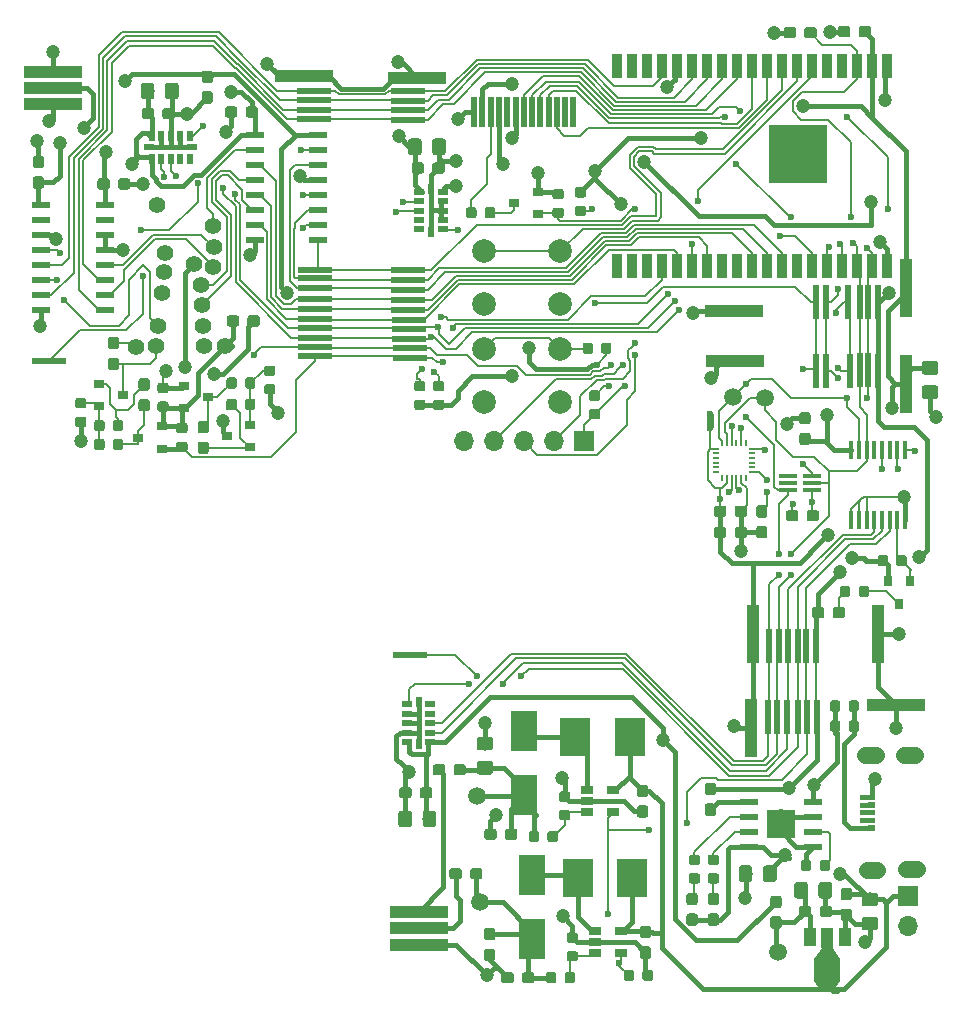
<source format=gtl>
G04 #@! TF.GenerationSoftware,KiCad,Pcbnew,5.0.1+dfsg1-3*
G04 #@! TF.CreationDate,2018-12-09T22:02:06+08:00*
G04 #@! TF.ProjectId,magicbrush,6D6167696362727573682E6B69636164,rev?*
G04 #@! TF.SameCoordinates,Original*
G04 #@! TF.FileFunction,Copper,L1,Top,Signal*
G04 #@! TF.FilePolarity,Positive*
%FSLAX46Y46*%
G04 Gerber Fmt 4.6, Leading zero omitted, Abs format (unit mm)*
G04 Created by KiCad (PCBNEW 5.0.1+dfsg1-3) date Sun 09 Dec 2018 10:02:06 PM CST*
%MOMM*%
%LPD*%
G01*
G04 APERTURE LIST*
G04 #@! TA.AperFunction,EtchedComponent*
%ADD10C,0.100000*%
G04 #@! TD*
G04 #@! TA.AperFunction,ComponentPad*
%ADD11C,1.400000*%
G04 #@! TD*
G04 #@! TA.AperFunction,Conductor*
%ADD12C,0.100000*%
G04 #@! TD*
G04 #@! TA.AperFunction,SMDPad,CuDef*
%ADD13C,0.950000*%
G04 #@! TD*
G04 #@! TA.AperFunction,SMDPad,CuDef*
%ADD14R,5.000000X1.000000*%
G04 #@! TD*
G04 #@! TA.AperFunction,SMDPad,CuDef*
%ADD15R,1.000000X5.000000*%
G04 #@! TD*
G04 #@! TA.AperFunction,SMDPad,CuDef*
%ADD16C,0.875000*%
G04 #@! TD*
G04 #@! TA.AperFunction,SMDPad,CuDef*
%ADD17C,0.450000*%
G04 #@! TD*
G04 #@! TA.AperFunction,Conductor*
%ADD18C,1.400000*%
G04 #@! TD*
G04 #@! TA.AperFunction,ComponentPad*
%ADD19R,1.700000X1.700000*%
G04 #@! TD*
G04 #@! TA.AperFunction,ComponentPad*
%ADD20O,1.700000X1.700000*%
G04 #@! TD*
G04 #@! TA.AperFunction,SMDPad,CuDef*
%ADD21R,0.500000X2.500000*%
G04 #@! TD*
G04 #@! TA.AperFunction,SMDPad,CuDef*
%ADD22R,3.000000X0.500000*%
G04 #@! TD*
G04 #@! TA.AperFunction,SMDPad,CuDef*
%ADD23R,0.500000X3.000000*%
G04 #@! TD*
G04 #@! TA.AperFunction,SMDPad,CuDef*
%ADD24R,0.450000X1.500000*%
G04 #@! TD*
G04 #@! TA.AperFunction,SMDPad,CuDef*
%ADD25R,0.200000X0.550000*%
G04 #@! TD*
G04 #@! TA.AperFunction,SMDPad,CuDef*
%ADD26R,0.550000X0.200000*%
G04 #@! TD*
G04 #@! TA.AperFunction,SMDPad,CuDef*
%ADD27C,1.150000*%
G04 #@! TD*
G04 #@! TA.AperFunction,ViaPad*
%ADD28C,0.600000*%
G04 #@! TD*
G04 #@! TA.AperFunction,ComponentPad*
%ADD29C,2.000000*%
G04 #@! TD*
G04 #@! TA.AperFunction,SMDPad,CuDef*
%ADD30R,2.300000X3.500000*%
G04 #@! TD*
G04 #@! TA.AperFunction,SMDPad,CuDef*
%ADD31R,1.500000X0.400000*%
G04 #@! TD*
G04 #@! TA.AperFunction,SMDPad,CuDef*
%ADD32R,5.000000X5.000000*%
G04 #@! TD*
G04 #@! TA.AperFunction,SMDPad,CuDef*
%ADD33R,0.900000X2.000000*%
G04 #@! TD*
G04 #@! TA.AperFunction,SMDPad,CuDef*
%ADD34R,2.600000X3.200000*%
G04 #@! TD*
G04 #@! TA.AperFunction,SMDPad,CuDef*
%ADD35R,0.500000X0.900000*%
G04 #@! TD*
G04 #@! TA.AperFunction,SMDPad,CuDef*
%ADD36R,0.900000X0.500000*%
G04 #@! TD*
G04 #@! TA.AperFunction,SMDPad,CuDef*
%ADD37R,1.500000X0.600000*%
G04 #@! TD*
G04 #@! TA.AperFunction,SMDPad,CuDef*
%ADD38R,2.350000X2.350000*%
G04 #@! TD*
G04 #@! TA.AperFunction,SMDPad,CuDef*
%ADD39R,1.550000X0.600000*%
G04 #@! TD*
G04 #@! TA.AperFunction,SMDPad,CuDef*
%ADD40R,0.900000X0.800000*%
G04 #@! TD*
G04 #@! TA.AperFunction,SMDPad,CuDef*
%ADD41R,0.800000X0.900000*%
G04 #@! TD*
G04 #@! TA.AperFunction,SMDPad,CuDef*
%ADD42R,1.060000X0.650000*%
G04 #@! TD*
G04 #@! TA.AperFunction,SMDPad,CuDef*
%ADD43C,1.000000*%
G04 #@! TD*
G04 #@! TA.AperFunction,SMDPad,CuDef*
%ADD44R,2.200000X1.840000*%
G04 #@! TD*
G04 #@! TA.AperFunction,SMDPad,CuDef*
%ADD45R,1.000000X1.500000*%
G04 #@! TD*
G04 #@! TA.AperFunction,SMDPad,CuDef*
%ADD46R,1.000000X1.800000*%
G04 #@! TD*
G04 #@! TA.AperFunction,SMDPad,CuDef*
%ADD47C,0.850000*%
G04 #@! TD*
G04 #@! TA.AperFunction,BGAPad,CuDef*
%ADD48C,1.500000*%
G04 #@! TD*
G04 #@! TA.AperFunction,ViaPad*
%ADD49C,1.200000*%
G04 #@! TD*
G04 #@! TA.AperFunction,Conductor*
%ADD50C,0.150000*%
G04 #@! TD*
G04 #@! TA.AperFunction,Conductor*
%ADD51C,0.400000*%
G04 #@! TD*
G04 APERTURE END LIST*
D10*
G04 #@! TO.C,NT1*
G36*
X158500000Y-85600000D02*
X158500000Y-84400000D01*
X159100000Y-84400000D01*
X159100000Y-85600000D01*
X158500000Y-85600000D01*
G37*
G04 #@! TD*
D11*
G04 #@! TO.P,J4,9*
G04 #@! TO.N,GND*
X117680000Y-78640000D03*
G04 #@! TO.P,J4,8*
G04 #@! TO.N,Net-(J4-Pad8)*
X115930000Y-78640000D03*
G04 #@! TO.P,J4,7*
G04 #@! TO.N,Net-(J4-Pad7)*
X115850000Y-76920000D03*
G04 #@! TO.P,J4,6*
G04 #@! TO.N,Net-(J4-Pad6)*
X115770000Y-75170000D03*
G04 #@! TO.P,J4,5*
G04 #@! TO.N,Net-(J4-Pad5)*
X115690000Y-73450000D03*
G04 #@! TO.P,J4,4*
G04 #@! TO.N,Net-(C15-Pad1)*
X115050000Y-71700000D03*
G04 #@! TO.P,J4,3*
G04 #@! TO.N,Net-(J4-Pad3)*
X116690000Y-71900000D03*
G04 #@! TO.P,J4,2*
G04 #@! TO.N,Net-(J4-Pad2)*
X116730000Y-70260000D03*
G04 #@! TO.P,J4,1*
G04 #@! TO.N,Net-(J4-Pad1)*
X116690000Y-68470000D03*
G04 #@! TO.P,J4,16*
G04 #@! TO.N,GND*
X110190000Y-78680000D03*
G04 #@! TO.P,J4,15*
G04 #@! TO.N,Net-(C33-Pad1)*
X111860000Y-78640000D03*
G04 #@! TO.P,J4,14*
G04 #@! TO.N,Net-(J4-Pad14)*
X112020000Y-76920000D03*
G04 #@! TO.P,J4,13*
G04 #@! TO.N,Net-(J4-Pad13)*
X112380000Y-74090000D03*
G04 #@! TO.P,J4,12*
G04 #@! TO.N,Net-(J4-Pad12)*
X112500000Y-72380000D03*
G04 #@! TO.P,J4,11*
G04 #@! TO.N,Net-(J4-Pad11)*
X112580000Y-70740000D03*
G04 #@! TO.P,J4,10*
G04 #@! TO.N,Net-(J4-Pad10)*
X111940000Y-66670000D03*
G04 #@! TD*
D12*
G04 #@! TO.N,GND*
G04 #@! TO.C,C33*
G36*
X108510779Y-77851144D02*
X108533834Y-77854563D01*
X108556443Y-77860227D01*
X108578387Y-77868079D01*
X108599457Y-77878044D01*
X108619448Y-77890026D01*
X108638168Y-77903910D01*
X108655438Y-77919562D01*
X108671090Y-77936832D01*
X108684974Y-77955552D01*
X108696956Y-77975543D01*
X108706921Y-77996613D01*
X108714773Y-78018557D01*
X108720437Y-78041166D01*
X108723856Y-78064221D01*
X108725000Y-78087500D01*
X108725000Y-78662500D01*
X108723856Y-78685779D01*
X108720437Y-78708834D01*
X108714773Y-78731443D01*
X108706921Y-78753387D01*
X108696956Y-78774457D01*
X108684974Y-78794448D01*
X108671090Y-78813168D01*
X108655438Y-78830438D01*
X108638168Y-78846090D01*
X108619448Y-78859974D01*
X108599457Y-78871956D01*
X108578387Y-78881921D01*
X108556443Y-78889773D01*
X108533834Y-78895437D01*
X108510779Y-78898856D01*
X108487500Y-78900000D01*
X108012500Y-78900000D01*
X107989221Y-78898856D01*
X107966166Y-78895437D01*
X107943557Y-78889773D01*
X107921613Y-78881921D01*
X107900543Y-78871956D01*
X107880552Y-78859974D01*
X107861832Y-78846090D01*
X107844562Y-78830438D01*
X107828910Y-78813168D01*
X107815026Y-78794448D01*
X107803044Y-78774457D01*
X107793079Y-78753387D01*
X107785227Y-78731443D01*
X107779563Y-78708834D01*
X107776144Y-78685779D01*
X107775000Y-78662500D01*
X107775000Y-78087500D01*
X107776144Y-78064221D01*
X107779563Y-78041166D01*
X107785227Y-78018557D01*
X107793079Y-77996613D01*
X107803044Y-77975543D01*
X107815026Y-77955552D01*
X107828910Y-77936832D01*
X107844562Y-77919562D01*
X107861832Y-77903910D01*
X107880552Y-77890026D01*
X107900543Y-77878044D01*
X107921613Y-77868079D01*
X107943557Y-77860227D01*
X107966166Y-77854563D01*
X107989221Y-77851144D01*
X108012500Y-77850000D01*
X108487500Y-77850000D01*
X108510779Y-77851144D01*
X108510779Y-77851144D01*
G37*
D13*
G04 #@! TD*
G04 #@! TO.P,C33,2*
G04 #@! TO.N,GND*
X108250000Y-78375000D03*
D12*
G04 #@! TO.N,Net-(C33-Pad1)*
G04 #@! TO.C,C33*
G36*
X108510779Y-79601144D02*
X108533834Y-79604563D01*
X108556443Y-79610227D01*
X108578387Y-79618079D01*
X108599457Y-79628044D01*
X108619448Y-79640026D01*
X108638168Y-79653910D01*
X108655438Y-79669562D01*
X108671090Y-79686832D01*
X108684974Y-79705552D01*
X108696956Y-79725543D01*
X108706921Y-79746613D01*
X108714773Y-79768557D01*
X108720437Y-79791166D01*
X108723856Y-79814221D01*
X108725000Y-79837500D01*
X108725000Y-80412500D01*
X108723856Y-80435779D01*
X108720437Y-80458834D01*
X108714773Y-80481443D01*
X108706921Y-80503387D01*
X108696956Y-80524457D01*
X108684974Y-80544448D01*
X108671090Y-80563168D01*
X108655438Y-80580438D01*
X108638168Y-80596090D01*
X108619448Y-80609974D01*
X108599457Y-80621956D01*
X108578387Y-80631921D01*
X108556443Y-80639773D01*
X108533834Y-80645437D01*
X108510779Y-80648856D01*
X108487500Y-80650000D01*
X108012500Y-80650000D01*
X107989221Y-80648856D01*
X107966166Y-80645437D01*
X107943557Y-80639773D01*
X107921613Y-80631921D01*
X107900543Y-80621956D01*
X107880552Y-80609974D01*
X107861832Y-80596090D01*
X107844562Y-80580438D01*
X107828910Y-80563168D01*
X107815026Y-80544448D01*
X107803044Y-80524457D01*
X107793079Y-80503387D01*
X107785227Y-80481443D01*
X107779563Y-80458834D01*
X107776144Y-80435779D01*
X107775000Y-80412500D01*
X107775000Y-79837500D01*
X107776144Y-79814221D01*
X107779563Y-79791166D01*
X107785227Y-79768557D01*
X107793079Y-79746613D01*
X107803044Y-79725543D01*
X107815026Y-79705552D01*
X107828910Y-79686832D01*
X107844562Y-79669562D01*
X107861832Y-79653910D01*
X107880552Y-79640026D01*
X107900543Y-79628044D01*
X107921613Y-79618079D01*
X107943557Y-79610227D01*
X107966166Y-79604563D01*
X107989221Y-79601144D01*
X108012500Y-79600000D01*
X108487500Y-79600000D01*
X108510779Y-79601144D01*
X108510779Y-79601144D01*
G37*
D13*
G04 #@! TD*
G04 #@! TO.P,C33,1*
G04 #@! TO.N,Net-(C33-Pad1)*
X108250000Y-80125000D03*
D12*
G04 #@! TO.N,Net-(C15-Pad1)*
G04 #@! TO.C,C15*
G36*
X120435779Y-76026144D02*
X120458834Y-76029563D01*
X120481443Y-76035227D01*
X120503387Y-76043079D01*
X120524457Y-76053044D01*
X120544448Y-76065026D01*
X120563168Y-76078910D01*
X120580438Y-76094562D01*
X120596090Y-76111832D01*
X120609974Y-76130552D01*
X120621956Y-76150543D01*
X120631921Y-76171613D01*
X120639773Y-76193557D01*
X120645437Y-76216166D01*
X120648856Y-76239221D01*
X120650000Y-76262500D01*
X120650000Y-76737500D01*
X120648856Y-76760779D01*
X120645437Y-76783834D01*
X120639773Y-76806443D01*
X120631921Y-76828387D01*
X120621956Y-76849457D01*
X120609974Y-76869448D01*
X120596090Y-76888168D01*
X120580438Y-76905438D01*
X120563168Y-76921090D01*
X120544448Y-76934974D01*
X120524457Y-76946956D01*
X120503387Y-76956921D01*
X120481443Y-76964773D01*
X120458834Y-76970437D01*
X120435779Y-76973856D01*
X120412500Y-76975000D01*
X119837500Y-76975000D01*
X119814221Y-76973856D01*
X119791166Y-76970437D01*
X119768557Y-76964773D01*
X119746613Y-76956921D01*
X119725543Y-76946956D01*
X119705552Y-76934974D01*
X119686832Y-76921090D01*
X119669562Y-76905438D01*
X119653910Y-76888168D01*
X119640026Y-76869448D01*
X119628044Y-76849457D01*
X119618079Y-76828387D01*
X119610227Y-76806443D01*
X119604563Y-76783834D01*
X119601144Y-76760779D01*
X119600000Y-76737500D01*
X119600000Y-76262500D01*
X119601144Y-76239221D01*
X119604563Y-76216166D01*
X119610227Y-76193557D01*
X119618079Y-76171613D01*
X119628044Y-76150543D01*
X119640026Y-76130552D01*
X119653910Y-76111832D01*
X119669562Y-76094562D01*
X119686832Y-76078910D01*
X119705552Y-76065026D01*
X119725543Y-76053044D01*
X119746613Y-76043079D01*
X119768557Y-76035227D01*
X119791166Y-76029563D01*
X119814221Y-76026144D01*
X119837500Y-76025000D01*
X120412500Y-76025000D01*
X120435779Y-76026144D01*
X120435779Y-76026144D01*
G37*
D13*
G04 #@! TD*
G04 #@! TO.P,C15,1*
G04 #@! TO.N,Net-(C15-Pad1)*
X120125000Y-76500000D03*
D12*
G04 #@! TO.N,GND*
G04 #@! TO.C,C15*
G36*
X118685779Y-76026144D02*
X118708834Y-76029563D01*
X118731443Y-76035227D01*
X118753387Y-76043079D01*
X118774457Y-76053044D01*
X118794448Y-76065026D01*
X118813168Y-76078910D01*
X118830438Y-76094562D01*
X118846090Y-76111832D01*
X118859974Y-76130552D01*
X118871956Y-76150543D01*
X118881921Y-76171613D01*
X118889773Y-76193557D01*
X118895437Y-76216166D01*
X118898856Y-76239221D01*
X118900000Y-76262500D01*
X118900000Y-76737500D01*
X118898856Y-76760779D01*
X118895437Y-76783834D01*
X118889773Y-76806443D01*
X118881921Y-76828387D01*
X118871956Y-76849457D01*
X118859974Y-76869448D01*
X118846090Y-76888168D01*
X118830438Y-76905438D01*
X118813168Y-76921090D01*
X118794448Y-76934974D01*
X118774457Y-76946956D01*
X118753387Y-76956921D01*
X118731443Y-76964773D01*
X118708834Y-76970437D01*
X118685779Y-76973856D01*
X118662500Y-76975000D01*
X118087500Y-76975000D01*
X118064221Y-76973856D01*
X118041166Y-76970437D01*
X118018557Y-76964773D01*
X117996613Y-76956921D01*
X117975543Y-76946956D01*
X117955552Y-76934974D01*
X117936832Y-76921090D01*
X117919562Y-76905438D01*
X117903910Y-76888168D01*
X117890026Y-76869448D01*
X117878044Y-76849457D01*
X117868079Y-76828387D01*
X117860227Y-76806443D01*
X117854563Y-76783834D01*
X117851144Y-76760779D01*
X117850000Y-76737500D01*
X117850000Y-76262500D01*
X117851144Y-76239221D01*
X117854563Y-76216166D01*
X117860227Y-76193557D01*
X117868079Y-76171613D01*
X117878044Y-76150543D01*
X117890026Y-76130552D01*
X117903910Y-76111832D01*
X117919562Y-76094562D01*
X117936832Y-76078910D01*
X117955552Y-76065026D01*
X117975543Y-76053044D01*
X117996613Y-76043079D01*
X118018557Y-76035227D01*
X118041166Y-76029563D01*
X118064221Y-76026144D01*
X118087500Y-76025000D01*
X118662500Y-76025000D01*
X118685779Y-76026144D01*
X118685779Y-76026144D01*
G37*
D13*
G04 #@! TD*
G04 #@! TO.P,C15,2*
G04 #@! TO.N,GND*
X118375000Y-76500000D03*
D14*
G04 #@! TO.P,X69,1*
G04 #@! TO.N,GND*
X174500000Y-109000000D03*
G04 #@! TD*
D15*
G04 #@! TO.P,X70,1*
G04 #@! TO.N,GND*
X173000000Y-103000000D03*
G04 #@! TD*
D12*
G04 #@! TO.N,Net-(Q3-Pad2)*
G04 #@! TO.C,R30*
G36*
X105777691Y-83026053D02*
X105798926Y-83029203D01*
X105819750Y-83034419D01*
X105839962Y-83041651D01*
X105859368Y-83050830D01*
X105877781Y-83061866D01*
X105895024Y-83074654D01*
X105910930Y-83089070D01*
X105925346Y-83104976D01*
X105938134Y-83122219D01*
X105949170Y-83140632D01*
X105958349Y-83160038D01*
X105965581Y-83180250D01*
X105970797Y-83201074D01*
X105973947Y-83222309D01*
X105975000Y-83243750D01*
X105975000Y-83681250D01*
X105973947Y-83702691D01*
X105970797Y-83723926D01*
X105965581Y-83744750D01*
X105958349Y-83764962D01*
X105949170Y-83784368D01*
X105938134Y-83802781D01*
X105925346Y-83820024D01*
X105910930Y-83835930D01*
X105895024Y-83850346D01*
X105877781Y-83863134D01*
X105859368Y-83874170D01*
X105839962Y-83883349D01*
X105819750Y-83890581D01*
X105798926Y-83895797D01*
X105777691Y-83898947D01*
X105756250Y-83900000D01*
X105243750Y-83900000D01*
X105222309Y-83898947D01*
X105201074Y-83895797D01*
X105180250Y-83890581D01*
X105160038Y-83883349D01*
X105140632Y-83874170D01*
X105122219Y-83863134D01*
X105104976Y-83850346D01*
X105089070Y-83835930D01*
X105074654Y-83820024D01*
X105061866Y-83802781D01*
X105050830Y-83784368D01*
X105041651Y-83764962D01*
X105034419Y-83744750D01*
X105029203Y-83723926D01*
X105026053Y-83702691D01*
X105025000Y-83681250D01*
X105025000Y-83243750D01*
X105026053Y-83222309D01*
X105029203Y-83201074D01*
X105034419Y-83180250D01*
X105041651Y-83160038D01*
X105050830Y-83140632D01*
X105061866Y-83122219D01*
X105074654Y-83104976D01*
X105089070Y-83089070D01*
X105104976Y-83074654D01*
X105122219Y-83061866D01*
X105140632Y-83050830D01*
X105160038Y-83041651D01*
X105180250Y-83034419D01*
X105201074Y-83029203D01*
X105222309Y-83026053D01*
X105243750Y-83025000D01*
X105756250Y-83025000D01*
X105777691Y-83026053D01*
X105777691Y-83026053D01*
G37*
D16*
G04 #@! TD*
G04 #@! TO.P,R30,2*
G04 #@! TO.N,Net-(Q3-Pad2)*
X105500000Y-83462500D03*
D12*
G04 #@! TO.N,16V*
G04 #@! TO.C,R30*
G36*
X105777691Y-84601053D02*
X105798926Y-84604203D01*
X105819750Y-84609419D01*
X105839962Y-84616651D01*
X105859368Y-84625830D01*
X105877781Y-84636866D01*
X105895024Y-84649654D01*
X105910930Y-84664070D01*
X105925346Y-84679976D01*
X105938134Y-84697219D01*
X105949170Y-84715632D01*
X105958349Y-84735038D01*
X105965581Y-84755250D01*
X105970797Y-84776074D01*
X105973947Y-84797309D01*
X105975000Y-84818750D01*
X105975000Y-85256250D01*
X105973947Y-85277691D01*
X105970797Y-85298926D01*
X105965581Y-85319750D01*
X105958349Y-85339962D01*
X105949170Y-85359368D01*
X105938134Y-85377781D01*
X105925346Y-85395024D01*
X105910930Y-85410930D01*
X105895024Y-85425346D01*
X105877781Y-85438134D01*
X105859368Y-85449170D01*
X105839962Y-85458349D01*
X105819750Y-85465581D01*
X105798926Y-85470797D01*
X105777691Y-85473947D01*
X105756250Y-85475000D01*
X105243750Y-85475000D01*
X105222309Y-85473947D01*
X105201074Y-85470797D01*
X105180250Y-85465581D01*
X105160038Y-85458349D01*
X105140632Y-85449170D01*
X105122219Y-85438134D01*
X105104976Y-85425346D01*
X105089070Y-85410930D01*
X105074654Y-85395024D01*
X105061866Y-85377781D01*
X105050830Y-85359368D01*
X105041651Y-85339962D01*
X105034419Y-85319750D01*
X105029203Y-85298926D01*
X105026053Y-85277691D01*
X105025000Y-85256250D01*
X105025000Y-84818750D01*
X105026053Y-84797309D01*
X105029203Y-84776074D01*
X105034419Y-84755250D01*
X105041651Y-84735038D01*
X105050830Y-84715632D01*
X105061866Y-84697219D01*
X105074654Y-84679976D01*
X105089070Y-84664070D01*
X105104976Y-84649654D01*
X105122219Y-84636866D01*
X105140632Y-84625830D01*
X105160038Y-84616651D01*
X105180250Y-84609419D01*
X105201074Y-84604203D01*
X105222309Y-84601053D01*
X105243750Y-84600000D01*
X105756250Y-84600000D01*
X105777691Y-84601053D01*
X105777691Y-84601053D01*
G37*
D16*
G04 #@! TD*
G04 #@! TO.P,R30,1*
G04 #@! TO.N,16V*
X105500000Y-85037500D03*
D12*
G04 #@! TO.N,16V*
G04 #@! TO.C,R31*
G36*
X121777691Y-81851053D02*
X121798926Y-81854203D01*
X121819750Y-81859419D01*
X121839962Y-81866651D01*
X121859368Y-81875830D01*
X121877781Y-81886866D01*
X121895024Y-81899654D01*
X121910930Y-81914070D01*
X121925346Y-81929976D01*
X121938134Y-81947219D01*
X121949170Y-81965632D01*
X121958349Y-81985038D01*
X121965581Y-82005250D01*
X121970797Y-82026074D01*
X121973947Y-82047309D01*
X121975000Y-82068750D01*
X121975000Y-82506250D01*
X121973947Y-82527691D01*
X121970797Y-82548926D01*
X121965581Y-82569750D01*
X121958349Y-82589962D01*
X121949170Y-82609368D01*
X121938134Y-82627781D01*
X121925346Y-82645024D01*
X121910930Y-82660930D01*
X121895024Y-82675346D01*
X121877781Y-82688134D01*
X121859368Y-82699170D01*
X121839962Y-82708349D01*
X121819750Y-82715581D01*
X121798926Y-82720797D01*
X121777691Y-82723947D01*
X121756250Y-82725000D01*
X121243750Y-82725000D01*
X121222309Y-82723947D01*
X121201074Y-82720797D01*
X121180250Y-82715581D01*
X121160038Y-82708349D01*
X121140632Y-82699170D01*
X121122219Y-82688134D01*
X121104976Y-82675346D01*
X121089070Y-82660930D01*
X121074654Y-82645024D01*
X121061866Y-82627781D01*
X121050830Y-82609368D01*
X121041651Y-82589962D01*
X121034419Y-82569750D01*
X121029203Y-82548926D01*
X121026053Y-82527691D01*
X121025000Y-82506250D01*
X121025000Y-82068750D01*
X121026053Y-82047309D01*
X121029203Y-82026074D01*
X121034419Y-82005250D01*
X121041651Y-81985038D01*
X121050830Y-81965632D01*
X121061866Y-81947219D01*
X121074654Y-81929976D01*
X121089070Y-81914070D01*
X121104976Y-81899654D01*
X121122219Y-81886866D01*
X121140632Y-81875830D01*
X121160038Y-81866651D01*
X121180250Y-81859419D01*
X121201074Y-81854203D01*
X121222309Y-81851053D01*
X121243750Y-81850000D01*
X121756250Y-81850000D01*
X121777691Y-81851053D01*
X121777691Y-81851053D01*
G37*
D16*
G04 #@! TD*
G04 #@! TO.P,R31,1*
G04 #@! TO.N,16V*
X121500000Y-82287500D03*
D12*
G04 #@! TO.N,Net-(Q4-Pad2)*
G04 #@! TO.C,R31*
G36*
X121777691Y-80276053D02*
X121798926Y-80279203D01*
X121819750Y-80284419D01*
X121839962Y-80291651D01*
X121859368Y-80300830D01*
X121877781Y-80311866D01*
X121895024Y-80324654D01*
X121910930Y-80339070D01*
X121925346Y-80354976D01*
X121938134Y-80372219D01*
X121949170Y-80390632D01*
X121958349Y-80410038D01*
X121965581Y-80430250D01*
X121970797Y-80451074D01*
X121973947Y-80472309D01*
X121975000Y-80493750D01*
X121975000Y-80931250D01*
X121973947Y-80952691D01*
X121970797Y-80973926D01*
X121965581Y-80994750D01*
X121958349Y-81014962D01*
X121949170Y-81034368D01*
X121938134Y-81052781D01*
X121925346Y-81070024D01*
X121910930Y-81085930D01*
X121895024Y-81100346D01*
X121877781Y-81113134D01*
X121859368Y-81124170D01*
X121839962Y-81133349D01*
X121819750Y-81140581D01*
X121798926Y-81145797D01*
X121777691Y-81148947D01*
X121756250Y-81150000D01*
X121243750Y-81150000D01*
X121222309Y-81148947D01*
X121201074Y-81145797D01*
X121180250Y-81140581D01*
X121160038Y-81133349D01*
X121140632Y-81124170D01*
X121122219Y-81113134D01*
X121104976Y-81100346D01*
X121089070Y-81085930D01*
X121074654Y-81070024D01*
X121061866Y-81052781D01*
X121050830Y-81034368D01*
X121041651Y-81014962D01*
X121034419Y-80994750D01*
X121029203Y-80973926D01*
X121026053Y-80952691D01*
X121025000Y-80931250D01*
X121025000Y-80493750D01*
X121026053Y-80472309D01*
X121029203Y-80451074D01*
X121034419Y-80430250D01*
X121041651Y-80410038D01*
X121050830Y-80390632D01*
X121061866Y-80372219D01*
X121074654Y-80354976D01*
X121089070Y-80339070D01*
X121104976Y-80324654D01*
X121122219Y-80311866D01*
X121140632Y-80300830D01*
X121160038Y-80291651D01*
X121180250Y-80284419D01*
X121201074Y-80279203D01*
X121222309Y-80276053D01*
X121243750Y-80275000D01*
X121756250Y-80275000D01*
X121777691Y-80276053D01*
X121777691Y-80276053D01*
G37*
D16*
G04 #@! TD*
G04 #@! TO.P,R31,2*
G04 #@! TO.N,Net-(Q4-Pad2)*
X121500000Y-80712500D03*
D17*
G04 #@! TO.P,J2,1*
G04 #@! TO.N,Net-(J2-Pad1)*
X172122978Y-119432962D03*
D12*
G04 #@! TD*
G04 #@! TO.N,Net-(J2-Pad1)*
G04 #@! TO.C,J2*
G36*
X172776806Y-119646584D02*
X171477004Y-119669272D01*
X171469150Y-119219340D01*
X172768952Y-119196652D01*
X172776806Y-119646584D01*
X172776806Y-119646584D01*
G37*
D17*
G04 #@! TO.P,J2,2*
G04 #@! TO.N,Net-(J2-Pad2)*
X172111633Y-118783061D03*
D12*
G04 #@! TD*
G04 #@! TO.N,Net-(J2-Pad2)*
G04 #@! TO.C,J2*
G36*
X172765461Y-118996683D02*
X171465659Y-119019371D01*
X171457805Y-118569439D01*
X172757607Y-118546751D01*
X172765461Y-118996683D01*
X172765461Y-118996683D01*
G37*
D17*
G04 #@! TO.P,J2,3*
G04 #@! TO.N,Net-(J2-Pad3)*
X172100289Y-118133160D03*
D12*
G04 #@! TD*
G04 #@! TO.N,Net-(J2-Pad3)*
G04 #@! TO.C,J2*
G36*
X172754117Y-118346782D02*
X171454315Y-118369470D01*
X171446461Y-117919538D01*
X172746263Y-117896850D01*
X172754117Y-118346782D01*
X172754117Y-118346782D01*
G37*
D17*
G04 #@! TO.P,J2,4*
G04 #@! TO.N,Net-(J2-Pad4)*
X172088945Y-117483259D03*
D12*
G04 #@! TD*
G04 #@! TO.N,Net-(J2-Pad4)*
G04 #@! TO.C,J2*
G36*
X172742773Y-117696881D02*
X171442971Y-117719569D01*
X171435117Y-117269637D01*
X172734919Y-117246949D01*
X172742773Y-117696881D01*
X172742773Y-117696881D01*
G37*
D17*
G04 #@! TO.P,J2,5*
G04 #@! TO.N,GND*
X172077601Y-116833358D03*
D12*
G04 #@! TD*
G04 #@! TO.N,GND*
G04 #@! TO.C,J2*
G36*
X172731429Y-117046980D02*
X171431627Y-117069668D01*
X171423773Y-116619736D01*
X172723575Y-116597048D01*
X172731429Y-117046980D01*
X172731429Y-117046980D01*
G37*
D11*
G04 #@! TO.P,J2,6*
G04 #@! TO.N,GND*
X175665089Y-113220197D03*
D18*
G04 #@! TD*
G04 #@! TO.N,GND*
G04 #@! TO.C,J2*
X175215158Y-113228051D02*
X176115020Y-113212343D01*
D11*
G04 #@! TO.P,J2,6*
G04 #@! TO.N,GND*
X172365592Y-113277790D03*
D18*
G04 #@! TD*
G04 #@! TO.N,GND*
G04 #@! TO.C,J2*
X171915661Y-113285644D02*
X172815523Y-113269936D01*
D11*
G04 #@! TO.P,J2,6*
G04 #@! TO.N,GND*
X172484888Y-122977185D03*
D18*
G04 #@! TD*
G04 #@! TO.N,GND*
G04 #@! TO.C,J2*
X172034957Y-122985039D02*
X172934819Y-122969331D01*
D11*
G04 #@! TO.P,J2,6*
G04 #@! TO.N,GND*
X175834378Y-122918720D03*
D18*
G04 #@! TD*
G04 #@! TO.N,GND*
G04 #@! TO.C,J2*
X175384447Y-122926574D02*
X176284309Y-122910866D01*
D12*
G04 #@! TO.N,I2C_SDA*
G04 #@! TO.C,R28*
G36*
X134477691Y-81576053D02*
X134498926Y-81579203D01*
X134519750Y-81584419D01*
X134539962Y-81591651D01*
X134559368Y-81600830D01*
X134577781Y-81611866D01*
X134595024Y-81624654D01*
X134610930Y-81639070D01*
X134625346Y-81654976D01*
X134638134Y-81672219D01*
X134649170Y-81690632D01*
X134658349Y-81710038D01*
X134665581Y-81730250D01*
X134670797Y-81751074D01*
X134673947Y-81772309D01*
X134675000Y-81793750D01*
X134675000Y-82231250D01*
X134673947Y-82252691D01*
X134670797Y-82273926D01*
X134665581Y-82294750D01*
X134658349Y-82314962D01*
X134649170Y-82334368D01*
X134638134Y-82352781D01*
X134625346Y-82370024D01*
X134610930Y-82385930D01*
X134595024Y-82400346D01*
X134577781Y-82413134D01*
X134559368Y-82424170D01*
X134539962Y-82433349D01*
X134519750Y-82440581D01*
X134498926Y-82445797D01*
X134477691Y-82448947D01*
X134456250Y-82450000D01*
X133943750Y-82450000D01*
X133922309Y-82448947D01*
X133901074Y-82445797D01*
X133880250Y-82440581D01*
X133860038Y-82433349D01*
X133840632Y-82424170D01*
X133822219Y-82413134D01*
X133804976Y-82400346D01*
X133789070Y-82385930D01*
X133774654Y-82370024D01*
X133761866Y-82352781D01*
X133750830Y-82334368D01*
X133741651Y-82314962D01*
X133734419Y-82294750D01*
X133729203Y-82273926D01*
X133726053Y-82252691D01*
X133725000Y-82231250D01*
X133725000Y-81793750D01*
X133726053Y-81772309D01*
X133729203Y-81751074D01*
X133734419Y-81730250D01*
X133741651Y-81710038D01*
X133750830Y-81690632D01*
X133761866Y-81672219D01*
X133774654Y-81654976D01*
X133789070Y-81639070D01*
X133804976Y-81624654D01*
X133822219Y-81611866D01*
X133840632Y-81600830D01*
X133860038Y-81591651D01*
X133880250Y-81584419D01*
X133901074Y-81579203D01*
X133922309Y-81576053D01*
X133943750Y-81575000D01*
X134456250Y-81575000D01*
X134477691Y-81576053D01*
X134477691Y-81576053D01*
G37*
D16*
G04 #@! TD*
G04 #@! TO.P,R28,2*
G04 #@! TO.N,I2C_SDA*
X134200000Y-82012500D03*
D12*
G04 #@! TO.N,VCC*
G04 #@! TO.C,R28*
G36*
X134477691Y-83151053D02*
X134498926Y-83154203D01*
X134519750Y-83159419D01*
X134539962Y-83166651D01*
X134559368Y-83175830D01*
X134577781Y-83186866D01*
X134595024Y-83199654D01*
X134610930Y-83214070D01*
X134625346Y-83229976D01*
X134638134Y-83247219D01*
X134649170Y-83265632D01*
X134658349Y-83285038D01*
X134665581Y-83305250D01*
X134670797Y-83326074D01*
X134673947Y-83347309D01*
X134675000Y-83368750D01*
X134675000Y-83806250D01*
X134673947Y-83827691D01*
X134670797Y-83848926D01*
X134665581Y-83869750D01*
X134658349Y-83889962D01*
X134649170Y-83909368D01*
X134638134Y-83927781D01*
X134625346Y-83945024D01*
X134610930Y-83960930D01*
X134595024Y-83975346D01*
X134577781Y-83988134D01*
X134559368Y-83999170D01*
X134539962Y-84008349D01*
X134519750Y-84015581D01*
X134498926Y-84020797D01*
X134477691Y-84023947D01*
X134456250Y-84025000D01*
X133943750Y-84025000D01*
X133922309Y-84023947D01*
X133901074Y-84020797D01*
X133880250Y-84015581D01*
X133860038Y-84008349D01*
X133840632Y-83999170D01*
X133822219Y-83988134D01*
X133804976Y-83975346D01*
X133789070Y-83960930D01*
X133774654Y-83945024D01*
X133761866Y-83927781D01*
X133750830Y-83909368D01*
X133741651Y-83889962D01*
X133734419Y-83869750D01*
X133729203Y-83848926D01*
X133726053Y-83827691D01*
X133725000Y-83806250D01*
X133725000Y-83368750D01*
X133726053Y-83347309D01*
X133729203Y-83326074D01*
X133734419Y-83305250D01*
X133741651Y-83285038D01*
X133750830Y-83265632D01*
X133761866Y-83247219D01*
X133774654Y-83229976D01*
X133789070Y-83214070D01*
X133804976Y-83199654D01*
X133822219Y-83186866D01*
X133840632Y-83175830D01*
X133860038Y-83166651D01*
X133880250Y-83159419D01*
X133901074Y-83154203D01*
X133922309Y-83151053D01*
X133943750Y-83150000D01*
X134456250Y-83150000D01*
X134477691Y-83151053D01*
X134477691Y-83151053D01*
G37*
D16*
G04 #@! TD*
G04 #@! TO.P,R28,1*
G04 #@! TO.N,VCC*
X134200000Y-83587500D03*
D12*
G04 #@! TO.N,VCC*
G04 #@! TO.C,R29*
G36*
X136077691Y-83151053D02*
X136098926Y-83154203D01*
X136119750Y-83159419D01*
X136139962Y-83166651D01*
X136159368Y-83175830D01*
X136177781Y-83186866D01*
X136195024Y-83199654D01*
X136210930Y-83214070D01*
X136225346Y-83229976D01*
X136238134Y-83247219D01*
X136249170Y-83265632D01*
X136258349Y-83285038D01*
X136265581Y-83305250D01*
X136270797Y-83326074D01*
X136273947Y-83347309D01*
X136275000Y-83368750D01*
X136275000Y-83806250D01*
X136273947Y-83827691D01*
X136270797Y-83848926D01*
X136265581Y-83869750D01*
X136258349Y-83889962D01*
X136249170Y-83909368D01*
X136238134Y-83927781D01*
X136225346Y-83945024D01*
X136210930Y-83960930D01*
X136195024Y-83975346D01*
X136177781Y-83988134D01*
X136159368Y-83999170D01*
X136139962Y-84008349D01*
X136119750Y-84015581D01*
X136098926Y-84020797D01*
X136077691Y-84023947D01*
X136056250Y-84025000D01*
X135543750Y-84025000D01*
X135522309Y-84023947D01*
X135501074Y-84020797D01*
X135480250Y-84015581D01*
X135460038Y-84008349D01*
X135440632Y-83999170D01*
X135422219Y-83988134D01*
X135404976Y-83975346D01*
X135389070Y-83960930D01*
X135374654Y-83945024D01*
X135361866Y-83927781D01*
X135350830Y-83909368D01*
X135341651Y-83889962D01*
X135334419Y-83869750D01*
X135329203Y-83848926D01*
X135326053Y-83827691D01*
X135325000Y-83806250D01*
X135325000Y-83368750D01*
X135326053Y-83347309D01*
X135329203Y-83326074D01*
X135334419Y-83305250D01*
X135341651Y-83285038D01*
X135350830Y-83265632D01*
X135361866Y-83247219D01*
X135374654Y-83229976D01*
X135389070Y-83214070D01*
X135404976Y-83199654D01*
X135422219Y-83186866D01*
X135440632Y-83175830D01*
X135460038Y-83166651D01*
X135480250Y-83159419D01*
X135501074Y-83154203D01*
X135522309Y-83151053D01*
X135543750Y-83150000D01*
X136056250Y-83150000D01*
X136077691Y-83151053D01*
X136077691Y-83151053D01*
G37*
D16*
G04 #@! TD*
G04 #@! TO.P,R29,1*
G04 #@! TO.N,VCC*
X135800000Y-83587500D03*
D12*
G04 #@! TO.N,I2C_SCL*
G04 #@! TO.C,R29*
G36*
X136077691Y-81576053D02*
X136098926Y-81579203D01*
X136119750Y-81584419D01*
X136139962Y-81591651D01*
X136159368Y-81600830D01*
X136177781Y-81611866D01*
X136195024Y-81624654D01*
X136210930Y-81639070D01*
X136225346Y-81654976D01*
X136238134Y-81672219D01*
X136249170Y-81690632D01*
X136258349Y-81710038D01*
X136265581Y-81730250D01*
X136270797Y-81751074D01*
X136273947Y-81772309D01*
X136275000Y-81793750D01*
X136275000Y-82231250D01*
X136273947Y-82252691D01*
X136270797Y-82273926D01*
X136265581Y-82294750D01*
X136258349Y-82314962D01*
X136249170Y-82334368D01*
X136238134Y-82352781D01*
X136225346Y-82370024D01*
X136210930Y-82385930D01*
X136195024Y-82400346D01*
X136177781Y-82413134D01*
X136159368Y-82424170D01*
X136139962Y-82433349D01*
X136119750Y-82440581D01*
X136098926Y-82445797D01*
X136077691Y-82448947D01*
X136056250Y-82450000D01*
X135543750Y-82450000D01*
X135522309Y-82448947D01*
X135501074Y-82445797D01*
X135480250Y-82440581D01*
X135460038Y-82433349D01*
X135440632Y-82424170D01*
X135422219Y-82413134D01*
X135404976Y-82400346D01*
X135389070Y-82385930D01*
X135374654Y-82370024D01*
X135361866Y-82352781D01*
X135350830Y-82334368D01*
X135341651Y-82314962D01*
X135334419Y-82294750D01*
X135329203Y-82273926D01*
X135326053Y-82252691D01*
X135325000Y-82231250D01*
X135325000Y-81793750D01*
X135326053Y-81772309D01*
X135329203Y-81751074D01*
X135334419Y-81730250D01*
X135341651Y-81710038D01*
X135350830Y-81690632D01*
X135361866Y-81672219D01*
X135374654Y-81654976D01*
X135389070Y-81639070D01*
X135404976Y-81624654D01*
X135422219Y-81611866D01*
X135440632Y-81600830D01*
X135460038Y-81591651D01*
X135480250Y-81584419D01*
X135501074Y-81579203D01*
X135522309Y-81576053D01*
X135543750Y-81575000D01*
X136056250Y-81575000D01*
X136077691Y-81576053D01*
X136077691Y-81576053D01*
G37*
D16*
G04 #@! TD*
G04 #@! TO.P,R29,2*
G04 #@! TO.N,I2C_SCL*
X135800000Y-82012500D03*
D19*
G04 #@! TO.P,J3,1*
G04 #@! TO.N,Net-(C14-Pad1)*
X148100000Y-86700000D03*
D20*
G04 #@! TO.P,J3,2*
G04 #@! TO.N,Net-(J3-Pad2)*
X145560000Y-86700000D03*
G04 #@! TO.P,J3,3*
G04 #@! TO.N,Net-(J3-Pad3)*
X143020000Y-86700000D03*
G04 #@! TO.P,J3,4*
G04 #@! TO.N,LCD_RS*
X140480000Y-86700000D03*
G04 #@! TO.P,J3,5*
G04 #@! TO.N,GND*
X137940000Y-86700000D03*
G04 #@! TD*
D21*
G04 #@! TO.P,DISP1,13*
G04 #@! TO.N,GND*
X138800000Y-58800000D03*
G04 #@! TO.P,DISP1,12*
G04 #@! TO.N,Vbat*
X139500000Y-58800000D03*
G04 #@! TO.P,DISP1,11*
G04 #@! TO.N,LCD_BL_K*
X140200000Y-58800000D03*
G04 #@! TO.P,DISP1,10*
G04 #@! TO.N,VCC*
X140900000Y-58800000D03*
G04 #@! TO.P,DISP1,9*
G04 #@! TO.N,Net-(DISP1-Pad9)*
X141600000Y-58800000D03*
G04 #@! TO.P,DISP1,8*
G04 #@! TO.N,GND*
X142300000Y-58800000D03*
G04 #@! TO.P,DISP1,2*
G04 #@! TO.N,Net-(DISP1-Pad2)*
X146500000Y-58800000D03*
G04 #@! TO.P,DISP1,3*
G04 #@! TO.N,LCD_SDA*
X145800000Y-58800000D03*
G04 #@! TO.P,DISP1,4*
G04 #@! TO.N,LCD_SCK*
X145100000Y-58800000D03*
G04 #@! TO.P,DISP1,5*
G04 #@! TO.N,LCD_RS*
X144400000Y-58800000D03*
G04 #@! TO.P,DISP1,6*
G04 #@! TO.N,LCD_RST*
X143700000Y-58800000D03*
G04 #@! TO.P,DISP1,7*
G04 #@! TO.N,LCD_CS*
X143000000Y-58800000D03*
G04 #@! TO.P,DISP1,1*
G04 #@! TO.N,Net-(DISP1-Pad1)*
X147200000Y-58800000D03*
G04 #@! TD*
D22*
G04 #@! TO.P,X66,1*
G04 #@! TO.N,CART_F5*
X133375001Y-78800000D03*
G04 #@! TD*
G04 #@! TO.P,X65,1*
G04 #@! TO.N,CART_F3*
X133375001Y-79600000D03*
G04 #@! TD*
G04 #@! TO.P,X67,1*
G04 #@! TO.N,/Sensors/XSHUT1*
X102775001Y-79925001D03*
G04 #@! TD*
G04 #@! TO.P,X68,1*
G04 #@! TO.N,/Sensors/XSHUT1A*
X133400000Y-104800000D03*
G04 #@! TD*
G04 #@! TO.P,X64,1*
G04 #@! TO.N,CART_F5*
X125300000Y-78700000D03*
G04 #@! TD*
G04 #@! TO.P,X63,1*
G04 #@! TO.N,CART_F3*
X125300000Y-79500000D03*
G04 #@! TD*
D23*
G04 #@! TO.P,X61,1*
G04 #@! TO.N,/Sensors/LCD_BL_EN*
X167725001Y-74924999D03*
G04 #@! TD*
G04 #@! TO.P,X62,1*
G04 #@! TO.N,/Sensors/LCD_BL_EN*
X167700000Y-80700000D03*
G04 #@! TD*
G04 #@! TO.P,X56,1*
G04 #@! TO.N,Vbat*
X167800000Y-110000000D03*
G04 #@! TD*
G04 #@! TO.P,X54,1*
G04 #@! TO.N,Vbat*
X173000000Y-74900000D03*
G04 #@! TD*
G04 #@! TO.P,X60,1*
G04 #@! TO.N,Vbat*
X173000000Y-80700000D03*
G04 #@! TD*
G04 #@! TO.P,X59,1*
G04 #@! TO.N,Vbat*
X167700000Y-104000000D03*
G04 #@! TD*
G04 #@! TO.P,X55,1*
G04 #@! TO.N,LCD_RST*
X170487455Y-74878037D03*
G04 #@! TD*
G04 #@! TO.P,X53,1*
G04 #@! TO.N,LCD_RST*
X170600000Y-80700000D03*
G04 #@! TD*
D15*
G04 #@! TO.P,X57,1*
G04 #@! TO.N,VCC*
X162200000Y-111000000D03*
G04 #@! TD*
G04 #@! TO.P,X58,1*
G04 #@! TO.N,VCC*
X162400000Y-103000000D03*
G04 #@! TD*
D23*
G04 #@! TO.P,X51,1*
G04 #@! TO.N,BOOST_EN*
X167000000Y-110000000D03*
G04 #@! TD*
G04 #@! TO.P,X52,1*
G04 #@! TO.N,BOOST_EN*
X166900000Y-104000000D03*
G04 #@! TD*
G04 #@! TO.P,X50,1*
G04 #@! TO.N,I2C_SDA*
X163674999Y-110000000D03*
G04 #@! TD*
G04 #@! TO.P,X49,1*
G04 #@! TO.N,I2C_SCL*
X164424999Y-110000000D03*
G04 #@! TD*
D24*
G04 #@! TO.P,U8,16*
G04 #@! TO.N,VCC*
X170725000Y-87450000D03*
G04 #@! TO.P,U8,15*
G04 #@! TO.N,I2C_SDA*
X171375000Y-87450000D03*
G04 #@! TO.P,U8,14*
G04 #@! TO.N,I2C_SCL*
X172025000Y-87450000D03*
G04 #@! TO.P,U8,13*
G04 #@! TO.N,Net-(U8-Pad13)*
X172675000Y-87450000D03*
G04 #@! TO.P,U8,12*
G04 #@! TO.N,/Sensors/XSHUT2*
X173325000Y-87450000D03*
G04 #@! TO.P,U8,11*
G04 #@! TO.N,Net-(U8-Pad11)*
X173975000Y-87450000D03*
G04 #@! TO.P,U8,10*
G04 #@! TO.N,/Sensors/LCD_BL_EN*
X174625000Y-87450000D03*
G04 #@! TO.P,U8,9*
G04 #@! TO.N,LCD_RST*
X175275000Y-87450000D03*
G04 #@! TO.P,U8,8*
G04 #@! TO.N,GND*
X175275000Y-93350000D03*
G04 #@! TO.P,U8,7*
G04 #@! TO.N,Net-(Q1-Pad1)*
X174625000Y-93350000D03*
G04 #@! TO.P,U8,6*
G04 #@! TO.N,BOOST_EN*
X173975000Y-93350000D03*
G04 #@! TO.P,U8,5*
G04 #@! TO.N,/Sensors/XSHUT1A*
X173325000Y-93350000D03*
G04 #@! TO.P,U8,4*
G04 #@! TO.N,/Sensors/XSHUT3*
X172675000Y-93350000D03*
G04 #@! TO.P,U8,3*
G04 #@! TO.N,GND*
X172025000Y-93350000D03*
G04 #@! TO.P,U8,2*
X171375000Y-93350000D03*
G04 #@! TO.P,U8,1*
X170725000Y-93350000D03*
G04 #@! TD*
D25*
G04 #@! TO.P,U10,24*
G04 #@! TO.N,I2C_SDA*
X159790000Y-86800000D03*
G04 #@! TO.P,U10,23*
G04 #@! TO.N,I2C_SCL*
X160190000Y-86800000D03*
G04 #@! TO.P,U10,22*
G04 #@! TO.N,Net-(NT1-Pad2)*
X160590000Y-86800000D03*
G04 #@! TO.P,U10,21*
G04 #@! TO.N,Net-(U10-Pad21)*
X160990000Y-86800000D03*
G04 #@! TO.P,U10,20*
G04 #@! TO.N,GND*
X161390000Y-86800000D03*
G04 #@! TO.P,U10,19*
G04 #@! TO.N,N/C*
X161790000Y-86800000D03*
D26*
G04 #@! TO.P,U10,18*
G04 #@! TO.N,GND*
X162290000Y-87300000D03*
G04 #@! TO.P,U10,17*
G04 #@! TO.N,N/C*
X162290000Y-87700000D03*
G04 #@! TO.P,U10,16*
X162290000Y-88100000D03*
G04 #@! TO.P,U10,15*
X162290000Y-88500000D03*
G04 #@! TO.P,U10,14*
X162290000Y-88900000D03*
G04 #@! TO.P,U10,13*
G04 #@! TO.N,VCC*
X162290000Y-89300000D03*
D25*
G04 #@! TO.P,U10,12*
G04 #@! TO.N,Net-(U10-Pad12)*
X161790000Y-89800000D03*
G04 #@! TO.P,U10,11*
G04 #@! TO.N,GND*
X161390000Y-89800000D03*
G04 #@! TO.P,U10,10*
G04 #@! TO.N,Net-(C24-Pad1)*
X160990000Y-89800000D03*
G04 #@! TO.P,U10,9*
G04 #@! TO.N,Net-(NT1-Pad2)*
X160590000Y-89800000D03*
G04 #@! TO.P,U10,8*
G04 #@! TO.N,VCC*
X160190000Y-89800000D03*
G04 #@! TO.P,U10,7*
G04 #@! TO.N,Net-(U10-Pad7)*
X159790000Y-89800000D03*
D26*
G04 #@! TO.P,U10,6*
G04 #@! TO.N,N/C*
X159290000Y-89300000D03*
G04 #@! TO.P,U10,5*
X159290000Y-88900000D03*
G04 #@! TO.P,U10,4*
X159290000Y-88500000D03*
G04 #@! TO.P,U10,3*
X159290000Y-88100000D03*
G04 #@! TO.P,U10,2*
X159290000Y-87700000D03*
G04 #@! TO.P,U10,1*
G04 #@! TO.N,VCC*
X159290000Y-87300000D03*
G04 #@! TD*
D15*
G04 #@! TO.P,X47,1*
G04 #@! TO.N,VCC*
X175350000Y-81850000D03*
G04 #@! TD*
D14*
G04 #@! TO.P,X48,1*
G04 #@! TO.N,GND*
X160800000Y-75650000D03*
G04 #@! TD*
D12*
G04 #@! TO.N,GND*
G04 #@! TO.C,C8*
G36*
X162124505Y-122601204D02*
X162148773Y-122604804D01*
X162172572Y-122610765D01*
X162195671Y-122619030D01*
X162217850Y-122629520D01*
X162238893Y-122642132D01*
X162258599Y-122656747D01*
X162276777Y-122673223D01*
X162293253Y-122691401D01*
X162307868Y-122711107D01*
X162320480Y-122732150D01*
X162330970Y-122754329D01*
X162339235Y-122777428D01*
X162345196Y-122801227D01*
X162348796Y-122825495D01*
X162350000Y-122849999D01*
X162350000Y-123750001D01*
X162348796Y-123774505D01*
X162345196Y-123798773D01*
X162339235Y-123822572D01*
X162330970Y-123845671D01*
X162320480Y-123867850D01*
X162307868Y-123888893D01*
X162293253Y-123908599D01*
X162276777Y-123926777D01*
X162258599Y-123943253D01*
X162238893Y-123957868D01*
X162217850Y-123970480D01*
X162195671Y-123980970D01*
X162172572Y-123989235D01*
X162148773Y-123995196D01*
X162124505Y-123998796D01*
X162100001Y-124000000D01*
X161449999Y-124000000D01*
X161425495Y-123998796D01*
X161401227Y-123995196D01*
X161377428Y-123989235D01*
X161354329Y-123980970D01*
X161332150Y-123970480D01*
X161311107Y-123957868D01*
X161291401Y-123943253D01*
X161273223Y-123926777D01*
X161256747Y-123908599D01*
X161242132Y-123888893D01*
X161229520Y-123867850D01*
X161219030Y-123845671D01*
X161210765Y-123822572D01*
X161204804Y-123798773D01*
X161201204Y-123774505D01*
X161200000Y-123750001D01*
X161200000Y-122849999D01*
X161201204Y-122825495D01*
X161204804Y-122801227D01*
X161210765Y-122777428D01*
X161219030Y-122754329D01*
X161229520Y-122732150D01*
X161242132Y-122711107D01*
X161256747Y-122691401D01*
X161273223Y-122673223D01*
X161291401Y-122656747D01*
X161311107Y-122642132D01*
X161332150Y-122629520D01*
X161354329Y-122619030D01*
X161377428Y-122610765D01*
X161401227Y-122604804D01*
X161425495Y-122601204D01*
X161449999Y-122600000D01*
X162100001Y-122600000D01*
X162124505Y-122601204D01*
X162124505Y-122601204D01*
G37*
D27*
G04 #@! TD*
G04 #@! TO.P,C8,2*
G04 #@! TO.N,GND*
X161775000Y-123300000D03*
D12*
G04 #@! TO.N,VUSB*
G04 #@! TO.C,C8*
G36*
X164174505Y-122601204D02*
X164198773Y-122604804D01*
X164222572Y-122610765D01*
X164245671Y-122619030D01*
X164267850Y-122629520D01*
X164288893Y-122642132D01*
X164308599Y-122656747D01*
X164326777Y-122673223D01*
X164343253Y-122691401D01*
X164357868Y-122711107D01*
X164370480Y-122732150D01*
X164380970Y-122754329D01*
X164389235Y-122777428D01*
X164395196Y-122801227D01*
X164398796Y-122825495D01*
X164400000Y-122849999D01*
X164400000Y-123750001D01*
X164398796Y-123774505D01*
X164395196Y-123798773D01*
X164389235Y-123822572D01*
X164380970Y-123845671D01*
X164370480Y-123867850D01*
X164357868Y-123888893D01*
X164343253Y-123908599D01*
X164326777Y-123926777D01*
X164308599Y-123943253D01*
X164288893Y-123957868D01*
X164267850Y-123970480D01*
X164245671Y-123980970D01*
X164222572Y-123989235D01*
X164198773Y-123995196D01*
X164174505Y-123998796D01*
X164150001Y-124000000D01*
X163499999Y-124000000D01*
X163475495Y-123998796D01*
X163451227Y-123995196D01*
X163427428Y-123989235D01*
X163404329Y-123980970D01*
X163382150Y-123970480D01*
X163361107Y-123957868D01*
X163341401Y-123943253D01*
X163323223Y-123926777D01*
X163306747Y-123908599D01*
X163292132Y-123888893D01*
X163279520Y-123867850D01*
X163269030Y-123845671D01*
X163260765Y-123822572D01*
X163254804Y-123798773D01*
X163251204Y-123774505D01*
X163250000Y-123750001D01*
X163250000Y-122849999D01*
X163251204Y-122825495D01*
X163254804Y-122801227D01*
X163260765Y-122777428D01*
X163269030Y-122754329D01*
X163279520Y-122732150D01*
X163292132Y-122711107D01*
X163306747Y-122691401D01*
X163323223Y-122673223D01*
X163341401Y-122656747D01*
X163361107Y-122642132D01*
X163382150Y-122629520D01*
X163404329Y-122619030D01*
X163427428Y-122610765D01*
X163451227Y-122604804D01*
X163475495Y-122601204D01*
X163499999Y-122600000D01*
X164150001Y-122600000D01*
X164174505Y-122601204D01*
X164174505Y-122601204D01*
G37*
D27*
G04 #@! TD*
G04 #@! TO.P,C8,1*
G04 #@! TO.N,VUSB*
X163825000Y-123300000D03*
D14*
G04 #@! TO.P,X29,1*
G04 #@! TO.N,VCC*
X124350000Y-55800000D03*
G04 #@! TD*
D23*
G04 #@! TO.P,X45,1*
G04 #@! TO.N,/Sensors/XSHUT3*
X165400000Y-104000000D03*
G04 #@! TD*
G04 #@! TO.P,X43,1*
G04 #@! TO.N,/Sensors/XSHUT2*
X168600000Y-80700000D03*
G04 #@! TD*
G04 #@! TO.P,X42,1*
G04 #@! TO.N,/Sensors/XSHUT1A*
X166200000Y-104000000D03*
G04 #@! TD*
G04 #@! TO.P,X41,1*
G04 #@! TO.N,/Sensors/XSHUT1A*
X166200000Y-110000000D03*
G04 #@! TD*
D22*
G04 #@! TO.P,X40,1*
G04 #@! TO.N,I2C_SDA*
X133300000Y-78000000D03*
G04 #@! TD*
D23*
G04 #@! TO.P,X39,1*
G04 #@! TO.N,I2C_SCL*
X164600000Y-104000000D03*
G04 #@! TD*
D22*
G04 #@! TO.P,X38,1*
G04 #@! TO.N,I2C_SDA*
X125300000Y-77900000D03*
G04 #@! TD*
G04 #@! TO.P,X37,1*
G04 #@! TO.N,I2C_SCL*
X133300000Y-77200000D03*
G04 #@! TD*
D23*
G04 #@! TO.P,X36,1*
G04 #@! TO.N,I2C_SDA*
X163800000Y-104000000D03*
G04 #@! TD*
D22*
G04 #@! TO.P,X35,1*
G04 #@! TO.N,I2C_SCL*
X125300000Y-77100000D03*
G04 #@! TD*
D23*
G04 #@! TO.P,X46,1*
G04 #@! TO.N,/Sensors/XSHUT3*
X165325001Y-110000000D03*
G04 #@! TD*
G04 #@! TO.P,X44,1*
G04 #@! TO.N,/Sensors/XSHUT2*
X168600000Y-74900000D03*
G04 #@! TD*
G04 #@! TO.P,X34,1*
G04 #@! TO.N,I2C_SDA*
X172175001Y-74894999D03*
G04 #@! TD*
G04 #@! TO.P,X32,1*
G04 #@! TO.N,I2C_SDA*
X172175001Y-80674999D03*
G04 #@! TD*
G04 #@! TO.P,X31,1*
G04 #@! TO.N,I2C_SCL*
X171425001Y-80674999D03*
G04 #@! TD*
G04 #@! TO.P,X33,1*
G04 #@! TO.N,I2C_SCL*
X171425001Y-74894999D03*
G04 #@! TD*
D22*
G04 #@! TO.P,X21,1*
G04 #@! TO.N,CART_S3*
X125300000Y-72900000D03*
G04 #@! TD*
G04 #@! TO.P,X22,1*
G04 #@! TO.N,CART_DCLK*
X125300000Y-73750000D03*
G04 #@! TD*
D14*
G04 #@! TO.P,X28,1*
G04 #@! TO.N,GND*
X134100000Y-129300000D03*
G04 #@! TD*
G04 #@! TO.P,X27,1*
G04 #@! TO.N,GND*
X103100000Y-55450000D03*
G04 #@! TD*
G04 #@! TO.P,X26,1*
G04 #@! TO.N,16VA*
X134100000Y-126500000D03*
G04 #@! TD*
G04 #@! TO.P,X24,1*
G04 #@! TO.N,GND*
X160850000Y-79850000D03*
G04 #@! TD*
G04 #@! TO.P,X25,1*
G04 #@! TO.N,9V*
X103100000Y-56800000D03*
G04 #@! TD*
D15*
G04 #@! TO.P,X23,1*
G04 #@! TO.N,VCC*
X175350000Y-73700000D03*
G04 #@! TD*
D14*
G04 #@! TO.P,X12,1*
G04 #@! TO.N,16V*
X103100000Y-58150000D03*
G04 #@! TD*
G04 #@! TO.P,X11,1*
G04 #@! TO.N,9VA*
X134100000Y-127900000D03*
G04 #@! TD*
G04 #@! TO.P,X30,1*
G04 #@! TO.N,VCC*
X134000000Y-55900000D03*
G04 #@! TD*
D22*
G04 #@! TO.P,X10,1*
G04 #@! TO.N,CART_DCLK*
X133200000Y-73850000D03*
G04 #@! TD*
G04 #@! TO.P,X9,1*
G04 #@! TO.N,CART_S3*
X133200000Y-73000000D03*
G04 #@! TD*
G04 #@! TO.P,X19,1*
G04 #@! TO.N,CART_S4*
X125300000Y-76300000D03*
G04 #@! TD*
G04 #@! TO.P,X18,1*
G04 #@! TO.N,CART_S1*
X133200000Y-75550000D03*
G04 #@! TD*
G04 #@! TO.P,X17,1*
G04 #@! TO.N,CART_S5*
X133200000Y-74700000D03*
G04 #@! TD*
G04 #@! TO.P,X16,1*
G04 #@! TO.N,CART_D3*
X133200000Y-59450000D03*
G04 #@! TD*
G04 #@! TO.P,X15,1*
G04 #@! TO.N,CART_CSYNC*
X133200000Y-58650000D03*
G04 #@! TD*
G04 #@! TO.P,X14,1*
G04 #@! TO.N,CART_D2*
X125200000Y-57800000D03*
G04 #@! TD*
G04 #@! TO.P,X13,1*
G04 #@! TO.N,CART_D1*
X133200000Y-57050000D03*
G04 #@! TD*
G04 #@! TO.P,X8,1*
G04 #@! TO.N,CART_S2*
X125300000Y-72200000D03*
G04 #@! TD*
G04 #@! TO.P,X7,1*
G04 #@! TO.N,CART_S4*
X133300000Y-76400000D03*
G04 #@! TD*
G04 #@! TO.P,X6,1*
G04 #@! TO.N,CART_S1*
X125300000Y-75450000D03*
G04 #@! TD*
G04 #@! TO.P,X5,1*
G04 #@! TO.N,CART_S5*
X125300000Y-74650000D03*
G04 #@! TD*
G04 #@! TO.P,X4,1*
G04 #@! TO.N,CART_D3*
X125200000Y-59400000D03*
G04 #@! TD*
G04 #@! TO.P,X3,1*
G04 #@! TO.N,CART_CSYNC*
X125200000Y-58600000D03*
G04 #@! TD*
G04 #@! TO.P,X2,1*
G04 #@! TO.N,CART_D2*
X133200000Y-57850000D03*
G04 #@! TD*
G04 #@! TO.P,X1,1*
G04 #@! TO.N,CART_D1*
X125200000Y-57000000D03*
G04 #@! TD*
G04 #@! TO.P,X20,1*
G04 #@! TO.N,CART_S2*
X133200000Y-72200000D03*
G04 #@! TD*
D28*
G04 #@! TO.N,Net-(NT1-Pad2)*
G04 #@! TO.C,NT1*
X158800000Y-84400000D03*
G04 #@! TO.N,VCC*
X158800000Y-85600000D03*
G04 #@! TD*
D29*
G04 #@! TO.P,SW1,1*
G04 #@! TO.N,Net-(R11-Pad2)*
X146100000Y-70600000D03*
G04 #@! TO.P,SW1,2*
G04 #@! TO.N,GND*
X146100000Y-75100000D03*
G04 #@! TO.P,SW1,1*
G04 #@! TO.N,Net-(R11-Pad2)*
X139600000Y-70600000D03*
G04 #@! TO.P,SW1,2*
G04 #@! TO.N,GND*
X139600000Y-75100000D03*
G04 #@! TD*
G04 #@! TO.P,SW2,1*
G04 #@! TO.N,Net-(R12-Pad2)*
X146100000Y-78900000D03*
G04 #@! TO.P,SW2,2*
G04 #@! TO.N,GND*
X146100000Y-83400000D03*
G04 #@! TO.P,SW2,1*
G04 #@! TO.N,Net-(R12-Pad2)*
X139600000Y-78900000D03*
G04 #@! TO.P,SW2,2*
G04 #@! TO.N,GND*
X139600000Y-83400000D03*
G04 #@! TD*
D12*
G04 #@! TO.N,GND*
G04 #@! TO.C,C3*
G36*
X140491239Y-119480520D02*
X140514294Y-119483939D01*
X140536903Y-119489603D01*
X140558847Y-119497455D01*
X140579917Y-119507420D01*
X140599908Y-119519402D01*
X140618628Y-119533286D01*
X140635898Y-119548938D01*
X140651550Y-119566208D01*
X140665434Y-119584928D01*
X140677416Y-119604919D01*
X140687381Y-119625989D01*
X140695233Y-119647933D01*
X140700897Y-119670542D01*
X140704316Y-119693597D01*
X140705460Y-119716876D01*
X140705460Y-120191876D01*
X140704316Y-120215155D01*
X140700897Y-120238210D01*
X140695233Y-120260819D01*
X140687381Y-120282763D01*
X140677416Y-120303833D01*
X140665434Y-120323824D01*
X140651550Y-120342544D01*
X140635898Y-120359814D01*
X140618628Y-120375466D01*
X140599908Y-120389350D01*
X140579917Y-120401332D01*
X140558847Y-120411297D01*
X140536903Y-120419149D01*
X140514294Y-120424813D01*
X140491239Y-120428232D01*
X140467960Y-120429376D01*
X139892960Y-120429376D01*
X139869681Y-120428232D01*
X139846626Y-120424813D01*
X139824017Y-120419149D01*
X139802073Y-120411297D01*
X139781003Y-120401332D01*
X139761012Y-120389350D01*
X139742292Y-120375466D01*
X139725022Y-120359814D01*
X139709370Y-120342544D01*
X139695486Y-120323824D01*
X139683504Y-120303833D01*
X139673539Y-120282763D01*
X139665687Y-120260819D01*
X139660023Y-120238210D01*
X139656604Y-120215155D01*
X139655460Y-120191876D01*
X139655460Y-119716876D01*
X139656604Y-119693597D01*
X139660023Y-119670542D01*
X139665687Y-119647933D01*
X139673539Y-119625989D01*
X139683504Y-119604919D01*
X139695486Y-119584928D01*
X139709370Y-119566208D01*
X139725022Y-119548938D01*
X139742292Y-119533286D01*
X139761012Y-119519402D01*
X139781003Y-119507420D01*
X139802073Y-119497455D01*
X139824017Y-119489603D01*
X139846626Y-119483939D01*
X139869681Y-119480520D01*
X139892960Y-119479376D01*
X140467960Y-119479376D01*
X140491239Y-119480520D01*
X140491239Y-119480520D01*
G37*
D13*
G04 #@! TD*
G04 #@! TO.P,C3,2*
G04 #@! TO.N,GND*
X140180460Y-119954376D03*
D12*
G04 #@! TO.N,Net-(C2-Pad1)*
G04 #@! TO.C,C3*
G36*
X142241239Y-119480520D02*
X142264294Y-119483939D01*
X142286903Y-119489603D01*
X142308847Y-119497455D01*
X142329917Y-119507420D01*
X142349908Y-119519402D01*
X142368628Y-119533286D01*
X142385898Y-119548938D01*
X142401550Y-119566208D01*
X142415434Y-119584928D01*
X142427416Y-119604919D01*
X142437381Y-119625989D01*
X142445233Y-119647933D01*
X142450897Y-119670542D01*
X142454316Y-119693597D01*
X142455460Y-119716876D01*
X142455460Y-120191876D01*
X142454316Y-120215155D01*
X142450897Y-120238210D01*
X142445233Y-120260819D01*
X142437381Y-120282763D01*
X142427416Y-120303833D01*
X142415434Y-120323824D01*
X142401550Y-120342544D01*
X142385898Y-120359814D01*
X142368628Y-120375466D01*
X142349908Y-120389350D01*
X142329917Y-120401332D01*
X142308847Y-120411297D01*
X142286903Y-120419149D01*
X142264294Y-120424813D01*
X142241239Y-120428232D01*
X142217960Y-120429376D01*
X141642960Y-120429376D01*
X141619681Y-120428232D01*
X141596626Y-120424813D01*
X141574017Y-120419149D01*
X141552073Y-120411297D01*
X141531003Y-120401332D01*
X141511012Y-120389350D01*
X141492292Y-120375466D01*
X141475022Y-120359814D01*
X141459370Y-120342544D01*
X141445486Y-120323824D01*
X141433504Y-120303833D01*
X141423539Y-120282763D01*
X141415687Y-120260819D01*
X141410023Y-120238210D01*
X141406604Y-120215155D01*
X141405460Y-120191876D01*
X141405460Y-119716876D01*
X141406604Y-119693597D01*
X141410023Y-119670542D01*
X141415687Y-119647933D01*
X141423539Y-119625989D01*
X141433504Y-119604919D01*
X141445486Y-119584928D01*
X141459370Y-119566208D01*
X141475022Y-119548938D01*
X141492292Y-119533286D01*
X141511012Y-119519402D01*
X141531003Y-119507420D01*
X141552073Y-119497455D01*
X141574017Y-119489603D01*
X141596626Y-119483939D01*
X141619681Y-119480520D01*
X141642960Y-119479376D01*
X142217960Y-119479376D01*
X142241239Y-119480520D01*
X142241239Y-119480520D01*
G37*
D13*
G04 #@! TD*
G04 #@! TO.P,C3,1*
G04 #@! TO.N,Net-(C2-Pad1)*
X141930460Y-119954376D03*
D12*
G04 #@! TO.N,GND*
G04 #@! TO.C,C5*
G36*
X153560779Y-129451144D02*
X153583834Y-129454563D01*
X153606443Y-129460227D01*
X153628387Y-129468079D01*
X153649457Y-129478044D01*
X153669448Y-129490026D01*
X153688168Y-129503910D01*
X153705438Y-129519562D01*
X153721090Y-129536832D01*
X153734974Y-129555552D01*
X153746956Y-129575543D01*
X153756921Y-129596613D01*
X153764773Y-129618557D01*
X153770437Y-129641166D01*
X153773856Y-129664221D01*
X153775000Y-129687500D01*
X153775000Y-130262500D01*
X153773856Y-130285779D01*
X153770437Y-130308834D01*
X153764773Y-130331443D01*
X153756921Y-130353387D01*
X153746956Y-130374457D01*
X153734974Y-130394448D01*
X153721090Y-130413168D01*
X153705438Y-130430438D01*
X153688168Y-130446090D01*
X153669448Y-130459974D01*
X153649457Y-130471956D01*
X153628387Y-130481921D01*
X153606443Y-130489773D01*
X153583834Y-130495437D01*
X153560779Y-130498856D01*
X153537500Y-130500000D01*
X153062500Y-130500000D01*
X153039221Y-130498856D01*
X153016166Y-130495437D01*
X152993557Y-130489773D01*
X152971613Y-130481921D01*
X152950543Y-130471956D01*
X152930552Y-130459974D01*
X152911832Y-130446090D01*
X152894562Y-130430438D01*
X152878910Y-130413168D01*
X152865026Y-130394448D01*
X152853044Y-130374457D01*
X152843079Y-130353387D01*
X152835227Y-130331443D01*
X152829563Y-130308834D01*
X152826144Y-130285779D01*
X152825000Y-130262500D01*
X152825000Y-129687500D01*
X152826144Y-129664221D01*
X152829563Y-129641166D01*
X152835227Y-129618557D01*
X152843079Y-129596613D01*
X152853044Y-129575543D01*
X152865026Y-129555552D01*
X152878910Y-129536832D01*
X152894562Y-129519562D01*
X152911832Y-129503910D01*
X152930552Y-129490026D01*
X152950543Y-129478044D01*
X152971613Y-129468079D01*
X152993557Y-129460227D01*
X153016166Y-129454563D01*
X153039221Y-129451144D01*
X153062500Y-129450000D01*
X153537500Y-129450000D01*
X153560779Y-129451144D01*
X153560779Y-129451144D01*
G37*
D13*
G04 #@! TD*
G04 #@! TO.P,C5,2*
G04 #@! TO.N,GND*
X153300000Y-129975000D03*
D12*
G04 #@! TO.N,Vbat*
G04 #@! TO.C,C5*
G36*
X153560779Y-127701144D02*
X153583834Y-127704563D01*
X153606443Y-127710227D01*
X153628387Y-127718079D01*
X153649457Y-127728044D01*
X153669448Y-127740026D01*
X153688168Y-127753910D01*
X153705438Y-127769562D01*
X153721090Y-127786832D01*
X153734974Y-127805552D01*
X153746956Y-127825543D01*
X153756921Y-127846613D01*
X153764773Y-127868557D01*
X153770437Y-127891166D01*
X153773856Y-127914221D01*
X153775000Y-127937500D01*
X153775000Y-128512500D01*
X153773856Y-128535779D01*
X153770437Y-128558834D01*
X153764773Y-128581443D01*
X153756921Y-128603387D01*
X153746956Y-128624457D01*
X153734974Y-128644448D01*
X153721090Y-128663168D01*
X153705438Y-128680438D01*
X153688168Y-128696090D01*
X153669448Y-128709974D01*
X153649457Y-128721956D01*
X153628387Y-128731921D01*
X153606443Y-128739773D01*
X153583834Y-128745437D01*
X153560779Y-128748856D01*
X153537500Y-128750000D01*
X153062500Y-128750000D01*
X153039221Y-128748856D01*
X153016166Y-128745437D01*
X152993557Y-128739773D01*
X152971613Y-128731921D01*
X152950543Y-128721956D01*
X152930552Y-128709974D01*
X152911832Y-128696090D01*
X152894562Y-128680438D01*
X152878910Y-128663168D01*
X152865026Y-128644448D01*
X152853044Y-128624457D01*
X152843079Y-128603387D01*
X152835227Y-128581443D01*
X152829563Y-128558834D01*
X152826144Y-128535779D01*
X152825000Y-128512500D01*
X152825000Y-127937500D01*
X152826144Y-127914221D01*
X152829563Y-127891166D01*
X152835227Y-127868557D01*
X152843079Y-127846613D01*
X152853044Y-127825543D01*
X152865026Y-127805552D01*
X152878910Y-127786832D01*
X152894562Y-127769562D01*
X152911832Y-127753910D01*
X152930552Y-127740026D01*
X152950543Y-127728044D01*
X152971613Y-127718079D01*
X152993557Y-127710227D01*
X153016166Y-127704563D01*
X153039221Y-127701144D01*
X153062500Y-127700000D01*
X153537500Y-127700000D01*
X153560779Y-127701144D01*
X153560779Y-127701144D01*
G37*
D13*
G04 #@! TD*
G04 #@! TO.P,C5,1*
G04 #@! TO.N,Vbat*
X153300000Y-128225000D03*
D12*
G04 #@! TO.N,GND*
G04 #@! TO.C,C6*
G36*
X141935779Y-131626144D02*
X141958834Y-131629563D01*
X141981443Y-131635227D01*
X142003387Y-131643079D01*
X142024457Y-131653044D01*
X142044448Y-131665026D01*
X142063168Y-131678910D01*
X142080438Y-131694562D01*
X142096090Y-131711832D01*
X142109974Y-131730552D01*
X142121956Y-131750543D01*
X142131921Y-131771613D01*
X142139773Y-131793557D01*
X142145437Y-131816166D01*
X142148856Y-131839221D01*
X142150000Y-131862500D01*
X142150000Y-132337500D01*
X142148856Y-132360779D01*
X142145437Y-132383834D01*
X142139773Y-132406443D01*
X142131921Y-132428387D01*
X142121956Y-132449457D01*
X142109974Y-132469448D01*
X142096090Y-132488168D01*
X142080438Y-132505438D01*
X142063168Y-132521090D01*
X142044448Y-132534974D01*
X142024457Y-132546956D01*
X142003387Y-132556921D01*
X141981443Y-132564773D01*
X141958834Y-132570437D01*
X141935779Y-132573856D01*
X141912500Y-132575000D01*
X141337500Y-132575000D01*
X141314221Y-132573856D01*
X141291166Y-132570437D01*
X141268557Y-132564773D01*
X141246613Y-132556921D01*
X141225543Y-132546956D01*
X141205552Y-132534974D01*
X141186832Y-132521090D01*
X141169562Y-132505438D01*
X141153910Y-132488168D01*
X141140026Y-132469448D01*
X141128044Y-132449457D01*
X141118079Y-132428387D01*
X141110227Y-132406443D01*
X141104563Y-132383834D01*
X141101144Y-132360779D01*
X141100000Y-132337500D01*
X141100000Y-131862500D01*
X141101144Y-131839221D01*
X141104563Y-131816166D01*
X141110227Y-131793557D01*
X141118079Y-131771613D01*
X141128044Y-131750543D01*
X141140026Y-131730552D01*
X141153910Y-131711832D01*
X141169562Y-131694562D01*
X141186832Y-131678910D01*
X141205552Y-131665026D01*
X141225543Y-131653044D01*
X141246613Y-131643079D01*
X141268557Y-131635227D01*
X141291166Y-131629563D01*
X141314221Y-131626144D01*
X141337500Y-131625000D01*
X141912500Y-131625000D01*
X141935779Y-131626144D01*
X141935779Y-131626144D01*
G37*
D13*
G04 #@! TD*
G04 #@! TO.P,C6,2*
G04 #@! TO.N,GND*
X141625000Y-132100000D03*
D12*
G04 #@! TO.N,Net-(C6-Pad1)*
G04 #@! TO.C,C6*
G36*
X143685779Y-131626144D02*
X143708834Y-131629563D01*
X143731443Y-131635227D01*
X143753387Y-131643079D01*
X143774457Y-131653044D01*
X143794448Y-131665026D01*
X143813168Y-131678910D01*
X143830438Y-131694562D01*
X143846090Y-131711832D01*
X143859974Y-131730552D01*
X143871956Y-131750543D01*
X143881921Y-131771613D01*
X143889773Y-131793557D01*
X143895437Y-131816166D01*
X143898856Y-131839221D01*
X143900000Y-131862500D01*
X143900000Y-132337500D01*
X143898856Y-132360779D01*
X143895437Y-132383834D01*
X143889773Y-132406443D01*
X143881921Y-132428387D01*
X143871956Y-132449457D01*
X143859974Y-132469448D01*
X143846090Y-132488168D01*
X143830438Y-132505438D01*
X143813168Y-132521090D01*
X143794448Y-132534974D01*
X143774457Y-132546956D01*
X143753387Y-132556921D01*
X143731443Y-132564773D01*
X143708834Y-132570437D01*
X143685779Y-132573856D01*
X143662500Y-132575000D01*
X143087500Y-132575000D01*
X143064221Y-132573856D01*
X143041166Y-132570437D01*
X143018557Y-132564773D01*
X142996613Y-132556921D01*
X142975543Y-132546956D01*
X142955552Y-132534974D01*
X142936832Y-132521090D01*
X142919562Y-132505438D01*
X142903910Y-132488168D01*
X142890026Y-132469448D01*
X142878044Y-132449457D01*
X142868079Y-132428387D01*
X142860227Y-132406443D01*
X142854563Y-132383834D01*
X142851144Y-132360779D01*
X142850000Y-132337500D01*
X142850000Y-131862500D01*
X142851144Y-131839221D01*
X142854563Y-131816166D01*
X142860227Y-131793557D01*
X142868079Y-131771613D01*
X142878044Y-131750543D01*
X142890026Y-131730552D01*
X142903910Y-131711832D01*
X142919562Y-131694562D01*
X142936832Y-131678910D01*
X142955552Y-131665026D01*
X142975543Y-131653044D01*
X142996613Y-131643079D01*
X143018557Y-131635227D01*
X143041166Y-131629563D01*
X143064221Y-131626144D01*
X143087500Y-131625000D01*
X143662500Y-131625000D01*
X143685779Y-131626144D01*
X143685779Y-131626144D01*
G37*
D13*
G04 #@! TD*
G04 #@! TO.P,C6,1*
G04 #@! TO.N,Net-(C6-Pad1)*
X143375000Y-132100000D03*
D12*
G04 #@! TO.N,GND*
G04 #@! TO.C,C7*
G36*
X140360779Y-129651144D02*
X140383834Y-129654563D01*
X140406443Y-129660227D01*
X140428387Y-129668079D01*
X140449457Y-129678044D01*
X140469448Y-129690026D01*
X140488168Y-129703910D01*
X140505438Y-129719562D01*
X140521090Y-129736832D01*
X140534974Y-129755552D01*
X140546956Y-129775543D01*
X140556921Y-129796613D01*
X140564773Y-129818557D01*
X140570437Y-129841166D01*
X140573856Y-129864221D01*
X140575000Y-129887500D01*
X140575000Y-130462500D01*
X140573856Y-130485779D01*
X140570437Y-130508834D01*
X140564773Y-130531443D01*
X140556921Y-130553387D01*
X140546956Y-130574457D01*
X140534974Y-130594448D01*
X140521090Y-130613168D01*
X140505438Y-130630438D01*
X140488168Y-130646090D01*
X140469448Y-130659974D01*
X140449457Y-130671956D01*
X140428387Y-130681921D01*
X140406443Y-130689773D01*
X140383834Y-130695437D01*
X140360779Y-130698856D01*
X140337500Y-130700000D01*
X139862500Y-130700000D01*
X139839221Y-130698856D01*
X139816166Y-130695437D01*
X139793557Y-130689773D01*
X139771613Y-130681921D01*
X139750543Y-130671956D01*
X139730552Y-130659974D01*
X139711832Y-130646090D01*
X139694562Y-130630438D01*
X139678910Y-130613168D01*
X139665026Y-130594448D01*
X139653044Y-130574457D01*
X139643079Y-130553387D01*
X139635227Y-130531443D01*
X139629563Y-130508834D01*
X139626144Y-130485779D01*
X139625000Y-130462500D01*
X139625000Y-129887500D01*
X139626144Y-129864221D01*
X139629563Y-129841166D01*
X139635227Y-129818557D01*
X139643079Y-129796613D01*
X139653044Y-129775543D01*
X139665026Y-129755552D01*
X139678910Y-129736832D01*
X139694562Y-129719562D01*
X139711832Y-129703910D01*
X139730552Y-129690026D01*
X139750543Y-129678044D01*
X139771613Y-129668079D01*
X139793557Y-129660227D01*
X139816166Y-129654563D01*
X139839221Y-129651144D01*
X139862500Y-129650000D01*
X140337500Y-129650000D01*
X140360779Y-129651144D01*
X140360779Y-129651144D01*
G37*
D13*
G04 #@! TD*
G04 #@! TO.P,C7,2*
G04 #@! TO.N,GND*
X140100000Y-130175000D03*
D12*
G04 #@! TO.N,Net-(C6-Pad1)*
G04 #@! TO.C,C7*
G36*
X140360779Y-127901144D02*
X140383834Y-127904563D01*
X140406443Y-127910227D01*
X140428387Y-127918079D01*
X140449457Y-127928044D01*
X140469448Y-127940026D01*
X140488168Y-127953910D01*
X140505438Y-127969562D01*
X140521090Y-127986832D01*
X140534974Y-128005552D01*
X140546956Y-128025543D01*
X140556921Y-128046613D01*
X140564773Y-128068557D01*
X140570437Y-128091166D01*
X140573856Y-128114221D01*
X140575000Y-128137500D01*
X140575000Y-128712500D01*
X140573856Y-128735779D01*
X140570437Y-128758834D01*
X140564773Y-128781443D01*
X140556921Y-128803387D01*
X140546956Y-128824457D01*
X140534974Y-128844448D01*
X140521090Y-128863168D01*
X140505438Y-128880438D01*
X140488168Y-128896090D01*
X140469448Y-128909974D01*
X140449457Y-128921956D01*
X140428387Y-128931921D01*
X140406443Y-128939773D01*
X140383834Y-128945437D01*
X140360779Y-128948856D01*
X140337500Y-128950000D01*
X139862500Y-128950000D01*
X139839221Y-128948856D01*
X139816166Y-128945437D01*
X139793557Y-128939773D01*
X139771613Y-128931921D01*
X139750543Y-128921956D01*
X139730552Y-128909974D01*
X139711832Y-128896090D01*
X139694562Y-128880438D01*
X139678910Y-128863168D01*
X139665026Y-128844448D01*
X139653044Y-128824457D01*
X139643079Y-128803387D01*
X139635227Y-128781443D01*
X139629563Y-128758834D01*
X139626144Y-128735779D01*
X139625000Y-128712500D01*
X139625000Y-128137500D01*
X139626144Y-128114221D01*
X139629563Y-128091166D01*
X139635227Y-128068557D01*
X139643079Y-128046613D01*
X139653044Y-128025543D01*
X139665026Y-128005552D01*
X139678910Y-127986832D01*
X139694562Y-127969562D01*
X139711832Y-127953910D01*
X139730552Y-127940026D01*
X139750543Y-127928044D01*
X139771613Y-127918079D01*
X139793557Y-127910227D01*
X139816166Y-127904563D01*
X139839221Y-127901144D01*
X139862500Y-127900000D01*
X140337500Y-127900000D01*
X140360779Y-127901144D01*
X140360779Y-127901144D01*
G37*
D13*
G04 #@! TD*
G04 #@! TO.P,C7,1*
G04 #@! TO.N,Net-(C6-Pad1)*
X140100000Y-128425000D03*
D12*
G04 #@! TO.N,GND*
G04 #@! TO.C,C9*
G36*
X170560779Y-126251144D02*
X170583834Y-126254563D01*
X170606443Y-126260227D01*
X170628387Y-126268079D01*
X170649457Y-126278044D01*
X170669448Y-126290026D01*
X170688168Y-126303910D01*
X170705438Y-126319562D01*
X170721090Y-126336832D01*
X170734974Y-126355552D01*
X170746956Y-126375543D01*
X170756921Y-126396613D01*
X170764773Y-126418557D01*
X170770437Y-126441166D01*
X170773856Y-126464221D01*
X170775000Y-126487500D01*
X170775000Y-127062500D01*
X170773856Y-127085779D01*
X170770437Y-127108834D01*
X170764773Y-127131443D01*
X170756921Y-127153387D01*
X170746956Y-127174457D01*
X170734974Y-127194448D01*
X170721090Y-127213168D01*
X170705438Y-127230438D01*
X170688168Y-127246090D01*
X170669448Y-127259974D01*
X170649457Y-127271956D01*
X170628387Y-127281921D01*
X170606443Y-127289773D01*
X170583834Y-127295437D01*
X170560779Y-127298856D01*
X170537500Y-127300000D01*
X170062500Y-127300000D01*
X170039221Y-127298856D01*
X170016166Y-127295437D01*
X169993557Y-127289773D01*
X169971613Y-127281921D01*
X169950543Y-127271956D01*
X169930552Y-127259974D01*
X169911832Y-127246090D01*
X169894562Y-127230438D01*
X169878910Y-127213168D01*
X169865026Y-127194448D01*
X169853044Y-127174457D01*
X169843079Y-127153387D01*
X169835227Y-127131443D01*
X169829563Y-127108834D01*
X169826144Y-127085779D01*
X169825000Y-127062500D01*
X169825000Y-126487500D01*
X169826144Y-126464221D01*
X169829563Y-126441166D01*
X169835227Y-126418557D01*
X169843079Y-126396613D01*
X169853044Y-126375543D01*
X169865026Y-126355552D01*
X169878910Y-126336832D01*
X169894562Y-126319562D01*
X169911832Y-126303910D01*
X169930552Y-126290026D01*
X169950543Y-126278044D01*
X169971613Y-126268079D01*
X169993557Y-126260227D01*
X170016166Y-126254563D01*
X170039221Y-126251144D01*
X170062500Y-126250000D01*
X170537500Y-126250000D01*
X170560779Y-126251144D01*
X170560779Y-126251144D01*
G37*
D13*
G04 #@! TD*
G04 #@! TO.P,C9,2*
G04 #@! TO.N,GND*
X170300000Y-126775000D03*
D12*
G04 #@! TO.N,Vbat*
G04 #@! TO.C,C9*
G36*
X170560779Y-124501144D02*
X170583834Y-124504563D01*
X170606443Y-124510227D01*
X170628387Y-124518079D01*
X170649457Y-124528044D01*
X170669448Y-124540026D01*
X170688168Y-124553910D01*
X170705438Y-124569562D01*
X170721090Y-124586832D01*
X170734974Y-124605552D01*
X170746956Y-124625543D01*
X170756921Y-124646613D01*
X170764773Y-124668557D01*
X170770437Y-124691166D01*
X170773856Y-124714221D01*
X170775000Y-124737500D01*
X170775000Y-125312500D01*
X170773856Y-125335779D01*
X170770437Y-125358834D01*
X170764773Y-125381443D01*
X170756921Y-125403387D01*
X170746956Y-125424457D01*
X170734974Y-125444448D01*
X170721090Y-125463168D01*
X170705438Y-125480438D01*
X170688168Y-125496090D01*
X170669448Y-125509974D01*
X170649457Y-125521956D01*
X170628387Y-125531921D01*
X170606443Y-125539773D01*
X170583834Y-125545437D01*
X170560779Y-125548856D01*
X170537500Y-125550000D01*
X170062500Y-125550000D01*
X170039221Y-125548856D01*
X170016166Y-125545437D01*
X169993557Y-125539773D01*
X169971613Y-125531921D01*
X169950543Y-125521956D01*
X169930552Y-125509974D01*
X169911832Y-125496090D01*
X169894562Y-125480438D01*
X169878910Y-125463168D01*
X169865026Y-125444448D01*
X169853044Y-125424457D01*
X169843079Y-125403387D01*
X169835227Y-125381443D01*
X169829563Y-125358834D01*
X169826144Y-125335779D01*
X169825000Y-125312500D01*
X169825000Y-124737500D01*
X169826144Y-124714221D01*
X169829563Y-124691166D01*
X169835227Y-124668557D01*
X169843079Y-124646613D01*
X169853044Y-124625543D01*
X169865026Y-124605552D01*
X169878910Y-124586832D01*
X169894562Y-124569562D01*
X169911832Y-124553910D01*
X169930552Y-124540026D01*
X169950543Y-124528044D01*
X169971613Y-124518079D01*
X169993557Y-124510227D01*
X170016166Y-124504563D01*
X170039221Y-124501144D01*
X170062500Y-124500000D01*
X170537500Y-124500000D01*
X170560779Y-124501144D01*
X170560779Y-124501144D01*
G37*
D13*
G04 #@! TD*
G04 #@! TO.P,C9,1*
G04 #@! TO.N,Vbat*
X170300000Y-125025000D03*
D12*
G04 #@! TO.N,GND*
G04 #@! TO.C,C10*
G36*
X168885779Y-126026144D02*
X168908834Y-126029563D01*
X168931443Y-126035227D01*
X168953387Y-126043079D01*
X168974457Y-126053044D01*
X168994448Y-126065026D01*
X169013168Y-126078910D01*
X169030438Y-126094562D01*
X169046090Y-126111832D01*
X169059974Y-126130552D01*
X169071956Y-126150543D01*
X169081921Y-126171613D01*
X169089773Y-126193557D01*
X169095437Y-126216166D01*
X169098856Y-126239221D01*
X169100000Y-126262500D01*
X169100000Y-126737500D01*
X169098856Y-126760779D01*
X169095437Y-126783834D01*
X169089773Y-126806443D01*
X169081921Y-126828387D01*
X169071956Y-126849457D01*
X169059974Y-126869448D01*
X169046090Y-126888168D01*
X169030438Y-126905438D01*
X169013168Y-126921090D01*
X168994448Y-126934974D01*
X168974457Y-126946956D01*
X168953387Y-126956921D01*
X168931443Y-126964773D01*
X168908834Y-126970437D01*
X168885779Y-126973856D01*
X168862500Y-126975000D01*
X168287500Y-126975000D01*
X168264221Y-126973856D01*
X168241166Y-126970437D01*
X168218557Y-126964773D01*
X168196613Y-126956921D01*
X168175543Y-126946956D01*
X168155552Y-126934974D01*
X168136832Y-126921090D01*
X168119562Y-126905438D01*
X168103910Y-126888168D01*
X168090026Y-126869448D01*
X168078044Y-126849457D01*
X168068079Y-126828387D01*
X168060227Y-126806443D01*
X168054563Y-126783834D01*
X168051144Y-126760779D01*
X168050000Y-126737500D01*
X168050000Y-126262500D01*
X168051144Y-126239221D01*
X168054563Y-126216166D01*
X168060227Y-126193557D01*
X168068079Y-126171613D01*
X168078044Y-126150543D01*
X168090026Y-126130552D01*
X168103910Y-126111832D01*
X168119562Y-126094562D01*
X168136832Y-126078910D01*
X168155552Y-126065026D01*
X168175543Y-126053044D01*
X168196613Y-126043079D01*
X168218557Y-126035227D01*
X168241166Y-126029563D01*
X168264221Y-126026144D01*
X168287500Y-126025000D01*
X168862500Y-126025000D01*
X168885779Y-126026144D01*
X168885779Y-126026144D01*
G37*
D13*
G04 #@! TD*
G04 #@! TO.P,C10,2*
G04 #@! TO.N,GND*
X168575000Y-126500000D03*
D12*
G04 #@! TO.N,Net-(C10-Pad1)*
G04 #@! TO.C,C10*
G36*
X167135779Y-126026144D02*
X167158834Y-126029563D01*
X167181443Y-126035227D01*
X167203387Y-126043079D01*
X167224457Y-126053044D01*
X167244448Y-126065026D01*
X167263168Y-126078910D01*
X167280438Y-126094562D01*
X167296090Y-126111832D01*
X167309974Y-126130552D01*
X167321956Y-126150543D01*
X167331921Y-126171613D01*
X167339773Y-126193557D01*
X167345437Y-126216166D01*
X167348856Y-126239221D01*
X167350000Y-126262500D01*
X167350000Y-126737500D01*
X167348856Y-126760779D01*
X167345437Y-126783834D01*
X167339773Y-126806443D01*
X167331921Y-126828387D01*
X167321956Y-126849457D01*
X167309974Y-126869448D01*
X167296090Y-126888168D01*
X167280438Y-126905438D01*
X167263168Y-126921090D01*
X167244448Y-126934974D01*
X167224457Y-126946956D01*
X167203387Y-126956921D01*
X167181443Y-126964773D01*
X167158834Y-126970437D01*
X167135779Y-126973856D01*
X167112500Y-126975000D01*
X166537500Y-126975000D01*
X166514221Y-126973856D01*
X166491166Y-126970437D01*
X166468557Y-126964773D01*
X166446613Y-126956921D01*
X166425543Y-126946956D01*
X166405552Y-126934974D01*
X166386832Y-126921090D01*
X166369562Y-126905438D01*
X166353910Y-126888168D01*
X166340026Y-126869448D01*
X166328044Y-126849457D01*
X166318079Y-126828387D01*
X166310227Y-126806443D01*
X166304563Y-126783834D01*
X166301144Y-126760779D01*
X166300000Y-126737500D01*
X166300000Y-126262500D01*
X166301144Y-126239221D01*
X166304563Y-126216166D01*
X166310227Y-126193557D01*
X166318079Y-126171613D01*
X166328044Y-126150543D01*
X166340026Y-126130552D01*
X166353910Y-126111832D01*
X166369562Y-126094562D01*
X166386832Y-126078910D01*
X166405552Y-126065026D01*
X166425543Y-126053044D01*
X166446613Y-126043079D01*
X166468557Y-126035227D01*
X166491166Y-126029563D01*
X166514221Y-126026144D01*
X166537500Y-126025000D01*
X167112500Y-126025000D01*
X167135779Y-126026144D01*
X167135779Y-126026144D01*
G37*
D13*
G04 #@! TD*
G04 #@! TO.P,C10,1*
G04 #@! TO.N,Net-(C10-Pad1)*
X166825000Y-126500000D03*
D12*
G04 #@! TO.N,GND*
G04 #@! TO.C,C1*
G36*
X153316239Y-117505520D02*
X153339294Y-117508939D01*
X153361903Y-117514603D01*
X153383847Y-117522455D01*
X153404917Y-117532420D01*
X153424908Y-117544402D01*
X153443628Y-117558286D01*
X153460898Y-117573938D01*
X153476550Y-117591208D01*
X153490434Y-117609928D01*
X153502416Y-117629919D01*
X153512381Y-117650989D01*
X153520233Y-117672933D01*
X153525897Y-117695542D01*
X153529316Y-117718597D01*
X153530460Y-117741876D01*
X153530460Y-118316876D01*
X153529316Y-118340155D01*
X153525897Y-118363210D01*
X153520233Y-118385819D01*
X153512381Y-118407763D01*
X153502416Y-118428833D01*
X153490434Y-118448824D01*
X153476550Y-118467544D01*
X153460898Y-118484814D01*
X153443628Y-118500466D01*
X153424908Y-118514350D01*
X153404917Y-118526332D01*
X153383847Y-118536297D01*
X153361903Y-118544149D01*
X153339294Y-118549813D01*
X153316239Y-118553232D01*
X153292960Y-118554376D01*
X152817960Y-118554376D01*
X152794681Y-118553232D01*
X152771626Y-118549813D01*
X152749017Y-118544149D01*
X152727073Y-118536297D01*
X152706003Y-118526332D01*
X152686012Y-118514350D01*
X152667292Y-118500466D01*
X152650022Y-118484814D01*
X152634370Y-118467544D01*
X152620486Y-118448824D01*
X152608504Y-118428833D01*
X152598539Y-118407763D01*
X152590687Y-118385819D01*
X152585023Y-118363210D01*
X152581604Y-118340155D01*
X152580460Y-118316876D01*
X152580460Y-117741876D01*
X152581604Y-117718597D01*
X152585023Y-117695542D01*
X152590687Y-117672933D01*
X152598539Y-117650989D01*
X152608504Y-117629919D01*
X152620486Y-117609928D01*
X152634370Y-117591208D01*
X152650022Y-117573938D01*
X152667292Y-117558286D01*
X152686012Y-117544402D01*
X152706003Y-117532420D01*
X152727073Y-117522455D01*
X152749017Y-117514603D01*
X152771626Y-117508939D01*
X152794681Y-117505520D01*
X152817960Y-117504376D01*
X153292960Y-117504376D01*
X153316239Y-117505520D01*
X153316239Y-117505520D01*
G37*
D13*
G04 #@! TD*
G04 #@! TO.P,C1,2*
G04 #@! TO.N,GND*
X153055460Y-118029376D03*
D12*
G04 #@! TO.N,Vbat*
G04 #@! TO.C,C1*
G36*
X153316239Y-115755520D02*
X153339294Y-115758939D01*
X153361903Y-115764603D01*
X153383847Y-115772455D01*
X153404917Y-115782420D01*
X153424908Y-115794402D01*
X153443628Y-115808286D01*
X153460898Y-115823938D01*
X153476550Y-115841208D01*
X153490434Y-115859928D01*
X153502416Y-115879919D01*
X153512381Y-115900989D01*
X153520233Y-115922933D01*
X153525897Y-115945542D01*
X153529316Y-115968597D01*
X153530460Y-115991876D01*
X153530460Y-116566876D01*
X153529316Y-116590155D01*
X153525897Y-116613210D01*
X153520233Y-116635819D01*
X153512381Y-116657763D01*
X153502416Y-116678833D01*
X153490434Y-116698824D01*
X153476550Y-116717544D01*
X153460898Y-116734814D01*
X153443628Y-116750466D01*
X153424908Y-116764350D01*
X153404917Y-116776332D01*
X153383847Y-116786297D01*
X153361903Y-116794149D01*
X153339294Y-116799813D01*
X153316239Y-116803232D01*
X153292960Y-116804376D01*
X152817960Y-116804376D01*
X152794681Y-116803232D01*
X152771626Y-116799813D01*
X152749017Y-116794149D01*
X152727073Y-116786297D01*
X152706003Y-116776332D01*
X152686012Y-116764350D01*
X152667292Y-116750466D01*
X152650022Y-116734814D01*
X152634370Y-116717544D01*
X152620486Y-116698824D01*
X152608504Y-116678833D01*
X152598539Y-116657763D01*
X152590687Y-116635819D01*
X152585023Y-116613210D01*
X152581604Y-116590155D01*
X152580460Y-116566876D01*
X152580460Y-115991876D01*
X152581604Y-115968597D01*
X152585023Y-115945542D01*
X152590687Y-115922933D01*
X152598539Y-115900989D01*
X152608504Y-115879919D01*
X152620486Y-115859928D01*
X152634370Y-115841208D01*
X152650022Y-115823938D01*
X152667292Y-115808286D01*
X152686012Y-115794402D01*
X152706003Y-115782420D01*
X152727073Y-115772455D01*
X152749017Y-115764603D01*
X152771626Y-115758939D01*
X152794681Y-115755520D01*
X152817960Y-115754376D01*
X153292960Y-115754376D01*
X153316239Y-115755520D01*
X153316239Y-115755520D01*
G37*
D13*
G04 #@! TD*
G04 #@! TO.P,C1,1*
G04 #@! TO.N,Vbat*
X153055460Y-116279376D03*
D12*
G04 #@! TO.N,GND*
G04 #@! TO.C,C20*
G36*
X113235779Y-58476144D02*
X113258834Y-58479563D01*
X113281443Y-58485227D01*
X113303387Y-58493079D01*
X113324457Y-58503044D01*
X113344448Y-58515026D01*
X113363168Y-58528910D01*
X113380438Y-58544562D01*
X113396090Y-58561832D01*
X113409974Y-58580552D01*
X113421956Y-58600543D01*
X113431921Y-58621613D01*
X113439773Y-58643557D01*
X113445437Y-58666166D01*
X113448856Y-58689221D01*
X113450000Y-58712500D01*
X113450000Y-59187500D01*
X113448856Y-59210779D01*
X113445437Y-59233834D01*
X113439773Y-59256443D01*
X113431921Y-59278387D01*
X113421956Y-59299457D01*
X113409974Y-59319448D01*
X113396090Y-59338168D01*
X113380438Y-59355438D01*
X113363168Y-59371090D01*
X113344448Y-59384974D01*
X113324457Y-59396956D01*
X113303387Y-59406921D01*
X113281443Y-59414773D01*
X113258834Y-59420437D01*
X113235779Y-59423856D01*
X113212500Y-59425000D01*
X112637500Y-59425000D01*
X112614221Y-59423856D01*
X112591166Y-59420437D01*
X112568557Y-59414773D01*
X112546613Y-59406921D01*
X112525543Y-59396956D01*
X112505552Y-59384974D01*
X112486832Y-59371090D01*
X112469562Y-59355438D01*
X112453910Y-59338168D01*
X112440026Y-59319448D01*
X112428044Y-59299457D01*
X112418079Y-59278387D01*
X112410227Y-59256443D01*
X112404563Y-59233834D01*
X112401144Y-59210779D01*
X112400000Y-59187500D01*
X112400000Y-58712500D01*
X112401144Y-58689221D01*
X112404563Y-58666166D01*
X112410227Y-58643557D01*
X112418079Y-58621613D01*
X112428044Y-58600543D01*
X112440026Y-58580552D01*
X112453910Y-58561832D01*
X112469562Y-58544562D01*
X112486832Y-58528910D01*
X112505552Y-58515026D01*
X112525543Y-58503044D01*
X112546613Y-58493079D01*
X112568557Y-58485227D01*
X112591166Y-58479563D01*
X112614221Y-58476144D01*
X112637500Y-58475000D01*
X113212500Y-58475000D01*
X113235779Y-58476144D01*
X113235779Y-58476144D01*
G37*
D13*
G04 #@! TD*
G04 #@! TO.P,C20,2*
G04 #@! TO.N,GND*
X112925000Y-58950000D03*
D12*
G04 #@! TO.N,VCC*
G04 #@! TO.C,C20*
G36*
X111485779Y-58476144D02*
X111508834Y-58479563D01*
X111531443Y-58485227D01*
X111553387Y-58493079D01*
X111574457Y-58503044D01*
X111594448Y-58515026D01*
X111613168Y-58528910D01*
X111630438Y-58544562D01*
X111646090Y-58561832D01*
X111659974Y-58580552D01*
X111671956Y-58600543D01*
X111681921Y-58621613D01*
X111689773Y-58643557D01*
X111695437Y-58666166D01*
X111698856Y-58689221D01*
X111700000Y-58712500D01*
X111700000Y-59187500D01*
X111698856Y-59210779D01*
X111695437Y-59233834D01*
X111689773Y-59256443D01*
X111681921Y-59278387D01*
X111671956Y-59299457D01*
X111659974Y-59319448D01*
X111646090Y-59338168D01*
X111630438Y-59355438D01*
X111613168Y-59371090D01*
X111594448Y-59384974D01*
X111574457Y-59396956D01*
X111553387Y-59406921D01*
X111531443Y-59414773D01*
X111508834Y-59420437D01*
X111485779Y-59423856D01*
X111462500Y-59425000D01*
X110887500Y-59425000D01*
X110864221Y-59423856D01*
X110841166Y-59420437D01*
X110818557Y-59414773D01*
X110796613Y-59406921D01*
X110775543Y-59396956D01*
X110755552Y-59384974D01*
X110736832Y-59371090D01*
X110719562Y-59355438D01*
X110703910Y-59338168D01*
X110690026Y-59319448D01*
X110678044Y-59299457D01*
X110668079Y-59278387D01*
X110660227Y-59256443D01*
X110654563Y-59233834D01*
X110651144Y-59210779D01*
X110650000Y-59187500D01*
X110650000Y-58712500D01*
X110651144Y-58689221D01*
X110654563Y-58666166D01*
X110660227Y-58643557D01*
X110668079Y-58621613D01*
X110678044Y-58600543D01*
X110690026Y-58580552D01*
X110703910Y-58561832D01*
X110719562Y-58544562D01*
X110736832Y-58528910D01*
X110755552Y-58515026D01*
X110775543Y-58503044D01*
X110796613Y-58493079D01*
X110818557Y-58485227D01*
X110841166Y-58479563D01*
X110864221Y-58476144D01*
X110887500Y-58475000D01*
X111462500Y-58475000D01*
X111485779Y-58476144D01*
X111485779Y-58476144D01*
G37*
D13*
G04 #@! TD*
G04 #@! TO.P,C20,1*
G04 #@! TO.N,VCC*
X111175000Y-58950000D03*
D12*
G04 #@! TO.N,GND*
G04 #@! TO.C,C32*
G36*
X116460779Y-57051144D02*
X116483834Y-57054563D01*
X116506443Y-57060227D01*
X116528387Y-57068079D01*
X116549457Y-57078044D01*
X116569448Y-57090026D01*
X116588168Y-57103910D01*
X116605438Y-57119562D01*
X116621090Y-57136832D01*
X116634974Y-57155552D01*
X116646956Y-57175543D01*
X116656921Y-57196613D01*
X116664773Y-57218557D01*
X116670437Y-57241166D01*
X116673856Y-57264221D01*
X116675000Y-57287500D01*
X116675000Y-57862500D01*
X116673856Y-57885779D01*
X116670437Y-57908834D01*
X116664773Y-57931443D01*
X116656921Y-57953387D01*
X116646956Y-57974457D01*
X116634974Y-57994448D01*
X116621090Y-58013168D01*
X116605438Y-58030438D01*
X116588168Y-58046090D01*
X116569448Y-58059974D01*
X116549457Y-58071956D01*
X116528387Y-58081921D01*
X116506443Y-58089773D01*
X116483834Y-58095437D01*
X116460779Y-58098856D01*
X116437500Y-58100000D01*
X115962500Y-58100000D01*
X115939221Y-58098856D01*
X115916166Y-58095437D01*
X115893557Y-58089773D01*
X115871613Y-58081921D01*
X115850543Y-58071956D01*
X115830552Y-58059974D01*
X115811832Y-58046090D01*
X115794562Y-58030438D01*
X115778910Y-58013168D01*
X115765026Y-57994448D01*
X115753044Y-57974457D01*
X115743079Y-57953387D01*
X115735227Y-57931443D01*
X115729563Y-57908834D01*
X115726144Y-57885779D01*
X115725000Y-57862500D01*
X115725000Y-57287500D01*
X115726144Y-57264221D01*
X115729563Y-57241166D01*
X115735227Y-57218557D01*
X115743079Y-57196613D01*
X115753044Y-57175543D01*
X115765026Y-57155552D01*
X115778910Y-57136832D01*
X115794562Y-57119562D01*
X115811832Y-57103910D01*
X115830552Y-57090026D01*
X115850543Y-57078044D01*
X115871613Y-57068079D01*
X115893557Y-57060227D01*
X115916166Y-57054563D01*
X115939221Y-57051144D01*
X115962500Y-57050000D01*
X116437500Y-57050000D01*
X116460779Y-57051144D01*
X116460779Y-57051144D01*
G37*
D13*
G04 #@! TD*
G04 #@! TO.P,C32,2*
G04 #@! TO.N,GND*
X116200000Y-57575000D03*
D12*
G04 #@! TO.N,16V*
G04 #@! TO.C,C32*
G36*
X116460779Y-55301144D02*
X116483834Y-55304563D01*
X116506443Y-55310227D01*
X116528387Y-55318079D01*
X116549457Y-55328044D01*
X116569448Y-55340026D01*
X116588168Y-55353910D01*
X116605438Y-55369562D01*
X116621090Y-55386832D01*
X116634974Y-55405552D01*
X116646956Y-55425543D01*
X116656921Y-55446613D01*
X116664773Y-55468557D01*
X116670437Y-55491166D01*
X116673856Y-55514221D01*
X116675000Y-55537500D01*
X116675000Y-56112500D01*
X116673856Y-56135779D01*
X116670437Y-56158834D01*
X116664773Y-56181443D01*
X116656921Y-56203387D01*
X116646956Y-56224457D01*
X116634974Y-56244448D01*
X116621090Y-56263168D01*
X116605438Y-56280438D01*
X116588168Y-56296090D01*
X116569448Y-56309974D01*
X116549457Y-56321956D01*
X116528387Y-56331921D01*
X116506443Y-56339773D01*
X116483834Y-56345437D01*
X116460779Y-56348856D01*
X116437500Y-56350000D01*
X115962500Y-56350000D01*
X115939221Y-56348856D01*
X115916166Y-56345437D01*
X115893557Y-56339773D01*
X115871613Y-56331921D01*
X115850543Y-56321956D01*
X115830552Y-56309974D01*
X115811832Y-56296090D01*
X115794562Y-56280438D01*
X115778910Y-56263168D01*
X115765026Y-56244448D01*
X115753044Y-56224457D01*
X115743079Y-56203387D01*
X115735227Y-56181443D01*
X115729563Y-56158834D01*
X115726144Y-56135779D01*
X115725000Y-56112500D01*
X115725000Y-55537500D01*
X115726144Y-55514221D01*
X115729563Y-55491166D01*
X115735227Y-55468557D01*
X115743079Y-55446613D01*
X115753044Y-55425543D01*
X115765026Y-55405552D01*
X115778910Y-55386832D01*
X115794562Y-55369562D01*
X115811832Y-55353910D01*
X115830552Y-55340026D01*
X115850543Y-55328044D01*
X115871613Y-55318079D01*
X115893557Y-55310227D01*
X115916166Y-55304563D01*
X115939221Y-55301144D01*
X115962500Y-55300000D01*
X116437500Y-55300000D01*
X116460779Y-55301144D01*
X116460779Y-55301144D01*
G37*
D13*
G04 #@! TD*
G04 #@! TO.P,C32,1*
G04 #@! TO.N,16V*
X116200000Y-55825000D03*
D12*
G04 #@! TO.N,GND*
G04 #@! TO.C,C30*
G36*
X109485779Y-64426144D02*
X109508834Y-64429563D01*
X109531443Y-64435227D01*
X109553387Y-64443079D01*
X109574457Y-64453044D01*
X109594448Y-64465026D01*
X109613168Y-64478910D01*
X109630438Y-64494562D01*
X109646090Y-64511832D01*
X109659974Y-64530552D01*
X109671956Y-64550543D01*
X109681921Y-64571613D01*
X109689773Y-64593557D01*
X109695437Y-64616166D01*
X109698856Y-64639221D01*
X109700000Y-64662500D01*
X109700000Y-65137500D01*
X109698856Y-65160779D01*
X109695437Y-65183834D01*
X109689773Y-65206443D01*
X109681921Y-65228387D01*
X109671956Y-65249457D01*
X109659974Y-65269448D01*
X109646090Y-65288168D01*
X109630438Y-65305438D01*
X109613168Y-65321090D01*
X109594448Y-65334974D01*
X109574457Y-65346956D01*
X109553387Y-65356921D01*
X109531443Y-65364773D01*
X109508834Y-65370437D01*
X109485779Y-65373856D01*
X109462500Y-65375000D01*
X108887500Y-65375000D01*
X108864221Y-65373856D01*
X108841166Y-65370437D01*
X108818557Y-65364773D01*
X108796613Y-65356921D01*
X108775543Y-65346956D01*
X108755552Y-65334974D01*
X108736832Y-65321090D01*
X108719562Y-65305438D01*
X108703910Y-65288168D01*
X108690026Y-65269448D01*
X108678044Y-65249457D01*
X108668079Y-65228387D01*
X108660227Y-65206443D01*
X108654563Y-65183834D01*
X108651144Y-65160779D01*
X108650000Y-65137500D01*
X108650000Y-64662500D01*
X108651144Y-64639221D01*
X108654563Y-64616166D01*
X108660227Y-64593557D01*
X108668079Y-64571613D01*
X108678044Y-64550543D01*
X108690026Y-64530552D01*
X108703910Y-64511832D01*
X108719562Y-64494562D01*
X108736832Y-64478910D01*
X108755552Y-64465026D01*
X108775543Y-64453044D01*
X108796613Y-64443079D01*
X108818557Y-64435227D01*
X108841166Y-64429563D01*
X108864221Y-64426144D01*
X108887500Y-64425000D01*
X109462500Y-64425000D01*
X109485779Y-64426144D01*
X109485779Y-64426144D01*
G37*
D13*
G04 #@! TD*
G04 #@! TO.P,C30,2*
G04 #@! TO.N,GND*
X109175000Y-64900000D03*
D12*
G04 #@! TO.N,9V*
G04 #@! TO.C,C30*
G36*
X107735779Y-64426144D02*
X107758834Y-64429563D01*
X107781443Y-64435227D01*
X107803387Y-64443079D01*
X107824457Y-64453044D01*
X107844448Y-64465026D01*
X107863168Y-64478910D01*
X107880438Y-64494562D01*
X107896090Y-64511832D01*
X107909974Y-64530552D01*
X107921956Y-64550543D01*
X107931921Y-64571613D01*
X107939773Y-64593557D01*
X107945437Y-64616166D01*
X107948856Y-64639221D01*
X107950000Y-64662500D01*
X107950000Y-65137500D01*
X107948856Y-65160779D01*
X107945437Y-65183834D01*
X107939773Y-65206443D01*
X107931921Y-65228387D01*
X107921956Y-65249457D01*
X107909974Y-65269448D01*
X107896090Y-65288168D01*
X107880438Y-65305438D01*
X107863168Y-65321090D01*
X107844448Y-65334974D01*
X107824457Y-65346956D01*
X107803387Y-65356921D01*
X107781443Y-65364773D01*
X107758834Y-65370437D01*
X107735779Y-65373856D01*
X107712500Y-65375000D01*
X107137500Y-65375000D01*
X107114221Y-65373856D01*
X107091166Y-65370437D01*
X107068557Y-65364773D01*
X107046613Y-65356921D01*
X107025543Y-65346956D01*
X107005552Y-65334974D01*
X106986832Y-65321090D01*
X106969562Y-65305438D01*
X106953910Y-65288168D01*
X106940026Y-65269448D01*
X106928044Y-65249457D01*
X106918079Y-65228387D01*
X106910227Y-65206443D01*
X106904563Y-65183834D01*
X106901144Y-65160779D01*
X106900000Y-65137500D01*
X106900000Y-64662500D01*
X106901144Y-64639221D01*
X106904563Y-64616166D01*
X106910227Y-64593557D01*
X106918079Y-64571613D01*
X106928044Y-64550543D01*
X106940026Y-64530552D01*
X106953910Y-64511832D01*
X106969562Y-64494562D01*
X106986832Y-64478910D01*
X107005552Y-64465026D01*
X107025543Y-64453044D01*
X107046613Y-64443079D01*
X107068557Y-64435227D01*
X107091166Y-64429563D01*
X107114221Y-64426144D01*
X107137500Y-64425000D01*
X107712500Y-64425000D01*
X107735779Y-64426144D01*
X107735779Y-64426144D01*
G37*
D13*
G04 #@! TD*
G04 #@! TO.P,C30,1*
G04 #@! TO.N,9V*
X107425000Y-64900000D03*
D12*
G04 #@! TO.N,GND*
G04 #@! TO.C,C29*
G36*
X102160779Y-62501144D02*
X102183834Y-62504563D01*
X102206443Y-62510227D01*
X102228387Y-62518079D01*
X102249457Y-62528044D01*
X102269448Y-62540026D01*
X102288168Y-62553910D01*
X102305438Y-62569562D01*
X102321090Y-62586832D01*
X102334974Y-62605552D01*
X102346956Y-62625543D01*
X102356921Y-62646613D01*
X102364773Y-62668557D01*
X102370437Y-62691166D01*
X102373856Y-62714221D01*
X102375000Y-62737500D01*
X102375000Y-63312500D01*
X102373856Y-63335779D01*
X102370437Y-63358834D01*
X102364773Y-63381443D01*
X102356921Y-63403387D01*
X102346956Y-63424457D01*
X102334974Y-63444448D01*
X102321090Y-63463168D01*
X102305438Y-63480438D01*
X102288168Y-63496090D01*
X102269448Y-63509974D01*
X102249457Y-63521956D01*
X102228387Y-63531921D01*
X102206443Y-63539773D01*
X102183834Y-63545437D01*
X102160779Y-63548856D01*
X102137500Y-63550000D01*
X101662500Y-63550000D01*
X101639221Y-63548856D01*
X101616166Y-63545437D01*
X101593557Y-63539773D01*
X101571613Y-63531921D01*
X101550543Y-63521956D01*
X101530552Y-63509974D01*
X101511832Y-63496090D01*
X101494562Y-63480438D01*
X101478910Y-63463168D01*
X101465026Y-63444448D01*
X101453044Y-63424457D01*
X101443079Y-63403387D01*
X101435227Y-63381443D01*
X101429563Y-63358834D01*
X101426144Y-63335779D01*
X101425000Y-63312500D01*
X101425000Y-62737500D01*
X101426144Y-62714221D01*
X101429563Y-62691166D01*
X101435227Y-62668557D01*
X101443079Y-62646613D01*
X101453044Y-62625543D01*
X101465026Y-62605552D01*
X101478910Y-62586832D01*
X101494562Y-62569562D01*
X101511832Y-62553910D01*
X101530552Y-62540026D01*
X101550543Y-62528044D01*
X101571613Y-62518079D01*
X101593557Y-62510227D01*
X101616166Y-62504563D01*
X101639221Y-62501144D01*
X101662500Y-62500000D01*
X102137500Y-62500000D01*
X102160779Y-62501144D01*
X102160779Y-62501144D01*
G37*
D13*
G04 #@! TD*
G04 #@! TO.P,C29,2*
G04 #@! TO.N,GND*
X101900000Y-63025000D03*
D12*
G04 #@! TO.N,VCC*
G04 #@! TO.C,C29*
G36*
X102160779Y-64251144D02*
X102183834Y-64254563D01*
X102206443Y-64260227D01*
X102228387Y-64268079D01*
X102249457Y-64278044D01*
X102269448Y-64290026D01*
X102288168Y-64303910D01*
X102305438Y-64319562D01*
X102321090Y-64336832D01*
X102334974Y-64355552D01*
X102346956Y-64375543D01*
X102356921Y-64396613D01*
X102364773Y-64418557D01*
X102370437Y-64441166D01*
X102373856Y-64464221D01*
X102375000Y-64487500D01*
X102375000Y-65062500D01*
X102373856Y-65085779D01*
X102370437Y-65108834D01*
X102364773Y-65131443D01*
X102356921Y-65153387D01*
X102346956Y-65174457D01*
X102334974Y-65194448D01*
X102321090Y-65213168D01*
X102305438Y-65230438D01*
X102288168Y-65246090D01*
X102269448Y-65259974D01*
X102249457Y-65271956D01*
X102228387Y-65281921D01*
X102206443Y-65289773D01*
X102183834Y-65295437D01*
X102160779Y-65298856D01*
X102137500Y-65300000D01*
X101662500Y-65300000D01*
X101639221Y-65298856D01*
X101616166Y-65295437D01*
X101593557Y-65289773D01*
X101571613Y-65281921D01*
X101550543Y-65271956D01*
X101530552Y-65259974D01*
X101511832Y-65246090D01*
X101494562Y-65230438D01*
X101478910Y-65213168D01*
X101465026Y-65194448D01*
X101453044Y-65174457D01*
X101443079Y-65153387D01*
X101435227Y-65131443D01*
X101429563Y-65108834D01*
X101426144Y-65085779D01*
X101425000Y-65062500D01*
X101425000Y-64487500D01*
X101426144Y-64464221D01*
X101429563Y-64441166D01*
X101435227Y-64418557D01*
X101443079Y-64396613D01*
X101453044Y-64375543D01*
X101465026Y-64355552D01*
X101478910Y-64336832D01*
X101494562Y-64319562D01*
X101511832Y-64303910D01*
X101530552Y-64290026D01*
X101550543Y-64278044D01*
X101571613Y-64268079D01*
X101593557Y-64260227D01*
X101616166Y-64254563D01*
X101639221Y-64251144D01*
X101662500Y-64250000D01*
X102137500Y-64250000D01*
X102160779Y-64251144D01*
X102160779Y-64251144D01*
G37*
D13*
G04 #@! TD*
G04 #@! TO.P,C29,1*
G04 #@! TO.N,VCC*
X101900000Y-64775000D03*
D12*
G04 #@! TO.N,GND*
G04 #@! TO.C,C25*
G36*
X133285779Y-115976144D02*
X133308834Y-115979563D01*
X133331443Y-115985227D01*
X133353387Y-115993079D01*
X133374457Y-116003044D01*
X133394448Y-116015026D01*
X133413168Y-116028910D01*
X133430438Y-116044562D01*
X133446090Y-116061832D01*
X133459974Y-116080552D01*
X133471956Y-116100543D01*
X133481921Y-116121613D01*
X133489773Y-116143557D01*
X133495437Y-116166166D01*
X133498856Y-116189221D01*
X133500000Y-116212500D01*
X133500000Y-116687500D01*
X133498856Y-116710779D01*
X133495437Y-116733834D01*
X133489773Y-116756443D01*
X133481921Y-116778387D01*
X133471956Y-116799457D01*
X133459974Y-116819448D01*
X133446090Y-116838168D01*
X133430438Y-116855438D01*
X133413168Y-116871090D01*
X133394448Y-116884974D01*
X133374457Y-116896956D01*
X133353387Y-116906921D01*
X133331443Y-116914773D01*
X133308834Y-116920437D01*
X133285779Y-116923856D01*
X133262500Y-116925000D01*
X132687500Y-116925000D01*
X132664221Y-116923856D01*
X132641166Y-116920437D01*
X132618557Y-116914773D01*
X132596613Y-116906921D01*
X132575543Y-116896956D01*
X132555552Y-116884974D01*
X132536832Y-116871090D01*
X132519562Y-116855438D01*
X132503910Y-116838168D01*
X132490026Y-116819448D01*
X132478044Y-116799457D01*
X132468079Y-116778387D01*
X132460227Y-116756443D01*
X132454563Y-116733834D01*
X132451144Y-116710779D01*
X132450000Y-116687500D01*
X132450000Y-116212500D01*
X132451144Y-116189221D01*
X132454563Y-116166166D01*
X132460227Y-116143557D01*
X132468079Y-116121613D01*
X132478044Y-116100543D01*
X132490026Y-116080552D01*
X132503910Y-116061832D01*
X132519562Y-116044562D01*
X132536832Y-116028910D01*
X132555552Y-116015026D01*
X132575543Y-116003044D01*
X132596613Y-115993079D01*
X132618557Y-115985227D01*
X132641166Y-115979563D01*
X132664221Y-115976144D01*
X132687500Y-115975000D01*
X133262500Y-115975000D01*
X133285779Y-115976144D01*
X133285779Y-115976144D01*
G37*
D13*
G04 #@! TD*
G04 #@! TO.P,C25,2*
G04 #@! TO.N,GND*
X132975000Y-116450000D03*
D12*
G04 #@! TO.N,VCC*
G04 #@! TO.C,C25*
G36*
X135035779Y-115976144D02*
X135058834Y-115979563D01*
X135081443Y-115985227D01*
X135103387Y-115993079D01*
X135124457Y-116003044D01*
X135144448Y-116015026D01*
X135163168Y-116028910D01*
X135180438Y-116044562D01*
X135196090Y-116061832D01*
X135209974Y-116080552D01*
X135221956Y-116100543D01*
X135231921Y-116121613D01*
X135239773Y-116143557D01*
X135245437Y-116166166D01*
X135248856Y-116189221D01*
X135250000Y-116212500D01*
X135250000Y-116687500D01*
X135248856Y-116710779D01*
X135245437Y-116733834D01*
X135239773Y-116756443D01*
X135231921Y-116778387D01*
X135221956Y-116799457D01*
X135209974Y-116819448D01*
X135196090Y-116838168D01*
X135180438Y-116855438D01*
X135163168Y-116871090D01*
X135144448Y-116884974D01*
X135124457Y-116896956D01*
X135103387Y-116906921D01*
X135081443Y-116914773D01*
X135058834Y-116920437D01*
X135035779Y-116923856D01*
X135012500Y-116925000D01*
X134437500Y-116925000D01*
X134414221Y-116923856D01*
X134391166Y-116920437D01*
X134368557Y-116914773D01*
X134346613Y-116906921D01*
X134325543Y-116896956D01*
X134305552Y-116884974D01*
X134286832Y-116871090D01*
X134269562Y-116855438D01*
X134253910Y-116838168D01*
X134240026Y-116819448D01*
X134228044Y-116799457D01*
X134218079Y-116778387D01*
X134210227Y-116756443D01*
X134204563Y-116733834D01*
X134201144Y-116710779D01*
X134200000Y-116687500D01*
X134200000Y-116212500D01*
X134201144Y-116189221D01*
X134204563Y-116166166D01*
X134210227Y-116143557D01*
X134218079Y-116121613D01*
X134228044Y-116100543D01*
X134240026Y-116080552D01*
X134253910Y-116061832D01*
X134269562Y-116044562D01*
X134286832Y-116028910D01*
X134305552Y-116015026D01*
X134325543Y-116003044D01*
X134346613Y-115993079D01*
X134368557Y-115985227D01*
X134391166Y-115979563D01*
X134414221Y-115976144D01*
X134437500Y-115975000D01*
X135012500Y-115975000D01*
X135035779Y-115976144D01*
X135035779Y-115976144D01*
G37*
D13*
G04 #@! TD*
G04 #@! TO.P,C25,1*
G04 #@! TO.N,VCC*
X134725000Y-116450000D03*
D12*
G04 #@! TO.N,GND*
G04 #@! TO.C,C24*
G36*
X163410779Y-93851144D02*
X163433834Y-93854563D01*
X163456443Y-93860227D01*
X163478387Y-93868079D01*
X163499457Y-93878044D01*
X163519448Y-93890026D01*
X163538168Y-93903910D01*
X163555438Y-93919562D01*
X163571090Y-93936832D01*
X163584974Y-93955552D01*
X163596956Y-93975543D01*
X163606921Y-93996613D01*
X163614773Y-94018557D01*
X163620437Y-94041166D01*
X163623856Y-94064221D01*
X163625000Y-94087500D01*
X163625000Y-94662500D01*
X163623856Y-94685779D01*
X163620437Y-94708834D01*
X163614773Y-94731443D01*
X163606921Y-94753387D01*
X163596956Y-94774457D01*
X163584974Y-94794448D01*
X163571090Y-94813168D01*
X163555438Y-94830438D01*
X163538168Y-94846090D01*
X163519448Y-94859974D01*
X163499457Y-94871956D01*
X163478387Y-94881921D01*
X163456443Y-94889773D01*
X163433834Y-94895437D01*
X163410779Y-94898856D01*
X163387500Y-94900000D01*
X162912500Y-94900000D01*
X162889221Y-94898856D01*
X162866166Y-94895437D01*
X162843557Y-94889773D01*
X162821613Y-94881921D01*
X162800543Y-94871956D01*
X162780552Y-94859974D01*
X162761832Y-94846090D01*
X162744562Y-94830438D01*
X162728910Y-94813168D01*
X162715026Y-94794448D01*
X162703044Y-94774457D01*
X162693079Y-94753387D01*
X162685227Y-94731443D01*
X162679563Y-94708834D01*
X162676144Y-94685779D01*
X162675000Y-94662500D01*
X162675000Y-94087500D01*
X162676144Y-94064221D01*
X162679563Y-94041166D01*
X162685227Y-94018557D01*
X162693079Y-93996613D01*
X162703044Y-93975543D01*
X162715026Y-93955552D01*
X162728910Y-93936832D01*
X162744562Y-93919562D01*
X162761832Y-93903910D01*
X162780552Y-93890026D01*
X162800543Y-93878044D01*
X162821613Y-93868079D01*
X162843557Y-93860227D01*
X162866166Y-93854563D01*
X162889221Y-93851144D01*
X162912500Y-93850000D01*
X163387500Y-93850000D01*
X163410779Y-93851144D01*
X163410779Y-93851144D01*
G37*
D13*
G04 #@! TD*
G04 #@! TO.P,C24,2*
G04 #@! TO.N,GND*
X163150000Y-94375000D03*
D12*
G04 #@! TO.N,Net-(C24-Pad1)*
G04 #@! TO.C,C24*
G36*
X163410779Y-92101144D02*
X163433834Y-92104563D01*
X163456443Y-92110227D01*
X163478387Y-92118079D01*
X163499457Y-92128044D01*
X163519448Y-92140026D01*
X163538168Y-92153910D01*
X163555438Y-92169562D01*
X163571090Y-92186832D01*
X163584974Y-92205552D01*
X163596956Y-92225543D01*
X163606921Y-92246613D01*
X163614773Y-92268557D01*
X163620437Y-92291166D01*
X163623856Y-92314221D01*
X163625000Y-92337500D01*
X163625000Y-92912500D01*
X163623856Y-92935779D01*
X163620437Y-92958834D01*
X163614773Y-92981443D01*
X163606921Y-93003387D01*
X163596956Y-93024457D01*
X163584974Y-93044448D01*
X163571090Y-93063168D01*
X163555438Y-93080438D01*
X163538168Y-93096090D01*
X163519448Y-93109974D01*
X163499457Y-93121956D01*
X163478387Y-93131921D01*
X163456443Y-93139773D01*
X163433834Y-93145437D01*
X163410779Y-93148856D01*
X163387500Y-93150000D01*
X162912500Y-93150000D01*
X162889221Y-93148856D01*
X162866166Y-93145437D01*
X162843557Y-93139773D01*
X162821613Y-93131921D01*
X162800543Y-93121956D01*
X162780552Y-93109974D01*
X162761832Y-93096090D01*
X162744562Y-93080438D01*
X162728910Y-93063168D01*
X162715026Y-93044448D01*
X162703044Y-93024457D01*
X162693079Y-93003387D01*
X162685227Y-92981443D01*
X162679563Y-92958834D01*
X162676144Y-92935779D01*
X162675000Y-92912500D01*
X162675000Y-92337500D01*
X162676144Y-92314221D01*
X162679563Y-92291166D01*
X162685227Y-92268557D01*
X162693079Y-92246613D01*
X162703044Y-92225543D01*
X162715026Y-92205552D01*
X162728910Y-92186832D01*
X162744562Y-92169562D01*
X162761832Y-92153910D01*
X162780552Y-92140026D01*
X162800543Y-92128044D01*
X162821613Y-92118079D01*
X162843557Y-92110227D01*
X162866166Y-92104563D01*
X162889221Y-92101144D01*
X162912500Y-92100000D01*
X163387500Y-92100000D01*
X163410779Y-92101144D01*
X163410779Y-92101144D01*
G37*
D13*
G04 #@! TD*
G04 #@! TO.P,C24,1*
G04 #@! TO.N,Net-(C24-Pad1)*
X163150000Y-92625000D03*
D12*
G04 #@! TO.N,GND*
G04 #@! TO.C,C23*
G36*
X161685779Y-93926144D02*
X161708834Y-93929563D01*
X161731443Y-93935227D01*
X161753387Y-93943079D01*
X161774457Y-93953044D01*
X161794448Y-93965026D01*
X161813168Y-93978910D01*
X161830438Y-93994562D01*
X161846090Y-94011832D01*
X161859974Y-94030552D01*
X161871956Y-94050543D01*
X161881921Y-94071613D01*
X161889773Y-94093557D01*
X161895437Y-94116166D01*
X161898856Y-94139221D01*
X161900000Y-94162500D01*
X161900000Y-94637500D01*
X161898856Y-94660779D01*
X161895437Y-94683834D01*
X161889773Y-94706443D01*
X161881921Y-94728387D01*
X161871956Y-94749457D01*
X161859974Y-94769448D01*
X161846090Y-94788168D01*
X161830438Y-94805438D01*
X161813168Y-94821090D01*
X161794448Y-94834974D01*
X161774457Y-94846956D01*
X161753387Y-94856921D01*
X161731443Y-94864773D01*
X161708834Y-94870437D01*
X161685779Y-94873856D01*
X161662500Y-94875000D01*
X161087500Y-94875000D01*
X161064221Y-94873856D01*
X161041166Y-94870437D01*
X161018557Y-94864773D01*
X160996613Y-94856921D01*
X160975543Y-94846956D01*
X160955552Y-94834974D01*
X160936832Y-94821090D01*
X160919562Y-94805438D01*
X160903910Y-94788168D01*
X160890026Y-94769448D01*
X160878044Y-94749457D01*
X160868079Y-94728387D01*
X160860227Y-94706443D01*
X160854563Y-94683834D01*
X160851144Y-94660779D01*
X160850000Y-94637500D01*
X160850000Y-94162500D01*
X160851144Y-94139221D01*
X160854563Y-94116166D01*
X160860227Y-94093557D01*
X160868079Y-94071613D01*
X160878044Y-94050543D01*
X160890026Y-94030552D01*
X160903910Y-94011832D01*
X160919562Y-93994562D01*
X160936832Y-93978910D01*
X160955552Y-93965026D01*
X160975543Y-93953044D01*
X160996613Y-93943079D01*
X161018557Y-93935227D01*
X161041166Y-93929563D01*
X161064221Y-93926144D01*
X161087500Y-93925000D01*
X161662500Y-93925000D01*
X161685779Y-93926144D01*
X161685779Y-93926144D01*
G37*
D13*
G04 #@! TD*
G04 #@! TO.P,C23,2*
G04 #@! TO.N,GND*
X161375000Y-94400000D03*
D12*
G04 #@! TO.N,VCC*
G04 #@! TO.C,C23*
G36*
X159935779Y-93926144D02*
X159958834Y-93929563D01*
X159981443Y-93935227D01*
X160003387Y-93943079D01*
X160024457Y-93953044D01*
X160044448Y-93965026D01*
X160063168Y-93978910D01*
X160080438Y-93994562D01*
X160096090Y-94011832D01*
X160109974Y-94030552D01*
X160121956Y-94050543D01*
X160131921Y-94071613D01*
X160139773Y-94093557D01*
X160145437Y-94116166D01*
X160148856Y-94139221D01*
X160150000Y-94162500D01*
X160150000Y-94637500D01*
X160148856Y-94660779D01*
X160145437Y-94683834D01*
X160139773Y-94706443D01*
X160131921Y-94728387D01*
X160121956Y-94749457D01*
X160109974Y-94769448D01*
X160096090Y-94788168D01*
X160080438Y-94805438D01*
X160063168Y-94821090D01*
X160044448Y-94834974D01*
X160024457Y-94846956D01*
X160003387Y-94856921D01*
X159981443Y-94864773D01*
X159958834Y-94870437D01*
X159935779Y-94873856D01*
X159912500Y-94875000D01*
X159337500Y-94875000D01*
X159314221Y-94873856D01*
X159291166Y-94870437D01*
X159268557Y-94864773D01*
X159246613Y-94856921D01*
X159225543Y-94846956D01*
X159205552Y-94834974D01*
X159186832Y-94821090D01*
X159169562Y-94805438D01*
X159153910Y-94788168D01*
X159140026Y-94769448D01*
X159128044Y-94749457D01*
X159118079Y-94728387D01*
X159110227Y-94706443D01*
X159104563Y-94683834D01*
X159101144Y-94660779D01*
X159100000Y-94637500D01*
X159100000Y-94162500D01*
X159101144Y-94139221D01*
X159104563Y-94116166D01*
X159110227Y-94093557D01*
X159118079Y-94071613D01*
X159128044Y-94050543D01*
X159140026Y-94030552D01*
X159153910Y-94011832D01*
X159169562Y-93994562D01*
X159186832Y-93978910D01*
X159205552Y-93965026D01*
X159225543Y-93953044D01*
X159246613Y-93943079D01*
X159268557Y-93935227D01*
X159291166Y-93929563D01*
X159314221Y-93926144D01*
X159337500Y-93925000D01*
X159912500Y-93925000D01*
X159935779Y-93926144D01*
X159935779Y-93926144D01*
G37*
D13*
G04 #@! TD*
G04 #@! TO.P,C23,1*
G04 #@! TO.N,VCC*
X159625000Y-94400000D03*
D12*
G04 #@! TO.N,GND*
G04 #@! TO.C,C22*
G36*
X161685779Y-92126144D02*
X161708834Y-92129563D01*
X161731443Y-92135227D01*
X161753387Y-92143079D01*
X161774457Y-92153044D01*
X161794448Y-92165026D01*
X161813168Y-92178910D01*
X161830438Y-92194562D01*
X161846090Y-92211832D01*
X161859974Y-92230552D01*
X161871956Y-92250543D01*
X161881921Y-92271613D01*
X161889773Y-92293557D01*
X161895437Y-92316166D01*
X161898856Y-92339221D01*
X161900000Y-92362500D01*
X161900000Y-92837500D01*
X161898856Y-92860779D01*
X161895437Y-92883834D01*
X161889773Y-92906443D01*
X161881921Y-92928387D01*
X161871956Y-92949457D01*
X161859974Y-92969448D01*
X161846090Y-92988168D01*
X161830438Y-93005438D01*
X161813168Y-93021090D01*
X161794448Y-93034974D01*
X161774457Y-93046956D01*
X161753387Y-93056921D01*
X161731443Y-93064773D01*
X161708834Y-93070437D01*
X161685779Y-93073856D01*
X161662500Y-93075000D01*
X161087500Y-93075000D01*
X161064221Y-93073856D01*
X161041166Y-93070437D01*
X161018557Y-93064773D01*
X160996613Y-93056921D01*
X160975543Y-93046956D01*
X160955552Y-93034974D01*
X160936832Y-93021090D01*
X160919562Y-93005438D01*
X160903910Y-92988168D01*
X160890026Y-92969448D01*
X160878044Y-92949457D01*
X160868079Y-92928387D01*
X160860227Y-92906443D01*
X160854563Y-92883834D01*
X160851144Y-92860779D01*
X160850000Y-92837500D01*
X160850000Y-92362500D01*
X160851144Y-92339221D01*
X160854563Y-92316166D01*
X160860227Y-92293557D01*
X160868079Y-92271613D01*
X160878044Y-92250543D01*
X160890026Y-92230552D01*
X160903910Y-92211832D01*
X160919562Y-92194562D01*
X160936832Y-92178910D01*
X160955552Y-92165026D01*
X160975543Y-92153044D01*
X160996613Y-92143079D01*
X161018557Y-92135227D01*
X161041166Y-92129563D01*
X161064221Y-92126144D01*
X161087500Y-92125000D01*
X161662500Y-92125000D01*
X161685779Y-92126144D01*
X161685779Y-92126144D01*
G37*
D13*
G04 #@! TD*
G04 #@! TO.P,C22,2*
G04 #@! TO.N,GND*
X161375000Y-92600000D03*
D12*
G04 #@! TO.N,VCC*
G04 #@! TO.C,C22*
G36*
X159935779Y-92126144D02*
X159958834Y-92129563D01*
X159981443Y-92135227D01*
X160003387Y-92143079D01*
X160024457Y-92153044D01*
X160044448Y-92165026D01*
X160063168Y-92178910D01*
X160080438Y-92194562D01*
X160096090Y-92211832D01*
X160109974Y-92230552D01*
X160121956Y-92250543D01*
X160131921Y-92271613D01*
X160139773Y-92293557D01*
X160145437Y-92316166D01*
X160148856Y-92339221D01*
X160150000Y-92362500D01*
X160150000Y-92837500D01*
X160148856Y-92860779D01*
X160145437Y-92883834D01*
X160139773Y-92906443D01*
X160131921Y-92928387D01*
X160121956Y-92949457D01*
X160109974Y-92969448D01*
X160096090Y-92988168D01*
X160080438Y-93005438D01*
X160063168Y-93021090D01*
X160044448Y-93034974D01*
X160024457Y-93046956D01*
X160003387Y-93056921D01*
X159981443Y-93064773D01*
X159958834Y-93070437D01*
X159935779Y-93073856D01*
X159912500Y-93075000D01*
X159337500Y-93075000D01*
X159314221Y-93073856D01*
X159291166Y-93070437D01*
X159268557Y-93064773D01*
X159246613Y-93056921D01*
X159225543Y-93046956D01*
X159205552Y-93034974D01*
X159186832Y-93021090D01*
X159169562Y-93005438D01*
X159153910Y-92988168D01*
X159140026Y-92969448D01*
X159128044Y-92949457D01*
X159118079Y-92928387D01*
X159110227Y-92906443D01*
X159104563Y-92883834D01*
X159101144Y-92860779D01*
X159100000Y-92837500D01*
X159100000Y-92362500D01*
X159101144Y-92339221D01*
X159104563Y-92316166D01*
X159110227Y-92293557D01*
X159118079Y-92271613D01*
X159128044Y-92250543D01*
X159140026Y-92230552D01*
X159153910Y-92211832D01*
X159169562Y-92194562D01*
X159186832Y-92178910D01*
X159205552Y-92165026D01*
X159225543Y-92153044D01*
X159246613Y-92143079D01*
X159268557Y-92135227D01*
X159291166Y-92129563D01*
X159314221Y-92126144D01*
X159337500Y-92125000D01*
X159912500Y-92125000D01*
X159935779Y-92126144D01*
X159935779Y-92126144D01*
G37*
D13*
G04 #@! TD*
G04 #@! TO.P,C22,1*
G04 #@! TO.N,VCC*
X159625000Y-92600000D03*
D12*
G04 #@! TO.N,GND*
G04 #@! TO.C,C19*
G36*
X167060779Y-84201144D02*
X167083834Y-84204563D01*
X167106443Y-84210227D01*
X167128387Y-84218079D01*
X167149457Y-84228044D01*
X167169448Y-84240026D01*
X167188168Y-84253910D01*
X167205438Y-84269562D01*
X167221090Y-84286832D01*
X167234974Y-84305552D01*
X167246956Y-84325543D01*
X167256921Y-84346613D01*
X167264773Y-84368557D01*
X167270437Y-84391166D01*
X167273856Y-84414221D01*
X167275000Y-84437500D01*
X167275000Y-85012500D01*
X167273856Y-85035779D01*
X167270437Y-85058834D01*
X167264773Y-85081443D01*
X167256921Y-85103387D01*
X167246956Y-85124457D01*
X167234974Y-85144448D01*
X167221090Y-85163168D01*
X167205438Y-85180438D01*
X167188168Y-85196090D01*
X167169448Y-85209974D01*
X167149457Y-85221956D01*
X167128387Y-85231921D01*
X167106443Y-85239773D01*
X167083834Y-85245437D01*
X167060779Y-85248856D01*
X167037500Y-85250000D01*
X166562500Y-85250000D01*
X166539221Y-85248856D01*
X166516166Y-85245437D01*
X166493557Y-85239773D01*
X166471613Y-85231921D01*
X166450543Y-85221956D01*
X166430552Y-85209974D01*
X166411832Y-85196090D01*
X166394562Y-85180438D01*
X166378910Y-85163168D01*
X166365026Y-85144448D01*
X166353044Y-85124457D01*
X166343079Y-85103387D01*
X166335227Y-85081443D01*
X166329563Y-85058834D01*
X166326144Y-85035779D01*
X166325000Y-85012500D01*
X166325000Y-84437500D01*
X166326144Y-84414221D01*
X166329563Y-84391166D01*
X166335227Y-84368557D01*
X166343079Y-84346613D01*
X166353044Y-84325543D01*
X166365026Y-84305552D01*
X166378910Y-84286832D01*
X166394562Y-84269562D01*
X166411832Y-84253910D01*
X166430552Y-84240026D01*
X166450543Y-84228044D01*
X166471613Y-84218079D01*
X166493557Y-84210227D01*
X166516166Y-84204563D01*
X166539221Y-84201144D01*
X166562500Y-84200000D01*
X167037500Y-84200000D01*
X167060779Y-84201144D01*
X167060779Y-84201144D01*
G37*
D13*
G04 #@! TD*
G04 #@! TO.P,C19,2*
G04 #@! TO.N,GND*
X166800000Y-84725000D03*
D12*
G04 #@! TO.N,VCC*
G04 #@! TO.C,C19*
G36*
X167060779Y-85951144D02*
X167083834Y-85954563D01*
X167106443Y-85960227D01*
X167128387Y-85968079D01*
X167149457Y-85978044D01*
X167169448Y-85990026D01*
X167188168Y-86003910D01*
X167205438Y-86019562D01*
X167221090Y-86036832D01*
X167234974Y-86055552D01*
X167246956Y-86075543D01*
X167256921Y-86096613D01*
X167264773Y-86118557D01*
X167270437Y-86141166D01*
X167273856Y-86164221D01*
X167275000Y-86187500D01*
X167275000Y-86762500D01*
X167273856Y-86785779D01*
X167270437Y-86808834D01*
X167264773Y-86831443D01*
X167256921Y-86853387D01*
X167246956Y-86874457D01*
X167234974Y-86894448D01*
X167221090Y-86913168D01*
X167205438Y-86930438D01*
X167188168Y-86946090D01*
X167169448Y-86959974D01*
X167149457Y-86971956D01*
X167128387Y-86981921D01*
X167106443Y-86989773D01*
X167083834Y-86995437D01*
X167060779Y-86998856D01*
X167037500Y-87000000D01*
X166562500Y-87000000D01*
X166539221Y-86998856D01*
X166516166Y-86995437D01*
X166493557Y-86989773D01*
X166471613Y-86981921D01*
X166450543Y-86971956D01*
X166430552Y-86959974D01*
X166411832Y-86946090D01*
X166394562Y-86930438D01*
X166378910Y-86913168D01*
X166365026Y-86894448D01*
X166353044Y-86874457D01*
X166343079Y-86853387D01*
X166335227Y-86831443D01*
X166329563Y-86808834D01*
X166326144Y-86785779D01*
X166325000Y-86762500D01*
X166325000Y-86187500D01*
X166326144Y-86164221D01*
X166329563Y-86141166D01*
X166335227Y-86118557D01*
X166343079Y-86096613D01*
X166353044Y-86075543D01*
X166365026Y-86055552D01*
X166378910Y-86036832D01*
X166394562Y-86019562D01*
X166411832Y-86003910D01*
X166430552Y-85990026D01*
X166450543Y-85978044D01*
X166471613Y-85968079D01*
X166493557Y-85960227D01*
X166516166Y-85954563D01*
X166539221Y-85951144D01*
X166562500Y-85950000D01*
X167037500Y-85950000D01*
X167060779Y-85951144D01*
X167060779Y-85951144D01*
G37*
D13*
G04 #@! TD*
G04 #@! TO.P,C19,1*
G04 #@! TO.N,VCC*
X166800000Y-86475000D03*
D12*
G04 #@! TO.N,GND*
G04 #@! TO.C,C18*
G36*
X166035779Y-92526144D02*
X166058834Y-92529563D01*
X166081443Y-92535227D01*
X166103387Y-92543079D01*
X166124457Y-92553044D01*
X166144448Y-92565026D01*
X166163168Y-92578910D01*
X166180438Y-92594562D01*
X166196090Y-92611832D01*
X166209974Y-92630552D01*
X166221956Y-92650543D01*
X166231921Y-92671613D01*
X166239773Y-92693557D01*
X166245437Y-92716166D01*
X166248856Y-92739221D01*
X166250000Y-92762500D01*
X166250000Y-93237500D01*
X166248856Y-93260779D01*
X166245437Y-93283834D01*
X166239773Y-93306443D01*
X166231921Y-93328387D01*
X166221956Y-93349457D01*
X166209974Y-93369448D01*
X166196090Y-93388168D01*
X166180438Y-93405438D01*
X166163168Y-93421090D01*
X166144448Y-93434974D01*
X166124457Y-93446956D01*
X166103387Y-93456921D01*
X166081443Y-93464773D01*
X166058834Y-93470437D01*
X166035779Y-93473856D01*
X166012500Y-93475000D01*
X165437500Y-93475000D01*
X165414221Y-93473856D01*
X165391166Y-93470437D01*
X165368557Y-93464773D01*
X165346613Y-93456921D01*
X165325543Y-93446956D01*
X165305552Y-93434974D01*
X165286832Y-93421090D01*
X165269562Y-93405438D01*
X165253910Y-93388168D01*
X165240026Y-93369448D01*
X165228044Y-93349457D01*
X165218079Y-93328387D01*
X165210227Y-93306443D01*
X165204563Y-93283834D01*
X165201144Y-93260779D01*
X165200000Y-93237500D01*
X165200000Y-92762500D01*
X165201144Y-92739221D01*
X165204563Y-92716166D01*
X165210227Y-92693557D01*
X165218079Y-92671613D01*
X165228044Y-92650543D01*
X165240026Y-92630552D01*
X165253910Y-92611832D01*
X165269562Y-92594562D01*
X165286832Y-92578910D01*
X165305552Y-92565026D01*
X165325543Y-92553044D01*
X165346613Y-92543079D01*
X165368557Y-92535227D01*
X165391166Y-92529563D01*
X165414221Y-92526144D01*
X165437500Y-92525000D01*
X166012500Y-92525000D01*
X166035779Y-92526144D01*
X166035779Y-92526144D01*
G37*
D13*
G04 #@! TD*
G04 #@! TO.P,C18,2*
G04 #@! TO.N,GND*
X165725000Y-93000000D03*
D12*
G04 #@! TO.N,VCC*
G04 #@! TO.C,C18*
G36*
X167785779Y-92526144D02*
X167808834Y-92529563D01*
X167831443Y-92535227D01*
X167853387Y-92543079D01*
X167874457Y-92553044D01*
X167894448Y-92565026D01*
X167913168Y-92578910D01*
X167930438Y-92594562D01*
X167946090Y-92611832D01*
X167959974Y-92630552D01*
X167971956Y-92650543D01*
X167981921Y-92671613D01*
X167989773Y-92693557D01*
X167995437Y-92716166D01*
X167998856Y-92739221D01*
X168000000Y-92762500D01*
X168000000Y-93237500D01*
X167998856Y-93260779D01*
X167995437Y-93283834D01*
X167989773Y-93306443D01*
X167981921Y-93328387D01*
X167971956Y-93349457D01*
X167959974Y-93369448D01*
X167946090Y-93388168D01*
X167930438Y-93405438D01*
X167913168Y-93421090D01*
X167894448Y-93434974D01*
X167874457Y-93446956D01*
X167853387Y-93456921D01*
X167831443Y-93464773D01*
X167808834Y-93470437D01*
X167785779Y-93473856D01*
X167762500Y-93475000D01*
X167187500Y-93475000D01*
X167164221Y-93473856D01*
X167141166Y-93470437D01*
X167118557Y-93464773D01*
X167096613Y-93456921D01*
X167075543Y-93446956D01*
X167055552Y-93434974D01*
X167036832Y-93421090D01*
X167019562Y-93405438D01*
X167003910Y-93388168D01*
X166990026Y-93369448D01*
X166978044Y-93349457D01*
X166968079Y-93328387D01*
X166960227Y-93306443D01*
X166954563Y-93283834D01*
X166951144Y-93260779D01*
X166950000Y-93237500D01*
X166950000Y-92762500D01*
X166951144Y-92739221D01*
X166954563Y-92716166D01*
X166960227Y-92693557D01*
X166968079Y-92671613D01*
X166978044Y-92650543D01*
X166990026Y-92630552D01*
X167003910Y-92611832D01*
X167019562Y-92594562D01*
X167036832Y-92578910D01*
X167055552Y-92565026D01*
X167075543Y-92553044D01*
X167096613Y-92543079D01*
X167118557Y-92535227D01*
X167141166Y-92529563D01*
X167164221Y-92526144D01*
X167187500Y-92525000D01*
X167762500Y-92525000D01*
X167785779Y-92526144D01*
X167785779Y-92526144D01*
G37*
D13*
G04 #@! TD*
G04 #@! TO.P,C18,1*
G04 #@! TO.N,VCC*
X167475000Y-93000000D03*
D12*
G04 #@! TO.N,GND*
G04 #@! TO.C,C16*
G36*
X136085779Y-63076144D02*
X136108834Y-63079563D01*
X136131443Y-63085227D01*
X136153387Y-63093079D01*
X136174457Y-63103044D01*
X136194448Y-63115026D01*
X136213168Y-63128910D01*
X136230438Y-63144562D01*
X136246090Y-63161832D01*
X136259974Y-63180552D01*
X136271956Y-63200543D01*
X136281921Y-63221613D01*
X136289773Y-63243557D01*
X136295437Y-63266166D01*
X136298856Y-63289221D01*
X136300000Y-63312500D01*
X136300000Y-63787500D01*
X136298856Y-63810779D01*
X136295437Y-63833834D01*
X136289773Y-63856443D01*
X136281921Y-63878387D01*
X136271956Y-63899457D01*
X136259974Y-63919448D01*
X136246090Y-63938168D01*
X136230438Y-63955438D01*
X136213168Y-63971090D01*
X136194448Y-63984974D01*
X136174457Y-63996956D01*
X136153387Y-64006921D01*
X136131443Y-64014773D01*
X136108834Y-64020437D01*
X136085779Y-64023856D01*
X136062500Y-64025000D01*
X135487500Y-64025000D01*
X135464221Y-64023856D01*
X135441166Y-64020437D01*
X135418557Y-64014773D01*
X135396613Y-64006921D01*
X135375543Y-63996956D01*
X135355552Y-63984974D01*
X135336832Y-63971090D01*
X135319562Y-63955438D01*
X135303910Y-63938168D01*
X135290026Y-63919448D01*
X135278044Y-63899457D01*
X135268079Y-63878387D01*
X135260227Y-63856443D01*
X135254563Y-63833834D01*
X135251144Y-63810779D01*
X135250000Y-63787500D01*
X135250000Y-63312500D01*
X135251144Y-63289221D01*
X135254563Y-63266166D01*
X135260227Y-63243557D01*
X135268079Y-63221613D01*
X135278044Y-63200543D01*
X135290026Y-63180552D01*
X135303910Y-63161832D01*
X135319562Y-63144562D01*
X135336832Y-63128910D01*
X135355552Y-63115026D01*
X135375543Y-63103044D01*
X135396613Y-63093079D01*
X135418557Y-63085227D01*
X135441166Y-63079563D01*
X135464221Y-63076144D01*
X135487500Y-63075000D01*
X136062500Y-63075000D01*
X136085779Y-63076144D01*
X136085779Y-63076144D01*
G37*
D13*
G04 #@! TD*
G04 #@! TO.P,C16,2*
G04 #@! TO.N,GND*
X135775000Y-63550000D03*
D12*
G04 #@! TO.N,VCC*
G04 #@! TO.C,C16*
G36*
X134335779Y-63076144D02*
X134358834Y-63079563D01*
X134381443Y-63085227D01*
X134403387Y-63093079D01*
X134424457Y-63103044D01*
X134444448Y-63115026D01*
X134463168Y-63128910D01*
X134480438Y-63144562D01*
X134496090Y-63161832D01*
X134509974Y-63180552D01*
X134521956Y-63200543D01*
X134531921Y-63221613D01*
X134539773Y-63243557D01*
X134545437Y-63266166D01*
X134548856Y-63289221D01*
X134550000Y-63312500D01*
X134550000Y-63787500D01*
X134548856Y-63810779D01*
X134545437Y-63833834D01*
X134539773Y-63856443D01*
X134531921Y-63878387D01*
X134521956Y-63899457D01*
X134509974Y-63919448D01*
X134496090Y-63938168D01*
X134480438Y-63955438D01*
X134463168Y-63971090D01*
X134444448Y-63984974D01*
X134424457Y-63996956D01*
X134403387Y-64006921D01*
X134381443Y-64014773D01*
X134358834Y-64020437D01*
X134335779Y-64023856D01*
X134312500Y-64025000D01*
X133737500Y-64025000D01*
X133714221Y-64023856D01*
X133691166Y-64020437D01*
X133668557Y-64014773D01*
X133646613Y-64006921D01*
X133625543Y-63996956D01*
X133605552Y-63984974D01*
X133586832Y-63971090D01*
X133569562Y-63955438D01*
X133553910Y-63938168D01*
X133540026Y-63919448D01*
X133528044Y-63899457D01*
X133518079Y-63878387D01*
X133510227Y-63856443D01*
X133504563Y-63833834D01*
X133501144Y-63810779D01*
X133500000Y-63787500D01*
X133500000Y-63312500D01*
X133501144Y-63289221D01*
X133504563Y-63266166D01*
X133510227Y-63243557D01*
X133518079Y-63221613D01*
X133528044Y-63200543D01*
X133540026Y-63180552D01*
X133553910Y-63161832D01*
X133569562Y-63144562D01*
X133586832Y-63128910D01*
X133605552Y-63115026D01*
X133625543Y-63103044D01*
X133646613Y-63093079D01*
X133668557Y-63085227D01*
X133691166Y-63079563D01*
X133714221Y-63076144D01*
X133737500Y-63075000D01*
X134312500Y-63075000D01*
X134335779Y-63076144D01*
X134335779Y-63076144D01*
G37*
D13*
G04 #@! TD*
G04 #@! TO.P,C16,1*
G04 #@! TO.N,VCC*
X134025000Y-63550000D03*
D12*
G04 #@! TO.N,GND*
G04 #@! TO.C,C14*
G36*
X165835779Y-51621143D02*
X165858834Y-51624562D01*
X165881443Y-51630226D01*
X165903387Y-51638078D01*
X165924457Y-51648043D01*
X165944448Y-51660025D01*
X165963168Y-51673909D01*
X165980438Y-51689561D01*
X165996090Y-51706831D01*
X166009974Y-51725551D01*
X166021956Y-51745542D01*
X166031921Y-51766612D01*
X166039773Y-51788556D01*
X166045437Y-51811165D01*
X166048856Y-51834220D01*
X166050000Y-51857499D01*
X166050000Y-52332499D01*
X166048856Y-52355778D01*
X166045437Y-52378833D01*
X166039773Y-52401442D01*
X166031921Y-52423386D01*
X166021956Y-52444456D01*
X166009974Y-52464447D01*
X165996090Y-52483167D01*
X165980438Y-52500437D01*
X165963168Y-52516089D01*
X165944448Y-52529973D01*
X165924457Y-52541955D01*
X165903387Y-52551920D01*
X165881443Y-52559772D01*
X165858834Y-52565436D01*
X165835779Y-52568855D01*
X165812500Y-52569999D01*
X165237500Y-52569999D01*
X165214221Y-52568855D01*
X165191166Y-52565436D01*
X165168557Y-52559772D01*
X165146613Y-52551920D01*
X165125543Y-52541955D01*
X165105552Y-52529973D01*
X165086832Y-52516089D01*
X165069562Y-52500437D01*
X165053910Y-52483167D01*
X165040026Y-52464447D01*
X165028044Y-52444456D01*
X165018079Y-52423386D01*
X165010227Y-52401442D01*
X165004563Y-52378833D01*
X165001144Y-52355778D01*
X165000000Y-52332499D01*
X165000000Y-51857499D01*
X165001144Y-51834220D01*
X165004563Y-51811165D01*
X165010227Y-51788556D01*
X165018079Y-51766612D01*
X165028044Y-51745542D01*
X165040026Y-51725551D01*
X165053910Y-51706831D01*
X165069562Y-51689561D01*
X165086832Y-51673909D01*
X165105552Y-51660025D01*
X165125543Y-51648043D01*
X165146613Y-51638078D01*
X165168557Y-51630226D01*
X165191166Y-51624562D01*
X165214221Y-51621143D01*
X165237500Y-51619999D01*
X165812500Y-51619999D01*
X165835779Y-51621143D01*
X165835779Y-51621143D01*
G37*
D13*
G04 #@! TD*
G04 #@! TO.P,C14,2*
G04 #@! TO.N,GND*
X165525000Y-52094999D03*
D12*
G04 #@! TO.N,Net-(C14-Pad1)*
G04 #@! TO.C,C14*
G36*
X167585779Y-51621143D02*
X167608834Y-51624562D01*
X167631443Y-51630226D01*
X167653387Y-51638078D01*
X167674457Y-51648043D01*
X167694448Y-51660025D01*
X167713168Y-51673909D01*
X167730438Y-51689561D01*
X167746090Y-51706831D01*
X167759974Y-51725551D01*
X167771956Y-51745542D01*
X167781921Y-51766612D01*
X167789773Y-51788556D01*
X167795437Y-51811165D01*
X167798856Y-51834220D01*
X167800000Y-51857499D01*
X167800000Y-52332499D01*
X167798856Y-52355778D01*
X167795437Y-52378833D01*
X167789773Y-52401442D01*
X167781921Y-52423386D01*
X167771956Y-52444456D01*
X167759974Y-52464447D01*
X167746090Y-52483167D01*
X167730438Y-52500437D01*
X167713168Y-52516089D01*
X167694448Y-52529973D01*
X167674457Y-52541955D01*
X167653387Y-52551920D01*
X167631443Y-52559772D01*
X167608834Y-52565436D01*
X167585779Y-52568855D01*
X167562500Y-52569999D01*
X166987500Y-52569999D01*
X166964221Y-52568855D01*
X166941166Y-52565436D01*
X166918557Y-52559772D01*
X166896613Y-52551920D01*
X166875543Y-52541955D01*
X166855552Y-52529973D01*
X166836832Y-52516089D01*
X166819562Y-52500437D01*
X166803910Y-52483167D01*
X166790026Y-52464447D01*
X166778044Y-52444456D01*
X166768079Y-52423386D01*
X166760227Y-52401442D01*
X166754563Y-52378833D01*
X166751144Y-52355778D01*
X166750000Y-52332499D01*
X166750000Y-51857499D01*
X166751144Y-51834220D01*
X166754563Y-51811165D01*
X166760227Y-51788556D01*
X166768079Y-51766612D01*
X166778044Y-51745542D01*
X166790026Y-51725551D01*
X166803910Y-51706831D01*
X166819562Y-51689561D01*
X166836832Y-51673909D01*
X166855552Y-51660025D01*
X166875543Y-51648043D01*
X166896613Y-51638078D01*
X166918557Y-51630226D01*
X166941166Y-51624562D01*
X166964221Y-51621143D01*
X166987500Y-51619999D01*
X167562500Y-51619999D01*
X167585779Y-51621143D01*
X167585779Y-51621143D01*
G37*
D13*
G04 #@! TD*
G04 #@! TO.P,C14,1*
G04 #@! TO.N,Net-(C14-Pad1)*
X167275000Y-52094999D03*
D12*
G04 #@! TO.N,GND*
G04 #@! TO.C,C12*
G36*
X170435779Y-51526144D02*
X170458834Y-51529563D01*
X170481443Y-51535227D01*
X170503387Y-51543079D01*
X170524457Y-51553044D01*
X170544448Y-51565026D01*
X170563168Y-51578910D01*
X170580438Y-51594562D01*
X170596090Y-51611832D01*
X170609974Y-51630552D01*
X170621956Y-51650543D01*
X170631921Y-51671613D01*
X170639773Y-51693557D01*
X170645437Y-51716166D01*
X170648856Y-51739221D01*
X170650000Y-51762500D01*
X170650000Y-52237500D01*
X170648856Y-52260779D01*
X170645437Y-52283834D01*
X170639773Y-52306443D01*
X170631921Y-52328387D01*
X170621956Y-52349457D01*
X170609974Y-52369448D01*
X170596090Y-52388168D01*
X170580438Y-52405438D01*
X170563168Y-52421090D01*
X170544448Y-52434974D01*
X170524457Y-52446956D01*
X170503387Y-52456921D01*
X170481443Y-52464773D01*
X170458834Y-52470437D01*
X170435779Y-52473856D01*
X170412500Y-52475000D01*
X169837500Y-52475000D01*
X169814221Y-52473856D01*
X169791166Y-52470437D01*
X169768557Y-52464773D01*
X169746613Y-52456921D01*
X169725543Y-52446956D01*
X169705552Y-52434974D01*
X169686832Y-52421090D01*
X169669562Y-52405438D01*
X169653910Y-52388168D01*
X169640026Y-52369448D01*
X169628044Y-52349457D01*
X169618079Y-52328387D01*
X169610227Y-52306443D01*
X169604563Y-52283834D01*
X169601144Y-52260779D01*
X169600000Y-52237500D01*
X169600000Y-51762500D01*
X169601144Y-51739221D01*
X169604563Y-51716166D01*
X169610227Y-51693557D01*
X169618079Y-51671613D01*
X169628044Y-51650543D01*
X169640026Y-51630552D01*
X169653910Y-51611832D01*
X169669562Y-51594562D01*
X169686832Y-51578910D01*
X169705552Y-51565026D01*
X169725543Y-51553044D01*
X169746613Y-51543079D01*
X169768557Y-51535227D01*
X169791166Y-51529563D01*
X169814221Y-51526144D01*
X169837500Y-51525000D01*
X170412500Y-51525000D01*
X170435779Y-51526144D01*
X170435779Y-51526144D01*
G37*
D13*
G04 #@! TD*
G04 #@! TO.P,C12,2*
G04 #@! TO.N,GND*
X170125000Y-52000000D03*
D12*
G04 #@! TO.N,VCC*
G04 #@! TO.C,C12*
G36*
X172185779Y-51526144D02*
X172208834Y-51529563D01*
X172231443Y-51535227D01*
X172253387Y-51543079D01*
X172274457Y-51553044D01*
X172294448Y-51565026D01*
X172313168Y-51578910D01*
X172330438Y-51594562D01*
X172346090Y-51611832D01*
X172359974Y-51630552D01*
X172371956Y-51650543D01*
X172381921Y-51671613D01*
X172389773Y-51693557D01*
X172395437Y-51716166D01*
X172398856Y-51739221D01*
X172400000Y-51762500D01*
X172400000Y-52237500D01*
X172398856Y-52260779D01*
X172395437Y-52283834D01*
X172389773Y-52306443D01*
X172381921Y-52328387D01*
X172371956Y-52349457D01*
X172359974Y-52369448D01*
X172346090Y-52388168D01*
X172330438Y-52405438D01*
X172313168Y-52421090D01*
X172294448Y-52434974D01*
X172274457Y-52446956D01*
X172253387Y-52456921D01*
X172231443Y-52464773D01*
X172208834Y-52470437D01*
X172185779Y-52473856D01*
X172162500Y-52475000D01*
X171587500Y-52475000D01*
X171564221Y-52473856D01*
X171541166Y-52470437D01*
X171518557Y-52464773D01*
X171496613Y-52456921D01*
X171475543Y-52446956D01*
X171455552Y-52434974D01*
X171436832Y-52421090D01*
X171419562Y-52405438D01*
X171403910Y-52388168D01*
X171390026Y-52369448D01*
X171378044Y-52349457D01*
X171368079Y-52328387D01*
X171360227Y-52306443D01*
X171354563Y-52283834D01*
X171351144Y-52260779D01*
X171350000Y-52237500D01*
X171350000Y-51762500D01*
X171351144Y-51739221D01*
X171354563Y-51716166D01*
X171360227Y-51693557D01*
X171368079Y-51671613D01*
X171378044Y-51650543D01*
X171390026Y-51630552D01*
X171403910Y-51611832D01*
X171419562Y-51594562D01*
X171436832Y-51578910D01*
X171455552Y-51565026D01*
X171475543Y-51553044D01*
X171496613Y-51543079D01*
X171518557Y-51535227D01*
X171541166Y-51529563D01*
X171564221Y-51526144D01*
X171587500Y-51525000D01*
X172162500Y-51525000D01*
X172185779Y-51526144D01*
X172185779Y-51526144D01*
G37*
D13*
G04 #@! TD*
G04 #@! TO.P,C12,1*
G04 #@! TO.N,VCC*
X171875000Y-52000000D03*
D12*
G04 #@! TO.N,GND*
G04 #@! TO.C,C31*
G36*
X118535779Y-58326144D02*
X118558834Y-58329563D01*
X118581443Y-58335227D01*
X118603387Y-58343079D01*
X118624457Y-58353044D01*
X118644448Y-58365026D01*
X118663168Y-58378910D01*
X118680438Y-58394562D01*
X118696090Y-58411832D01*
X118709974Y-58430552D01*
X118721956Y-58450543D01*
X118731921Y-58471613D01*
X118739773Y-58493557D01*
X118745437Y-58516166D01*
X118748856Y-58539221D01*
X118750000Y-58562500D01*
X118750000Y-59037500D01*
X118748856Y-59060779D01*
X118745437Y-59083834D01*
X118739773Y-59106443D01*
X118731921Y-59128387D01*
X118721956Y-59149457D01*
X118709974Y-59169448D01*
X118696090Y-59188168D01*
X118680438Y-59205438D01*
X118663168Y-59221090D01*
X118644448Y-59234974D01*
X118624457Y-59246956D01*
X118603387Y-59256921D01*
X118581443Y-59264773D01*
X118558834Y-59270437D01*
X118535779Y-59273856D01*
X118512500Y-59275000D01*
X117937500Y-59275000D01*
X117914221Y-59273856D01*
X117891166Y-59270437D01*
X117868557Y-59264773D01*
X117846613Y-59256921D01*
X117825543Y-59246956D01*
X117805552Y-59234974D01*
X117786832Y-59221090D01*
X117769562Y-59205438D01*
X117753910Y-59188168D01*
X117740026Y-59169448D01*
X117728044Y-59149457D01*
X117718079Y-59128387D01*
X117710227Y-59106443D01*
X117704563Y-59083834D01*
X117701144Y-59060779D01*
X117700000Y-59037500D01*
X117700000Y-58562500D01*
X117701144Y-58539221D01*
X117704563Y-58516166D01*
X117710227Y-58493557D01*
X117718079Y-58471613D01*
X117728044Y-58450543D01*
X117740026Y-58430552D01*
X117753910Y-58411832D01*
X117769562Y-58394562D01*
X117786832Y-58378910D01*
X117805552Y-58365026D01*
X117825543Y-58353044D01*
X117846613Y-58343079D01*
X117868557Y-58335227D01*
X117891166Y-58329563D01*
X117914221Y-58326144D01*
X117937500Y-58325000D01*
X118512500Y-58325000D01*
X118535779Y-58326144D01*
X118535779Y-58326144D01*
G37*
D13*
G04 #@! TD*
G04 #@! TO.P,C31,2*
G04 #@! TO.N,GND*
X118225000Y-58800000D03*
D12*
G04 #@! TO.N,VCC*
G04 #@! TO.C,C31*
G36*
X120285779Y-58326144D02*
X120308834Y-58329563D01*
X120331443Y-58335227D01*
X120353387Y-58343079D01*
X120374457Y-58353044D01*
X120394448Y-58365026D01*
X120413168Y-58378910D01*
X120430438Y-58394562D01*
X120446090Y-58411832D01*
X120459974Y-58430552D01*
X120471956Y-58450543D01*
X120481921Y-58471613D01*
X120489773Y-58493557D01*
X120495437Y-58516166D01*
X120498856Y-58539221D01*
X120500000Y-58562500D01*
X120500000Y-59037500D01*
X120498856Y-59060779D01*
X120495437Y-59083834D01*
X120489773Y-59106443D01*
X120481921Y-59128387D01*
X120471956Y-59149457D01*
X120459974Y-59169448D01*
X120446090Y-59188168D01*
X120430438Y-59205438D01*
X120413168Y-59221090D01*
X120394448Y-59234974D01*
X120374457Y-59246956D01*
X120353387Y-59256921D01*
X120331443Y-59264773D01*
X120308834Y-59270437D01*
X120285779Y-59273856D01*
X120262500Y-59275000D01*
X119687500Y-59275000D01*
X119664221Y-59273856D01*
X119641166Y-59270437D01*
X119618557Y-59264773D01*
X119596613Y-59256921D01*
X119575543Y-59246956D01*
X119555552Y-59234974D01*
X119536832Y-59221090D01*
X119519562Y-59205438D01*
X119503910Y-59188168D01*
X119490026Y-59169448D01*
X119478044Y-59149457D01*
X119468079Y-59128387D01*
X119460227Y-59106443D01*
X119454563Y-59083834D01*
X119451144Y-59060779D01*
X119450000Y-59037500D01*
X119450000Y-58562500D01*
X119451144Y-58539221D01*
X119454563Y-58516166D01*
X119460227Y-58493557D01*
X119468079Y-58471613D01*
X119478044Y-58450543D01*
X119490026Y-58430552D01*
X119503910Y-58411832D01*
X119519562Y-58394562D01*
X119536832Y-58378910D01*
X119555552Y-58365026D01*
X119575543Y-58353044D01*
X119596613Y-58343079D01*
X119618557Y-58335227D01*
X119641166Y-58329563D01*
X119664221Y-58326144D01*
X119687500Y-58325000D01*
X120262500Y-58325000D01*
X120285779Y-58326144D01*
X120285779Y-58326144D01*
G37*
D13*
G04 #@! TD*
G04 #@! TO.P,C31,1*
G04 #@! TO.N,VCC*
X119975000Y-58800000D03*
D12*
G04 #@! TO.N,GND*
G04 #@! TO.C,C11*
G36*
X168874505Y-124001204D02*
X168898773Y-124004804D01*
X168922572Y-124010765D01*
X168945671Y-124019030D01*
X168967850Y-124029520D01*
X168988893Y-124042132D01*
X169008599Y-124056747D01*
X169026777Y-124073223D01*
X169043253Y-124091401D01*
X169057868Y-124111107D01*
X169070480Y-124132150D01*
X169080970Y-124154329D01*
X169089235Y-124177428D01*
X169095196Y-124201227D01*
X169098796Y-124225495D01*
X169100000Y-124249999D01*
X169100000Y-125150001D01*
X169098796Y-125174505D01*
X169095196Y-125198773D01*
X169089235Y-125222572D01*
X169080970Y-125245671D01*
X169070480Y-125267850D01*
X169057868Y-125288893D01*
X169043253Y-125308599D01*
X169026777Y-125326777D01*
X169008599Y-125343253D01*
X168988893Y-125357868D01*
X168967850Y-125370480D01*
X168945671Y-125380970D01*
X168922572Y-125389235D01*
X168898773Y-125395196D01*
X168874505Y-125398796D01*
X168850001Y-125400000D01*
X168199999Y-125400000D01*
X168175495Y-125398796D01*
X168151227Y-125395196D01*
X168127428Y-125389235D01*
X168104329Y-125380970D01*
X168082150Y-125370480D01*
X168061107Y-125357868D01*
X168041401Y-125343253D01*
X168023223Y-125326777D01*
X168006747Y-125308599D01*
X167992132Y-125288893D01*
X167979520Y-125267850D01*
X167969030Y-125245671D01*
X167960765Y-125222572D01*
X167954804Y-125198773D01*
X167951204Y-125174505D01*
X167950000Y-125150001D01*
X167950000Y-124249999D01*
X167951204Y-124225495D01*
X167954804Y-124201227D01*
X167960765Y-124177428D01*
X167969030Y-124154329D01*
X167979520Y-124132150D01*
X167992132Y-124111107D01*
X168006747Y-124091401D01*
X168023223Y-124073223D01*
X168041401Y-124056747D01*
X168061107Y-124042132D01*
X168082150Y-124029520D01*
X168104329Y-124019030D01*
X168127428Y-124010765D01*
X168151227Y-124004804D01*
X168175495Y-124001204D01*
X168199999Y-124000000D01*
X168850001Y-124000000D01*
X168874505Y-124001204D01*
X168874505Y-124001204D01*
G37*
D27*
G04 #@! TD*
G04 #@! TO.P,C11,2*
G04 #@! TO.N,GND*
X168525000Y-124700000D03*
D12*
G04 #@! TO.N,Net-(C10-Pad1)*
G04 #@! TO.C,C11*
G36*
X166824505Y-124001204D02*
X166848773Y-124004804D01*
X166872572Y-124010765D01*
X166895671Y-124019030D01*
X166917850Y-124029520D01*
X166938893Y-124042132D01*
X166958599Y-124056747D01*
X166976777Y-124073223D01*
X166993253Y-124091401D01*
X167007868Y-124111107D01*
X167020480Y-124132150D01*
X167030970Y-124154329D01*
X167039235Y-124177428D01*
X167045196Y-124201227D01*
X167048796Y-124225495D01*
X167050000Y-124249999D01*
X167050000Y-125150001D01*
X167048796Y-125174505D01*
X167045196Y-125198773D01*
X167039235Y-125222572D01*
X167030970Y-125245671D01*
X167020480Y-125267850D01*
X167007868Y-125288893D01*
X166993253Y-125308599D01*
X166976777Y-125326777D01*
X166958599Y-125343253D01*
X166938893Y-125357868D01*
X166917850Y-125370480D01*
X166895671Y-125380970D01*
X166872572Y-125389235D01*
X166848773Y-125395196D01*
X166824505Y-125398796D01*
X166800001Y-125400000D01*
X166149999Y-125400000D01*
X166125495Y-125398796D01*
X166101227Y-125395196D01*
X166077428Y-125389235D01*
X166054329Y-125380970D01*
X166032150Y-125370480D01*
X166011107Y-125357868D01*
X165991401Y-125343253D01*
X165973223Y-125326777D01*
X165956747Y-125308599D01*
X165942132Y-125288893D01*
X165929520Y-125267850D01*
X165919030Y-125245671D01*
X165910765Y-125222572D01*
X165904804Y-125198773D01*
X165901204Y-125174505D01*
X165900000Y-125150001D01*
X165900000Y-124249999D01*
X165901204Y-124225495D01*
X165904804Y-124201227D01*
X165910765Y-124177428D01*
X165919030Y-124154329D01*
X165929520Y-124132150D01*
X165942132Y-124111107D01*
X165956747Y-124091401D01*
X165973223Y-124073223D01*
X165991401Y-124056747D01*
X166011107Y-124042132D01*
X166032150Y-124029520D01*
X166054329Y-124019030D01*
X166077428Y-124010765D01*
X166101227Y-124004804D01*
X166125495Y-124001204D01*
X166149999Y-124000000D01*
X166800001Y-124000000D01*
X166824505Y-124001204D01*
X166824505Y-124001204D01*
G37*
D27*
G04 #@! TD*
G04 #@! TO.P,C11,1*
G04 #@! TO.N,Net-(C10-Pad1)*
X166475000Y-124700000D03*
D12*
G04 #@! TO.N,GND*
G04 #@! TO.C,C13*
G36*
X177874505Y-81951204D02*
X177898773Y-81954804D01*
X177922572Y-81960765D01*
X177945671Y-81969030D01*
X177967850Y-81979520D01*
X177988893Y-81992132D01*
X178008599Y-82006747D01*
X178026777Y-82023223D01*
X178043253Y-82041401D01*
X178057868Y-82061107D01*
X178070480Y-82082150D01*
X178080970Y-82104329D01*
X178089235Y-82127428D01*
X178095196Y-82151227D01*
X178098796Y-82175495D01*
X178100000Y-82199999D01*
X178100000Y-82850001D01*
X178098796Y-82874505D01*
X178095196Y-82898773D01*
X178089235Y-82922572D01*
X178080970Y-82945671D01*
X178070480Y-82967850D01*
X178057868Y-82988893D01*
X178043253Y-83008599D01*
X178026777Y-83026777D01*
X178008599Y-83043253D01*
X177988893Y-83057868D01*
X177967850Y-83070480D01*
X177945671Y-83080970D01*
X177922572Y-83089235D01*
X177898773Y-83095196D01*
X177874505Y-83098796D01*
X177850001Y-83100000D01*
X176949999Y-83100000D01*
X176925495Y-83098796D01*
X176901227Y-83095196D01*
X176877428Y-83089235D01*
X176854329Y-83080970D01*
X176832150Y-83070480D01*
X176811107Y-83057868D01*
X176791401Y-83043253D01*
X176773223Y-83026777D01*
X176756747Y-83008599D01*
X176742132Y-82988893D01*
X176729520Y-82967850D01*
X176719030Y-82945671D01*
X176710765Y-82922572D01*
X176704804Y-82898773D01*
X176701204Y-82874505D01*
X176700000Y-82850001D01*
X176700000Y-82199999D01*
X176701204Y-82175495D01*
X176704804Y-82151227D01*
X176710765Y-82127428D01*
X176719030Y-82104329D01*
X176729520Y-82082150D01*
X176742132Y-82061107D01*
X176756747Y-82041401D01*
X176773223Y-82023223D01*
X176791401Y-82006747D01*
X176811107Y-81992132D01*
X176832150Y-81979520D01*
X176854329Y-81969030D01*
X176877428Y-81960765D01*
X176901227Y-81954804D01*
X176925495Y-81951204D01*
X176949999Y-81950000D01*
X177850001Y-81950000D01*
X177874505Y-81951204D01*
X177874505Y-81951204D01*
G37*
D27*
G04 #@! TD*
G04 #@! TO.P,C13,2*
G04 #@! TO.N,GND*
X177400000Y-82525000D03*
D12*
G04 #@! TO.N,VCC*
G04 #@! TO.C,C13*
G36*
X177874505Y-79901204D02*
X177898773Y-79904804D01*
X177922572Y-79910765D01*
X177945671Y-79919030D01*
X177967850Y-79929520D01*
X177988893Y-79942132D01*
X178008599Y-79956747D01*
X178026777Y-79973223D01*
X178043253Y-79991401D01*
X178057868Y-80011107D01*
X178070480Y-80032150D01*
X178080970Y-80054329D01*
X178089235Y-80077428D01*
X178095196Y-80101227D01*
X178098796Y-80125495D01*
X178100000Y-80149999D01*
X178100000Y-80800001D01*
X178098796Y-80824505D01*
X178095196Y-80848773D01*
X178089235Y-80872572D01*
X178080970Y-80895671D01*
X178070480Y-80917850D01*
X178057868Y-80938893D01*
X178043253Y-80958599D01*
X178026777Y-80976777D01*
X178008599Y-80993253D01*
X177988893Y-81007868D01*
X177967850Y-81020480D01*
X177945671Y-81030970D01*
X177922572Y-81039235D01*
X177898773Y-81045196D01*
X177874505Y-81048796D01*
X177850001Y-81050000D01*
X176949999Y-81050000D01*
X176925495Y-81048796D01*
X176901227Y-81045196D01*
X176877428Y-81039235D01*
X176854329Y-81030970D01*
X176832150Y-81020480D01*
X176811107Y-81007868D01*
X176791401Y-80993253D01*
X176773223Y-80976777D01*
X176756747Y-80958599D01*
X176742132Y-80938893D01*
X176729520Y-80917850D01*
X176719030Y-80895671D01*
X176710765Y-80872572D01*
X176704804Y-80848773D01*
X176701204Y-80824505D01*
X176700000Y-80800001D01*
X176700000Y-80149999D01*
X176701204Y-80125495D01*
X176704804Y-80101227D01*
X176710765Y-80077428D01*
X176719030Y-80054329D01*
X176729520Y-80032150D01*
X176742132Y-80011107D01*
X176756747Y-79991401D01*
X176773223Y-79973223D01*
X176791401Y-79956747D01*
X176811107Y-79942132D01*
X176832150Y-79929520D01*
X176854329Y-79919030D01*
X176877428Y-79910765D01*
X176901227Y-79904804D01*
X176925495Y-79901204D01*
X176949999Y-79900000D01*
X177850001Y-79900000D01*
X177874505Y-79901204D01*
X177874505Y-79901204D01*
G37*
D27*
G04 #@! TD*
G04 #@! TO.P,C13,1*
G04 #@! TO.N,VCC*
X177400000Y-80475000D03*
D12*
G04 #@! TO.N,GND*
G04 #@! TO.C,C17*
G36*
X136174505Y-61051204D02*
X136198773Y-61054804D01*
X136222572Y-61060765D01*
X136245671Y-61069030D01*
X136267850Y-61079520D01*
X136288893Y-61092132D01*
X136308599Y-61106747D01*
X136326777Y-61123223D01*
X136343253Y-61141401D01*
X136357868Y-61161107D01*
X136370480Y-61182150D01*
X136380970Y-61204329D01*
X136389235Y-61227428D01*
X136395196Y-61251227D01*
X136398796Y-61275495D01*
X136400000Y-61299999D01*
X136400000Y-62200001D01*
X136398796Y-62224505D01*
X136395196Y-62248773D01*
X136389235Y-62272572D01*
X136380970Y-62295671D01*
X136370480Y-62317850D01*
X136357868Y-62338893D01*
X136343253Y-62358599D01*
X136326777Y-62376777D01*
X136308599Y-62393253D01*
X136288893Y-62407868D01*
X136267850Y-62420480D01*
X136245671Y-62430970D01*
X136222572Y-62439235D01*
X136198773Y-62445196D01*
X136174505Y-62448796D01*
X136150001Y-62450000D01*
X135499999Y-62450000D01*
X135475495Y-62448796D01*
X135451227Y-62445196D01*
X135427428Y-62439235D01*
X135404329Y-62430970D01*
X135382150Y-62420480D01*
X135361107Y-62407868D01*
X135341401Y-62393253D01*
X135323223Y-62376777D01*
X135306747Y-62358599D01*
X135292132Y-62338893D01*
X135279520Y-62317850D01*
X135269030Y-62295671D01*
X135260765Y-62272572D01*
X135254804Y-62248773D01*
X135251204Y-62224505D01*
X135250000Y-62200001D01*
X135250000Y-61299999D01*
X135251204Y-61275495D01*
X135254804Y-61251227D01*
X135260765Y-61227428D01*
X135269030Y-61204329D01*
X135279520Y-61182150D01*
X135292132Y-61161107D01*
X135306747Y-61141401D01*
X135323223Y-61123223D01*
X135341401Y-61106747D01*
X135361107Y-61092132D01*
X135382150Y-61079520D01*
X135404329Y-61069030D01*
X135427428Y-61060765D01*
X135451227Y-61054804D01*
X135475495Y-61051204D01*
X135499999Y-61050000D01*
X136150001Y-61050000D01*
X136174505Y-61051204D01*
X136174505Y-61051204D01*
G37*
D27*
G04 #@! TD*
G04 #@! TO.P,C17,2*
G04 #@! TO.N,GND*
X135825000Y-61750000D03*
D12*
G04 #@! TO.N,VCC*
G04 #@! TO.C,C17*
G36*
X134124505Y-61051204D02*
X134148773Y-61054804D01*
X134172572Y-61060765D01*
X134195671Y-61069030D01*
X134217850Y-61079520D01*
X134238893Y-61092132D01*
X134258599Y-61106747D01*
X134276777Y-61123223D01*
X134293253Y-61141401D01*
X134307868Y-61161107D01*
X134320480Y-61182150D01*
X134330970Y-61204329D01*
X134339235Y-61227428D01*
X134345196Y-61251227D01*
X134348796Y-61275495D01*
X134350000Y-61299999D01*
X134350000Y-62200001D01*
X134348796Y-62224505D01*
X134345196Y-62248773D01*
X134339235Y-62272572D01*
X134330970Y-62295671D01*
X134320480Y-62317850D01*
X134307868Y-62338893D01*
X134293253Y-62358599D01*
X134276777Y-62376777D01*
X134258599Y-62393253D01*
X134238893Y-62407868D01*
X134217850Y-62420480D01*
X134195671Y-62430970D01*
X134172572Y-62439235D01*
X134148773Y-62445196D01*
X134124505Y-62448796D01*
X134100001Y-62450000D01*
X133449999Y-62450000D01*
X133425495Y-62448796D01*
X133401227Y-62445196D01*
X133377428Y-62439235D01*
X133354329Y-62430970D01*
X133332150Y-62420480D01*
X133311107Y-62407868D01*
X133291401Y-62393253D01*
X133273223Y-62376777D01*
X133256747Y-62358599D01*
X133242132Y-62338893D01*
X133229520Y-62317850D01*
X133219030Y-62295671D01*
X133210765Y-62272572D01*
X133204804Y-62248773D01*
X133201204Y-62224505D01*
X133200000Y-62200001D01*
X133200000Y-61299999D01*
X133201204Y-61275495D01*
X133204804Y-61251227D01*
X133210765Y-61227428D01*
X133219030Y-61204329D01*
X133229520Y-61182150D01*
X133242132Y-61161107D01*
X133256747Y-61141401D01*
X133273223Y-61123223D01*
X133291401Y-61106747D01*
X133311107Y-61092132D01*
X133332150Y-61079520D01*
X133354329Y-61069030D01*
X133377428Y-61060765D01*
X133401227Y-61054804D01*
X133425495Y-61051204D01*
X133449999Y-61050000D01*
X134100001Y-61050000D01*
X134124505Y-61051204D01*
X134124505Y-61051204D01*
G37*
D27*
G04 #@! TD*
G04 #@! TO.P,C17,1*
G04 #@! TO.N,VCC*
X133775000Y-61750000D03*
D12*
G04 #@! TO.N,GND*
G04 #@! TO.C,C4*
G36*
X172774505Y-126951204D02*
X172798773Y-126954804D01*
X172822572Y-126960765D01*
X172845671Y-126969030D01*
X172867850Y-126979520D01*
X172888893Y-126992132D01*
X172908599Y-127006747D01*
X172926777Y-127023223D01*
X172943253Y-127041401D01*
X172957868Y-127061107D01*
X172970480Y-127082150D01*
X172980970Y-127104329D01*
X172989235Y-127127428D01*
X172995196Y-127151227D01*
X172998796Y-127175495D01*
X173000000Y-127199999D01*
X173000000Y-127850001D01*
X172998796Y-127874505D01*
X172995196Y-127898773D01*
X172989235Y-127922572D01*
X172980970Y-127945671D01*
X172970480Y-127967850D01*
X172957868Y-127988893D01*
X172943253Y-128008599D01*
X172926777Y-128026777D01*
X172908599Y-128043253D01*
X172888893Y-128057868D01*
X172867850Y-128070480D01*
X172845671Y-128080970D01*
X172822572Y-128089235D01*
X172798773Y-128095196D01*
X172774505Y-128098796D01*
X172750001Y-128100000D01*
X171849999Y-128100000D01*
X171825495Y-128098796D01*
X171801227Y-128095196D01*
X171777428Y-128089235D01*
X171754329Y-128080970D01*
X171732150Y-128070480D01*
X171711107Y-128057868D01*
X171691401Y-128043253D01*
X171673223Y-128026777D01*
X171656747Y-128008599D01*
X171642132Y-127988893D01*
X171629520Y-127967850D01*
X171619030Y-127945671D01*
X171610765Y-127922572D01*
X171604804Y-127898773D01*
X171601204Y-127874505D01*
X171600000Y-127850001D01*
X171600000Y-127199999D01*
X171601204Y-127175495D01*
X171604804Y-127151227D01*
X171610765Y-127127428D01*
X171619030Y-127104329D01*
X171629520Y-127082150D01*
X171642132Y-127061107D01*
X171656747Y-127041401D01*
X171673223Y-127023223D01*
X171691401Y-127006747D01*
X171711107Y-126992132D01*
X171732150Y-126979520D01*
X171754329Y-126969030D01*
X171777428Y-126960765D01*
X171801227Y-126954804D01*
X171825495Y-126951204D01*
X171849999Y-126950000D01*
X172750001Y-126950000D01*
X172774505Y-126951204D01*
X172774505Y-126951204D01*
G37*
D27*
G04 #@! TD*
G04 #@! TO.P,C4,2*
G04 #@! TO.N,GND*
X172300000Y-127525000D03*
D12*
G04 #@! TO.N,Vbat*
G04 #@! TO.C,C4*
G36*
X172774505Y-124901204D02*
X172798773Y-124904804D01*
X172822572Y-124910765D01*
X172845671Y-124919030D01*
X172867850Y-124929520D01*
X172888893Y-124942132D01*
X172908599Y-124956747D01*
X172926777Y-124973223D01*
X172943253Y-124991401D01*
X172957868Y-125011107D01*
X172970480Y-125032150D01*
X172980970Y-125054329D01*
X172989235Y-125077428D01*
X172995196Y-125101227D01*
X172998796Y-125125495D01*
X173000000Y-125149999D01*
X173000000Y-125800001D01*
X172998796Y-125824505D01*
X172995196Y-125848773D01*
X172989235Y-125872572D01*
X172980970Y-125895671D01*
X172970480Y-125917850D01*
X172957868Y-125938893D01*
X172943253Y-125958599D01*
X172926777Y-125976777D01*
X172908599Y-125993253D01*
X172888893Y-126007868D01*
X172867850Y-126020480D01*
X172845671Y-126030970D01*
X172822572Y-126039235D01*
X172798773Y-126045196D01*
X172774505Y-126048796D01*
X172750001Y-126050000D01*
X171849999Y-126050000D01*
X171825495Y-126048796D01*
X171801227Y-126045196D01*
X171777428Y-126039235D01*
X171754329Y-126030970D01*
X171732150Y-126020480D01*
X171711107Y-126007868D01*
X171691401Y-125993253D01*
X171673223Y-125976777D01*
X171656747Y-125958599D01*
X171642132Y-125938893D01*
X171629520Y-125917850D01*
X171619030Y-125895671D01*
X171610765Y-125872572D01*
X171604804Y-125848773D01*
X171601204Y-125824505D01*
X171600000Y-125800001D01*
X171600000Y-125149999D01*
X171601204Y-125125495D01*
X171604804Y-125101227D01*
X171610765Y-125077428D01*
X171619030Y-125054329D01*
X171629520Y-125032150D01*
X171642132Y-125011107D01*
X171656747Y-124991401D01*
X171673223Y-124973223D01*
X171691401Y-124956747D01*
X171711107Y-124942132D01*
X171732150Y-124929520D01*
X171754329Y-124919030D01*
X171777428Y-124910765D01*
X171801227Y-124904804D01*
X171825495Y-124901204D01*
X171849999Y-124900000D01*
X172750001Y-124900000D01*
X172774505Y-124901204D01*
X172774505Y-124901204D01*
G37*
D27*
G04 #@! TD*
G04 #@! TO.P,C4,1*
G04 #@! TO.N,Vbat*
X172300000Y-125475000D03*
D12*
G04 #@! TO.N,GND*
G04 #@! TO.C,C21*
G36*
X113549506Y-56326205D02*
X113573774Y-56329805D01*
X113597573Y-56335766D01*
X113620672Y-56344031D01*
X113642851Y-56354521D01*
X113663894Y-56367133D01*
X113683600Y-56381748D01*
X113701778Y-56398224D01*
X113718254Y-56416402D01*
X113732869Y-56436108D01*
X113745481Y-56457151D01*
X113755971Y-56479330D01*
X113764236Y-56502429D01*
X113770197Y-56526228D01*
X113773797Y-56550496D01*
X113775001Y-56575000D01*
X113775001Y-57475002D01*
X113773797Y-57499506D01*
X113770197Y-57523774D01*
X113764236Y-57547573D01*
X113755971Y-57570672D01*
X113745481Y-57592851D01*
X113732869Y-57613894D01*
X113718254Y-57633600D01*
X113701778Y-57651778D01*
X113683600Y-57668254D01*
X113663894Y-57682869D01*
X113642851Y-57695481D01*
X113620672Y-57705971D01*
X113597573Y-57714236D01*
X113573774Y-57720197D01*
X113549506Y-57723797D01*
X113525002Y-57725001D01*
X112875000Y-57725001D01*
X112850496Y-57723797D01*
X112826228Y-57720197D01*
X112802429Y-57714236D01*
X112779330Y-57705971D01*
X112757151Y-57695481D01*
X112736108Y-57682869D01*
X112716402Y-57668254D01*
X112698224Y-57651778D01*
X112681748Y-57633600D01*
X112667133Y-57613894D01*
X112654521Y-57592851D01*
X112644031Y-57570672D01*
X112635766Y-57547573D01*
X112629805Y-57523774D01*
X112626205Y-57499506D01*
X112625001Y-57475002D01*
X112625001Y-56575000D01*
X112626205Y-56550496D01*
X112629805Y-56526228D01*
X112635766Y-56502429D01*
X112644031Y-56479330D01*
X112654521Y-56457151D01*
X112667133Y-56436108D01*
X112681748Y-56416402D01*
X112698224Y-56398224D01*
X112716402Y-56381748D01*
X112736108Y-56367133D01*
X112757151Y-56354521D01*
X112779330Y-56344031D01*
X112802429Y-56335766D01*
X112826228Y-56329805D01*
X112850496Y-56326205D01*
X112875000Y-56325001D01*
X113525002Y-56325001D01*
X113549506Y-56326205D01*
X113549506Y-56326205D01*
G37*
D27*
G04 #@! TD*
G04 #@! TO.P,C21,2*
G04 #@! TO.N,GND*
X113200001Y-57025001D03*
D12*
G04 #@! TO.N,VCC*
G04 #@! TO.C,C21*
G36*
X111499506Y-56326205D02*
X111523774Y-56329805D01*
X111547573Y-56335766D01*
X111570672Y-56344031D01*
X111592851Y-56354521D01*
X111613894Y-56367133D01*
X111633600Y-56381748D01*
X111651778Y-56398224D01*
X111668254Y-56416402D01*
X111682869Y-56436108D01*
X111695481Y-56457151D01*
X111705971Y-56479330D01*
X111714236Y-56502429D01*
X111720197Y-56526228D01*
X111723797Y-56550496D01*
X111725001Y-56575000D01*
X111725001Y-57475002D01*
X111723797Y-57499506D01*
X111720197Y-57523774D01*
X111714236Y-57547573D01*
X111705971Y-57570672D01*
X111695481Y-57592851D01*
X111682869Y-57613894D01*
X111668254Y-57633600D01*
X111651778Y-57651778D01*
X111633600Y-57668254D01*
X111613894Y-57682869D01*
X111592851Y-57695481D01*
X111570672Y-57705971D01*
X111547573Y-57714236D01*
X111523774Y-57720197D01*
X111499506Y-57723797D01*
X111475002Y-57725001D01*
X110825000Y-57725001D01*
X110800496Y-57723797D01*
X110776228Y-57720197D01*
X110752429Y-57714236D01*
X110729330Y-57705971D01*
X110707151Y-57695481D01*
X110686108Y-57682869D01*
X110666402Y-57668254D01*
X110648224Y-57651778D01*
X110631748Y-57633600D01*
X110617133Y-57613894D01*
X110604521Y-57592851D01*
X110594031Y-57570672D01*
X110585766Y-57547573D01*
X110579805Y-57523774D01*
X110576205Y-57499506D01*
X110575001Y-57475002D01*
X110575001Y-56575000D01*
X110576205Y-56550496D01*
X110579805Y-56526228D01*
X110585766Y-56502429D01*
X110594031Y-56479330D01*
X110604521Y-56457151D01*
X110617133Y-56436108D01*
X110631748Y-56416402D01*
X110648224Y-56398224D01*
X110666402Y-56381748D01*
X110686108Y-56367133D01*
X110707151Y-56354521D01*
X110729330Y-56344031D01*
X110752429Y-56335766D01*
X110776228Y-56329805D01*
X110800496Y-56326205D01*
X110825000Y-56325001D01*
X111475002Y-56325001D01*
X111499506Y-56326205D01*
X111499506Y-56326205D01*
G37*
D27*
G04 #@! TD*
G04 #@! TO.P,C21,1*
G04 #@! TO.N,VCC*
X111150001Y-57025001D03*
D12*
G04 #@! TO.N,GND*
G04 #@! TO.C,C26*
G36*
X133299505Y-117951204D02*
X133323773Y-117954804D01*
X133347572Y-117960765D01*
X133370671Y-117969030D01*
X133392850Y-117979520D01*
X133413893Y-117992132D01*
X133433599Y-118006747D01*
X133451777Y-118023223D01*
X133468253Y-118041401D01*
X133482868Y-118061107D01*
X133495480Y-118082150D01*
X133505970Y-118104329D01*
X133514235Y-118127428D01*
X133520196Y-118151227D01*
X133523796Y-118175495D01*
X133525000Y-118199999D01*
X133525000Y-119100001D01*
X133523796Y-119124505D01*
X133520196Y-119148773D01*
X133514235Y-119172572D01*
X133505970Y-119195671D01*
X133495480Y-119217850D01*
X133482868Y-119238893D01*
X133468253Y-119258599D01*
X133451777Y-119276777D01*
X133433599Y-119293253D01*
X133413893Y-119307868D01*
X133392850Y-119320480D01*
X133370671Y-119330970D01*
X133347572Y-119339235D01*
X133323773Y-119345196D01*
X133299505Y-119348796D01*
X133275001Y-119350000D01*
X132624999Y-119350000D01*
X132600495Y-119348796D01*
X132576227Y-119345196D01*
X132552428Y-119339235D01*
X132529329Y-119330970D01*
X132507150Y-119320480D01*
X132486107Y-119307868D01*
X132466401Y-119293253D01*
X132448223Y-119276777D01*
X132431747Y-119258599D01*
X132417132Y-119238893D01*
X132404520Y-119217850D01*
X132394030Y-119195671D01*
X132385765Y-119172572D01*
X132379804Y-119148773D01*
X132376204Y-119124505D01*
X132375000Y-119100001D01*
X132375000Y-118199999D01*
X132376204Y-118175495D01*
X132379804Y-118151227D01*
X132385765Y-118127428D01*
X132394030Y-118104329D01*
X132404520Y-118082150D01*
X132417132Y-118061107D01*
X132431747Y-118041401D01*
X132448223Y-118023223D01*
X132466401Y-118006747D01*
X132486107Y-117992132D01*
X132507150Y-117979520D01*
X132529329Y-117969030D01*
X132552428Y-117960765D01*
X132576227Y-117954804D01*
X132600495Y-117951204D01*
X132624999Y-117950000D01*
X133275001Y-117950000D01*
X133299505Y-117951204D01*
X133299505Y-117951204D01*
G37*
D27*
G04 #@! TD*
G04 #@! TO.P,C26,2*
G04 #@! TO.N,GND*
X132950000Y-118650000D03*
D12*
G04 #@! TO.N,VCC*
G04 #@! TO.C,C26*
G36*
X135349505Y-117951204D02*
X135373773Y-117954804D01*
X135397572Y-117960765D01*
X135420671Y-117969030D01*
X135442850Y-117979520D01*
X135463893Y-117992132D01*
X135483599Y-118006747D01*
X135501777Y-118023223D01*
X135518253Y-118041401D01*
X135532868Y-118061107D01*
X135545480Y-118082150D01*
X135555970Y-118104329D01*
X135564235Y-118127428D01*
X135570196Y-118151227D01*
X135573796Y-118175495D01*
X135575000Y-118199999D01*
X135575000Y-119100001D01*
X135573796Y-119124505D01*
X135570196Y-119148773D01*
X135564235Y-119172572D01*
X135555970Y-119195671D01*
X135545480Y-119217850D01*
X135532868Y-119238893D01*
X135518253Y-119258599D01*
X135501777Y-119276777D01*
X135483599Y-119293253D01*
X135463893Y-119307868D01*
X135442850Y-119320480D01*
X135420671Y-119330970D01*
X135397572Y-119339235D01*
X135373773Y-119345196D01*
X135349505Y-119348796D01*
X135325001Y-119350000D01*
X134674999Y-119350000D01*
X134650495Y-119348796D01*
X134626227Y-119345196D01*
X134602428Y-119339235D01*
X134579329Y-119330970D01*
X134557150Y-119320480D01*
X134536107Y-119307868D01*
X134516401Y-119293253D01*
X134498223Y-119276777D01*
X134481747Y-119258599D01*
X134467132Y-119238893D01*
X134454520Y-119217850D01*
X134444030Y-119195671D01*
X134435765Y-119172572D01*
X134429804Y-119148773D01*
X134426204Y-119124505D01*
X134425000Y-119100001D01*
X134425000Y-118199999D01*
X134426204Y-118175495D01*
X134429804Y-118151227D01*
X134435765Y-118127428D01*
X134444030Y-118104329D01*
X134454520Y-118082150D01*
X134467132Y-118061107D01*
X134481747Y-118041401D01*
X134498223Y-118023223D01*
X134516401Y-118006747D01*
X134536107Y-117992132D01*
X134557150Y-117979520D01*
X134579329Y-117969030D01*
X134602428Y-117960765D01*
X134626227Y-117954804D01*
X134650495Y-117951204D01*
X134674999Y-117950000D01*
X135325001Y-117950000D01*
X135349505Y-117951204D01*
X135349505Y-117951204D01*
G37*
D27*
G04 #@! TD*
G04 #@! TO.P,C26,1*
G04 #@! TO.N,VCC*
X135000000Y-118650000D03*
D12*
G04 #@! TO.N,GND*
G04 #@! TO.C,C2*
G36*
X140174505Y-111701204D02*
X140198773Y-111704804D01*
X140222572Y-111710765D01*
X140245671Y-111719030D01*
X140267850Y-111729520D01*
X140288893Y-111742132D01*
X140308599Y-111756747D01*
X140326777Y-111773223D01*
X140343253Y-111791401D01*
X140357868Y-111811107D01*
X140370480Y-111832150D01*
X140380970Y-111854329D01*
X140389235Y-111877428D01*
X140395196Y-111901227D01*
X140398796Y-111925495D01*
X140400000Y-111949999D01*
X140400000Y-112600001D01*
X140398796Y-112624505D01*
X140395196Y-112648773D01*
X140389235Y-112672572D01*
X140380970Y-112695671D01*
X140370480Y-112717850D01*
X140357868Y-112738893D01*
X140343253Y-112758599D01*
X140326777Y-112776777D01*
X140308599Y-112793253D01*
X140288893Y-112807868D01*
X140267850Y-112820480D01*
X140245671Y-112830970D01*
X140222572Y-112839235D01*
X140198773Y-112845196D01*
X140174505Y-112848796D01*
X140150001Y-112850000D01*
X139249999Y-112850000D01*
X139225495Y-112848796D01*
X139201227Y-112845196D01*
X139177428Y-112839235D01*
X139154329Y-112830970D01*
X139132150Y-112820480D01*
X139111107Y-112807868D01*
X139091401Y-112793253D01*
X139073223Y-112776777D01*
X139056747Y-112758599D01*
X139042132Y-112738893D01*
X139029520Y-112717850D01*
X139019030Y-112695671D01*
X139010765Y-112672572D01*
X139004804Y-112648773D01*
X139001204Y-112624505D01*
X139000000Y-112600001D01*
X139000000Y-111949999D01*
X139001204Y-111925495D01*
X139004804Y-111901227D01*
X139010765Y-111877428D01*
X139019030Y-111854329D01*
X139029520Y-111832150D01*
X139042132Y-111811107D01*
X139056747Y-111791401D01*
X139073223Y-111773223D01*
X139091401Y-111756747D01*
X139111107Y-111742132D01*
X139132150Y-111729520D01*
X139154329Y-111719030D01*
X139177428Y-111710765D01*
X139201227Y-111704804D01*
X139225495Y-111701204D01*
X139249999Y-111700000D01*
X140150001Y-111700000D01*
X140174505Y-111701204D01*
X140174505Y-111701204D01*
G37*
D27*
G04 #@! TD*
G04 #@! TO.P,C2,2*
G04 #@! TO.N,GND*
X139700000Y-112275000D03*
D12*
G04 #@! TO.N,Net-(C2-Pad1)*
G04 #@! TO.C,C2*
G36*
X140174505Y-113751204D02*
X140198773Y-113754804D01*
X140222572Y-113760765D01*
X140245671Y-113769030D01*
X140267850Y-113779520D01*
X140288893Y-113792132D01*
X140308599Y-113806747D01*
X140326777Y-113823223D01*
X140343253Y-113841401D01*
X140357868Y-113861107D01*
X140370480Y-113882150D01*
X140380970Y-113904329D01*
X140389235Y-113927428D01*
X140395196Y-113951227D01*
X140398796Y-113975495D01*
X140400000Y-113999999D01*
X140400000Y-114650001D01*
X140398796Y-114674505D01*
X140395196Y-114698773D01*
X140389235Y-114722572D01*
X140380970Y-114745671D01*
X140370480Y-114767850D01*
X140357868Y-114788893D01*
X140343253Y-114808599D01*
X140326777Y-114826777D01*
X140308599Y-114843253D01*
X140288893Y-114857868D01*
X140267850Y-114870480D01*
X140245671Y-114880970D01*
X140222572Y-114889235D01*
X140198773Y-114895196D01*
X140174505Y-114898796D01*
X140150001Y-114900000D01*
X139249999Y-114900000D01*
X139225495Y-114898796D01*
X139201227Y-114895196D01*
X139177428Y-114889235D01*
X139154329Y-114880970D01*
X139132150Y-114870480D01*
X139111107Y-114857868D01*
X139091401Y-114843253D01*
X139073223Y-114826777D01*
X139056747Y-114808599D01*
X139042132Y-114788893D01*
X139029520Y-114767850D01*
X139019030Y-114745671D01*
X139010765Y-114722572D01*
X139004804Y-114698773D01*
X139001204Y-114674505D01*
X139000000Y-114650001D01*
X139000000Y-113999999D01*
X139001204Y-113975495D01*
X139004804Y-113951227D01*
X139010765Y-113927428D01*
X139019030Y-113904329D01*
X139029520Y-113882150D01*
X139042132Y-113861107D01*
X139056747Y-113841401D01*
X139073223Y-113823223D01*
X139091401Y-113806747D01*
X139111107Y-113792132D01*
X139132150Y-113779520D01*
X139154329Y-113769030D01*
X139177428Y-113760765D01*
X139201227Y-113754804D01*
X139225495Y-113751204D01*
X139249999Y-113750000D01*
X140150001Y-113750000D01*
X140174505Y-113751204D01*
X140174505Y-113751204D01*
G37*
D27*
G04 #@! TD*
G04 #@! TO.P,C2,1*
G04 #@! TO.N,Net-(C2-Pad1)*
X139700000Y-114325000D03*
D20*
G04 #@! TO.P,J1,2*
G04 #@! TO.N,GND*
X175500000Y-127740000D03*
D19*
G04 #@! TO.P,J1,1*
G04 #@! TO.N,Vbat*
X175500000Y-125200000D03*
G04 #@! TD*
D30*
G04 #@! TO.P,D2,2*
G04 #@! TO.N,Net-(D2-Pad2)*
X143700000Y-123400000D03*
G04 #@! TO.P,D2,1*
G04 #@! TO.N,Net-(C6-Pad1)*
X143700000Y-128800000D03*
G04 #@! TD*
G04 #@! TO.P,D1,2*
G04 #@! TO.N,Net-(D1-Pad2)*
X143055460Y-111254376D03*
G04 #@! TO.P,D1,1*
G04 #@! TO.N,Net-(C2-Pad1)*
X143055460Y-116654376D03*
G04 #@! TD*
D31*
G04 #@! TO.P,U7,5*
G04 #@! TO.N,Net-(U7-Pad5)*
X165400000Y-90200000D03*
G04 #@! TO.P,U7,6*
G04 #@! TO.N,I2C_SDA*
X165400000Y-90850000D03*
G04 #@! TO.P,U7,4*
G04 #@! TO.N,Net-(U7-Pad4)*
X165400000Y-89600000D03*
G04 #@! TO.P,U7,3*
G04 #@! TO.N,GND*
X167400000Y-89600000D03*
G04 #@! TO.P,U7,1*
G04 #@! TO.N,VCC*
X167400000Y-90850000D03*
G04 #@! TO.P,U7,2*
G04 #@! TO.N,I2C_SCL*
X167400000Y-90200000D03*
G04 #@! TD*
D32*
G04 #@! TO.P,U5,39*
G04 #@! TO.N,GND*
X166250000Y-62400000D03*
D33*
G04 #@! TO.P,U5,26*
G04 #@! TO.N,CART_S1*
X158510000Y-71867716D03*
G04 #@! TO.P,U5,35*
G04 #@! TO.N,Net-(J3-Pad2)*
X169940000Y-71867716D03*
G04 #@! TO.P,U5,30*
G04 #@! TO.N,CART_DCLK*
X163590000Y-71867716D03*
G04 #@! TO.P,U5,23*
G04 #@! TO.N,CART_F3*
X154700000Y-71867716D03*
G04 #@! TO.P,U5,33*
G04 #@! TO.N,CART_F5*
X167400000Y-71867716D03*
G04 #@! TO.P,U5,25*
G04 #@! TO.N,LCD_RS*
X157240000Y-71867716D03*
G04 #@! TO.P,U5,27*
G04 #@! TO.N,Net-(U5-Pad27)*
X159780000Y-71867716D03*
G04 #@! TO.P,U5,37*
G04 #@! TO.N,I2C_SDA*
X172480000Y-71867716D03*
G04 #@! TO.P,U5,31*
G04 #@! TO.N,CART_S3*
X164860000Y-71867716D03*
G04 #@! TO.P,U5,29*
G04 #@! TO.N,CART_S5*
X162320000Y-71867716D03*
G04 #@! TO.P,U5,38*
G04 #@! TO.N,GND*
X173750000Y-71867716D03*
G04 #@! TO.P,U5,21*
G04 #@! TO.N,Net-(U5-Pad21)*
X152160000Y-71867716D03*
G04 #@! TO.P,U5,28*
G04 #@! TO.N,Net-(U5-Pad28)*
X161050000Y-71867716D03*
G04 #@! TO.P,U5,34*
G04 #@! TO.N,Net-(J3-Pad3)*
X168670000Y-71867716D03*
G04 #@! TO.P,U5,36*
G04 #@! TO.N,I2C_SCL*
X171210000Y-71867716D03*
G04 #@! TO.P,U5,32*
G04 #@! TO.N,Net-(U5-Pad32)*
X166130000Y-71867716D03*
G04 #@! TO.P,U5,22*
G04 #@! TO.N,Net-(U5-Pad22)*
X153430000Y-71867716D03*
G04 #@! TO.P,U5,20*
G04 #@! TO.N,Net-(U5-Pad20)*
X150890000Y-71867716D03*
G04 #@! TO.P,U5,24*
G04 #@! TO.N,CART_S4*
X155970000Y-71867716D03*
G04 #@! TO.P,U5,19*
G04 #@! TO.N,Net-(U5-Pad19)*
X150890000Y-54900000D03*
G04 #@! TO.P,U5,18*
G04 #@! TO.N,Net-(U5-Pad18)*
X152160000Y-54900000D03*
G04 #@! TO.P,U5,17*
G04 #@! TO.N,Net-(U5-Pad17)*
X153430000Y-54900000D03*
G04 #@! TO.P,U5,16*
G04 #@! TO.N,CART_D1*
X154700000Y-54900000D03*
G04 #@! TO.P,U5,15*
G04 #@! TO.N,GND*
X155970000Y-54900000D03*
G04 #@! TO.P,U5,14*
G04 #@! TO.N,CART_D2*
X157240000Y-54900000D03*
G04 #@! TO.P,U5,13*
G04 #@! TO.N,CART_CSYNC*
X158510000Y-54900000D03*
G04 #@! TO.P,U5,12*
G04 #@! TO.N,CART_D3*
X159780000Y-54900000D03*
G04 #@! TO.P,U5,11*
G04 #@! TO.N,LCD_CS*
X161050000Y-54900000D03*
G04 #@! TO.P,U5,10*
G04 #@! TO.N,LCD_SCK*
X162320000Y-54900000D03*
G04 #@! TO.P,U5,9*
G04 #@! TO.N,LCD_SDA*
X163590000Y-54900000D03*
G04 #@! TO.P,U5,8*
G04 #@! TO.N,CART_S2*
X164860000Y-54900000D03*
G04 #@! TO.P,U5,7*
G04 #@! TO.N,Net-(R11-Pad2)*
X166130000Y-54900000D03*
G04 #@! TO.P,U5,6*
G04 #@! TO.N,Net-(R12-Pad2)*
X167400000Y-54900000D03*
G04 #@! TO.P,U5,5*
G04 #@! TO.N,Net-(U5-Pad5)*
X168670000Y-54900000D03*
G04 #@! TO.P,U5,4*
G04 #@! TO.N,Net-(U5-Pad4)*
X169940000Y-54900000D03*
G04 #@! TO.P,U5,3*
G04 #@! TO.N,Net-(C14-Pad1)*
X171210000Y-54900000D03*
G04 #@! TO.P,U5,2*
G04 #@! TO.N,VCC*
X172480000Y-54900000D03*
G04 #@! TO.P,U5,1*
G04 #@! TO.N,GND*
X173750000Y-54900000D03*
G04 #@! TD*
D34*
G04 #@! TO.P,L1,2*
G04 #@! TO.N,Vbat*
X151955460Y-111754376D03*
G04 #@! TO.P,L1,1*
G04 #@! TO.N,Net-(D1-Pad2)*
X147355460Y-111754376D03*
G04 #@! TD*
G04 #@! TO.P,L2,2*
G04 #@! TO.N,Vbat*
X152200000Y-123700000D03*
G04 #@! TO.P,L2,1*
G04 #@! TO.N,Net-(D2-Pad2)*
X147600000Y-123700000D03*
G04 #@! TD*
D35*
G04 #@! TO.P,U11,6*
G04 #@! TO.N,GND*
X134100000Y-108750000D03*
G04 #@! TO.P,U11,12*
X134100000Y-112350000D03*
D36*
G04 #@! TO.P,U11,5*
G04 #@! TO.N,/Sensors/XSHUT3*
X133100000Y-108950000D03*
G04 #@! TO.P,U11,4*
G04 #@! TO.N,GND*
X133100000Y-109750000D03*
G04 #@! TO.P,U11,3*
X133100000Y-110550000D03*
G04 #@! TO.P,U11,2*
X133100000Y-111350000D03*
G04 #@! TO.P,U11,7*
G04 #@! TO.N,Net-(U11-Pad7)*
X135100000Y-108950000D03*
G04 #@! TO.P,U11,8*
G04 #@! TO.N,Net-(U11-Pad8)*
X135100000Y-109750000D03*
G04 #@! TO.P,U11,9*
G04 #@! TO.N,I2C_SDA*
X135100000Y-110550000D03*
G04 #@! TO.P,U11,10*
G04 #@! TO.N,I2C_SCL*
X135100000Y-111350000D03*
G04 #@! TO.P,U11,1*
G04 #@! TO.N,VCC*
X133100000Y-112150000D03*
G04 #@! TO.P,U11,11*
X135100000Y-112150000D03*
G04 #@! TD*
G04 #@! TO.P,U9,6*
G04 #@! TO.N,GND*
X114900000Y-61800000D03*
G04 #@! TO.P,U9,12*
X111300000Y-61800000D03*
D35*
G04 #@! TO.P,U9,5*
G04 #@! TO.N,/Sensors/XSHUT1*
X114700000Y-60800000D03*
G04 #@! TO.P,U9,4*
G04 #@! TO.N,GND*
X113900000Y-60800000D03*
G04 #@! TO.P,U9,3*
X113100000Y-60800000D03*
G04 #@! TO.P,U9,2*
X112300000Y-60800000D03*
G04 #@! TO.P,U9,7*
G04 #@! TO.N,Net-(U9-Pad7)*
X114700000Y-62800000D03*
G04 #@! TO.P,U9,8*
G04 #@! TO.N,Net-(U9-Pad8)*
X113900000Y-62800000D03*
G04 #@! TO.P,U9,9*
G04 #@! TO.N,I2C_SDA*
X113100000Y-62800000D03*
G04 #@! TO.P,U9,10*
G04 #@! TO.N,I2C_SCL*
X112300000Y-62800000D03*
G04 #@! TO.P,U9,1*
G04 #@! TO.N,VCC*
X111500000Y-60800000D03*
G04 #@! TO.P,U9,11*
X111500000Y-62800000D03*
G04 #@! TD*
G04 #@! TO.P,U6,6*
G04 #@! TO.N,GND*
X135150000Y-68950000D03*
G04 #@! TO.P,U6,12*
X135150000Y-65350000D03*
D36*
G04 #@! TO.P,U6,5*
G04 #@! TO.N,/Sensors/XSHUT2*
X136150000Y-68750000D03*
G04 #@! TO.P,U6,4*
G04 #@! TO.N,GND*
X136150000Y-67950000D03*
G04 #@! TO.P,U6,3*
X136150000Y-67150000D03*
G04 #@! TO.P,U6,2*
X136150000Y-66350000D03*
G04 #@! TO.P,U6,7*
G04 #@! TO.N,Net-(U6-Pad7)*
X134150000Y-68750000D03*
G04 #@! TO.P,U6,8*
G04 #@! TO.N,Net-(U6-Pad8)*
X134150000Y-67950000D03*
G04 #@! TO.P,U6,9*
G04 #@! TO.N,I2C_SDA*
X134150000Y-67150000D03*
G04 #@! TO.P,U6,10*
G04 #@! TO.N,I2C_SCL*
X134150000Y-66350000D03*
G04 #@! TO.P,U6,1*
G04 #@! TO.N,VCC*
X136150000Y-65550000D03*
G04 #@! TO.P,U6,11*
X134150000Y-65550000D03*
G04 #@! TD*
D12*
G04 #@! TO.N,VUSB*
G04 #@! TO.C,D4*
G36*
X157509461Y-126661382D02*
X157532516Y-126664801D01*
X157555125Y-126670465D01*
X157577069Y-126678317D01*
X157598139Y-126688282D01*
X157618130Y-126700264D01*
X157636850Y-126714148D01*
X157654120Y-126729800D01*
X157669772Y-126747070D01*
X157683656Y-126765790D01*
X157695638Y-126785781D01*
X157705603Y-126806851D01*
X157713455Y-126828795D01*
X157719119Y-126851404D01*
X157722538Y-126874459D01*
X157723682Y-126897738D01*
X157723682Y-127472738D01*
X157722538Y-127496017D01*
X157719119Y-127519072D01*
X157713455Y-127541681D01*
X157705603Y-127563625D01*
X157695638Y-127584695D01*
X157683656Y-127604686D01*
X157669772Y-127623406D01*
X157654120Y-127640676D01*
X157636850Y-127656328D01*
X157618130Y-127670212D01*
X157598139Y-127682194D01*
X157577069Y-127692159D01*
X157555125Y-127700011D01*
X157532516Y-127705675D01*
X157509461Y-127709094D01*
X157486182Y-127710238D01*
X157011182Y-127710238D01*
X156987903Y-127709094D01*
X156964848Y-127705675D01*
X156942239Y-127700011D01*
X156920295Y-127692159D01*
X156899225Y-127682194D01*
X156879234Y-127670212D01*
X156860514Y-127656328D01*
X156843244Y-127640676D01*
X156827592Y-127623406D01*
X156813708Y-127604686D01*
X156801726Y-127584695D01*
X156791761Y-127563625D01*
X156783909Y-127541681D01*
X156778245Y-127519072D01*
X156774826Y-127496017D01*
X156773682Y-127472738D01*
X156773682Y-126897738D01*
X156774826Y-126874459D01*
X156778245Y-126851404D01*
X156783909Y-126828795D01*
X156791761Y-126806851D01*
X156801726Y-126785781D01*
X156813708Y-126765790D01*
X156827592Y-126747070D01*
X156843244Y-126729800D01*
X156860514Y-126714148D01*
X156879234Y-126700264D01*
X156899225Y-126688282D01*
X156920295Y-126678317D01*
X156942239Y-126670465D01*
X156964848Y-126664801D01*
X156987903Y-126661382D01*
X157011182Y-126660238D01*
X157486182Y-126660238D01*
X157509461Y-126661382D01*
X157509461Y-126661382D01*
G37*
D13*
G04 #@! TD*
G04 #@! TO.P,D4,2*
G04 #@! TO.N,VUSB*
X157248682Y-127185238D03*
D12*
G04 #@! TO.N,Net-(D4-Pad1)*
G04 #@! TO.C,D4*
G36*
X157509461Y-124911382D02*
X157532516Y-124914801D01*
X157555125Y-124920465D01*
X157577069Y-124928317D01*
X157598139Y-124938282D01*
X157618130Y-124950264D01*
X157636850Y-124964148D01*
X157654120Y-124979800D01*
X157669772Y-124997070D01*
X157683656Y-125015790D01*
X157695638Y-125035781D01*
X157705603Y-125056851D01*
X157713455Y-125078795D01*
X157719119Y-125101404D01*
X157722538Y-125124459D01*
X157723682Y-125147738D01*
X157723682Y-125722738D01*
X157722538Y-125746017D01*
X157719119Y-125769072D01*
X157713455Y-125791681D01*
X157705603Y-125813625D01*
X157695638Y-125834695D01*
X157683656Y-125854686D01*
X157669772Y-125873406D01*
X157654120Y-125890676D01*
X157636850Y-125906328D01*
X157618130Y-125920212D01*
X157598139Y-125932194D01*
X157577069Y-125942159D01*
X157555125Y-125950011D01*
X157532516Y-125955675D01*
X157509461Y-125959094D01*
X157486182Y-125960238D01*
X157011182Y-125960238D01*
X156987903Y-125959094D01*
X156964848Y-125955675D01*
X156942239Y-125950011D01*
X156920295Y-125942159D01*
X156899225Y-125932194D01*
X156879234Y-125920212D01*
X156860514Y-125906328D01*
X156843244Y-125890676D01*
X156827592Y-125873406D01*
X156813708Y-125854686D01*
X156801726Y-125834695D01*
X156791761Y-125813625D01*
X156783909Y-125791681D01*
X156778245Y-125769072D01*
X156774826Y-125746017D01*
X156773682Y-125722738D01*
X156773682Y-125147738D01*
X156774826Y-125124459D01*
X156778245Y-125101404D01*
X156783909Y-125078795D01*
X156791761Y-125056851D01*
X156801726Y-125035781D01*
X156813708Y-125015790D01*
X156827592Y-124997070D01*
X156843244Y-124979800D01*
X156860514Y-124964148D01*
X156879234Y-124950264D01*
X156899225Y-124938282D01*
X156920295Y-124928317D01*
X156942239Y-124920465D01*
X156964848Y-124914801D01*
X156987903Y-124911382D01*
X157011182Y-124910238D01*
X157486182Y-124910238D01*
X157509461Y-124911382D01*
X157509461Y-124911382D01*
G37*
D13*
G04 #@! TD*
G04 #@! TO.P,D4,1*
G04 #@! TO.N,Net-(D4-Pad1)*
X157248682Y-125435238D03*
D12*
G04 #@! TO.N,Vbat*
G04 #@! TO.C,D5*
G36*
X168235779Y-100726144D02*
X168258834Y-100729563D01*
X168281443Y-100735227D01*
X168303387Y-100743079D01*
X168324457Y-100753044D01*
X168344448Y-100765026D01*
X168363168Y-100778910D01*
X168380438Y-100794562D01*
X168396090Y-100811832D01*
X168409974Y-100830552D01*
X168421956Y-100850543D01*
X168431921Y-100871613D01*
X168439773Y-100893557D01*
X168445437Y-100916166D01*
X168448856Y-100939221D01*
X168450000Y-100962500D01*
X168450000Y-101437500D01*
X168448856Y-101460779D01*
X168445437Y-101483834D01*
X168439773Y-101506443D01*
X168431921Y-101528387D01*
X168421956Y-101549457D01*
X168409974Y-101569448D01*
X168396090Y-101588168D01*
X168380438Y-101605438D01*
X168363168Y-101621090D01*
X168344448Y-101634974D01*
X168324457Y-101646956D01*
X168303387Y-101656921D01*
X168281443Y-101664773D01*
X168258834Y-101670437D01*
X168235779Y-101673856D01*
X168212500Y-101675000D01*
X167637500Y-101675000D01*
X167614221Y-101673856D01*
X167591166Y-101670437D01*
X167568557Y-101664773D01*
X167546613Y-101656921D01*
X167525543Y-101646956D01*
X167505552Y-101634974D01*
X167486832Y-101621090D01*
X167469562Y-101605438D01*
X167453910Y-101588168D01*
X167440026Y-101569448D01*
X167428044Y-101549457D01*
X167418079Y-101528387D01*
X167410227Y-101506443D01*
X167404563Y-101483834D01*
X167401144Y-101460779D01*
X167400000Y-101437500D01*
X167400000Y-100962500D01*
X167401144Y-100939221D01*
X167404563Y-100916166D01*
X167410227Y-100893557D01*
X167418079Y-100871613D01*
X167428044Y-100850543D01*
X167440026Y-100830552D01*
X167453910Y-100811832D01*
X167469562Y-100794562D01*
X167486832Y-100778910D01*
X167505552Y-100765026D01*
X167525543Y-100753044D01*
X167546613Y-100743079D01*
X167568557Y-100735227D01*
X167591166Y-100729563D01*
X167614221Y-100726144D01*
X167637500Y-100725000D01*
X168212500Y-100725000D01*
X168235779Y-100726144D01*
X168235779Y-100726144D01*
G37*
D13*
G04 #@! TD*
G04 #@! TO.P,D5,2*
G04 #@! TO.N,Vbat*
X167925000Y-101200000D03*
D12*
G04 #@! TO.N,Net-(D5-Pad1)*
G04 #@! TO.C,D5*
G36*
X169985779Y-100726144D02*
X170008834Y-100729563D01*
X170031443Y-100735227D01*
X170053387Y-100743079D01*
X170074457Y-100753044D01*
X170094448Y-100765026D01*
X170113168Y-100778910D01*
X170130438Y-100794562D01*
X170146090Y-100811832D01*
X170159974Y-100830552D01*
X170171956Y-100850543D01*
X170181921Y-100871613D01*
X170189773Y-100893557D01*
X170195437Y-100916166D01*
X170198856Y-100939221D01*
X170200000Y-100962500D01*
X170200000Y-101437500D01*
X170198856Y-101460779D01*
X170195437Y-101483834D01*
X170189773Y-101506443D01*
X170181921Y-101528387D01*
X170171956Y-101549457D01*
X170159974Y-101569448D01*
X170146090Y-101588168D01*
X170130438Y-101605438D01*
X170113168Y-101621090D01*
X170094448Y-101634974D01*
X170074457Y-101646956D01*
X170053387Y-101656921D01*
X170031443Y-101664773D01*
X170008834Y-101670437D01*
X169985779Y-101673856D01*
X169962500Y-101675000D01*
X169387500Y-101675000D01*
X169364221Y-101673856D01*
X169341166Y-101670437D01*
X169318557Y-101664773D01*
X169296613Y-101656921D01*
X169275543Y-101646956D01*
X169255552Y-101634974D01*
X169236832Y-101621090D01*
X169219562Y-101605438D01*
X169203910Y-101588168D01*
X169190026Y-101569448D01*
X169178044Y-101549457D01*
X169168079Y-101528387D01*
X169160227Y-101506443D01*
X169154563Y-101483834D01*
X169151144Y-101460779D01*
X169150000Y-101437500D01*
X169150000Y-100962500D01*
X169151144Y-100939221D01*
X169154563Y-100916166D01*
X169160227Y-100893557D01*
X169168079Y-100871613D01*
X169178044Y-100850543D01*
X169190026Y-100830552D01*
X169203910Y-100811832D01*
X169219562Y-100794562D01*
X169236832Y-100778910D01*
X169255552Y-100765026D01*
X169275543Y-100753044D01*
X169296613Y-100743079D01*
X169318557Y-100735227D01*
X169341166Y-100729563D01*
X169364221Y-100726144D01*
X169387500Y-100725000D01*
X169962500Y-100725000D01*
X169985779Y-100726144D01*
X169985779Y-100726144D01*
G37*
D13*
G04 #@! TD*
G04 #@! TO.P,D5,1*
G04 #@! TO.N,Net-(D5-Pad1)*
X169675000Y-101200000D03*
D12*
G04 #@! TO.N,VUSB*
G04 #@! TO.C,D3*
G36*
X159309461Y-126661382D02*
X159332516Y-126664801D01*
X159355125Y-126670465D01*
X159377069Y-126678317D01*
X159398139Y-126688282D01*
X159418130Y-126700264D01*
X159436850Y-126714148D01*
X159454120Y-126729800D01*
X159469772Y-126747070D01*
X159483656Y-126765790D01*
X159495638Y-126785781D01*
X159505603Y-126806851D01*
X159513455Y-126828795D01*
X159519119Y-126851404D01*
X159522538Y-126874459D01*
X159523682Y-126897738D01*
X159523682Y-127472738D01*
X159522538Y-127496017D01*
X159519119Y-127519072D01*
X159513455Y-127541681D01*
X159505603Y-127563625D01*
X159495638Y-127584695D01*
X159483656Y-127604686D01*
X159469772Y-127623406D01*
X159454120Y-127640676D01*
X159436850Y-127656328D01*
X159418130Y-127670212D01*
X159398139Y-127682194D01*
X159377069Y-127692159D01*
X159355125Y-127700011D01*
X159332516Y-127705675D01*
X159309461Y-127709094D01*
X159286182Y-127710238D01*
X158811182Y-127710238D01*
X158787903Y-127709094D01*
X158764848Y-127705675D01*
X158742239Y-127700011D01*
X158720295Y-127692159D01*
X158699225Y-127682194D01*
X158679234Y-127670212D01*
X158660514Y-127656328D01*
X158643244Y-127640676D01*
X158627592Y-127623406D01*
X158613708Y-127604686D01*
X158601726Y-127584695D01*
X158591761Y-127563625D01*
X158583909Y-127541681D01*
X158578245Y-127519072D01*
X158574826Y-127496017D01*
X158573682Y-127472738D01*
X158573682Y-126897738D01*
X158574826Y-126874459D01*
X158578245Y-126851404D01*
X158583909Y-126828795D01*
X158591761Y-126806851D01*
X158601726Y-126785781D01*
X158613708Y-126765790D01*
X158627592Y-126747070D01*
X158643244Y-126729800D01*
X158660514Y-126714148D01*
X158679234Y-126700264D01*
X158699225Y-126688282D01*
X158720295Y-126678317D01*
X158742239Y-126670465D01*
X158764848Y-126664801D01*
X158787903Y-126661382D01*
X158811182Y-126660238D01*
X159286182Y-126660238D01*
X159309461Y-126661382D01*
X159309461Y-126661382D01*
G37*
D13*
G04 #@! TD*
G04 #@! TO.P,D3,2*
G04 #@! TO.N,VUSB*
X159048682Y-127185238D03*
D12*
G04 #@! TO.N,Net-(D3-Pad1)*
G04 #@! TO.C,D3*
G36*
X159309461Y-124911382D02*
X159332516Y-124914801D01*
X159355125Y-124920465D01*
X159377069Y-124928317D01*
X159398139Y-124938282D01*
X159418130Y-124950264D01*
X159436850Y-124964148D01*
X159454120Y-124979800D01*
X159469772Y-124997070D01*
X159483656Y-125015790D01*
X159495638Y-125035781D01*
X159505603Y-125056851D01*
X159513455Y-125078795D01*
X159519119Y-125101404D01*
X159522538Y-125124459D01*
X159523682Y-125147738D01*
X159523682Y-125722738D01*
X159522538Y-125746017D01*
X159519119Y-125769072D01*
X159513455Y-125791681D01*
X159505603Y-125813625D01*
X159495638Y-125834695D01*
X159483656Y-125854686D01*
X159469772Y-125873406D01*
X159454120Y-125890676D01*
X159436850Y-125906328D01*
X159418130Y-125920212D01*
X159398139Y-125932194D01*
X159377069Y-125942159D01*
X159355125Y-125950011D01*
X159332516Y-125955675D01*
X159309461Y-125959094D01*
X159286182Y-125960238D01*
X158811182Y-125960238D01*
X158787903Y-125959094D01*
X158764848Y-125955675D01*
X158742239Y-125950011D01*
X158720295Y-125942159D01*
X158699225Y-125932194D01*
X158679234Y-125920212D01*
X158660514Y-125906328D01*
X158643244Y-125890676D01*
X158627592Y-125873406D01*
X158613708Y-125854686D01*
X158601726Y-125834695D01*
X158591761Y-125813625D01*
X158583909Y-125791681D01*
X158578245Y-125769072D01*
X158574826Y-125746017D01*
X158573682Y-125722738D01*
X158573682Y-125147738D01*
X158574826Y-125124459D01*
X158578245Y-125101404D01*
X158583909Y-125078795D01*
X158591761Y-125056851D01*
X158601726Y-125035781D01*
X158613708Y-125015790D01*
X158627592Y-124997070D01*
X158643244Y-124979800D01*
X158660514Y-124964148D01*
X158679234Y-124950264D01*
X158699225Y-124938282D01*
X158720295Y-124928317D01*
X158742239Y-124920465D01*
X158764848Y-124914801D01*
X158787903Y-124911382D01*
X158811182Y-124910238D01*
X159286182Y-124910238D01*
X159309461Y-124911382D01*
X159309461Y-124911382D01*
G37*
D13*
G04 #@! TD*
G04 #@! TO.P,D3,1*
G04 #@! TO.N,Net-(D3-Pad1)*
X159048682Y-125435238D03*
D37*
G04 #@! TO.P,U13,16*
G04 #@! TO.N,16V*
X125600000Y-60755000D03*
G04 #@! TO.P,U13,15*
G04 #@! TO.N,Net-(J4-Pad11)*
X125600000Y-62025000D03*
G04 #@! TO.P,U13,14*
G04 #@! TO.N,CART_DCLK*
X125600000Y-63295000D03*
G04 #@! TO.P,U13,13*
G04 #@! TO.N,GND*
X125600000Y-64565000D03*
G04 #@! TO.P,U13,12*
G04 #@! TO.N,Net-(J4-Pad10)*
X125600000Y-65835000D03*
G04 #@! TO.P,U13,11*
G04 #@! TO.N,CART_S3*
X125600000Y-67105000D03*
G04 #@! TO.P,U13,10*
G04 #@! TO.N,Net-(J4-Pad7)*
X125600000Y-68375000D03*
G04 #@! TO.P,U13,9*
G04 #@! TO.N,CART_S2*
X125600000Y-69645000D03*
G04 #@! TO.P,U13,8*
G04 #@! TO.N,GND*
X120200000Y-69645000D03*
G04 #@! TO.P,U13,7*
G04 #@! TO.N,CART_S4*
X120200000Y-68375000D03*
G04 #@! TO.P,U13,6*
G04 #@! TO.N,Net-(J4-Pad6)*
X120200000Y-67105000D03*
G04 #@! TO.P,U13,5*
G04 #@! TO.N,CART_S1*
X120200000Y-65835000D03*
G04 #@! TO.P,U13,4*
G04 #@! TO.N,Net-(J4-Pad5)*
X120200000Y-64565000D03*
G04 #@! TO.P,U13,3*
G04 #@! TO.N,CART_S5*
X120200000Y-63295000D03*
G04 #@! TO.P,U13,2*
G04 #@! TO.N,Net-(J4-Pad1)*
X120200000Y-62025000D03*
G04 #@! TO.P,U13,1*
G04 #@! TO.N,VCC*
X120200000Y-60755000D03*
G04 #@! TD*
G04 #@! TO.P,U12,16*
G04 #@! TO.N,9V*
X107500000Y-66705000D03*
G04 #@! TO.P,U12,15*
G04 #@! TO.N,Net-(U12-Pad15)*
X107500000Y-67975000D03*
G04 #@! TO.P,U12,14*
G04 #@! TO.N,GND*
X107500000Y-69245000D03*
G04 #@! TO.P,U12,13*
X107500000Y-70515000D03*
G04 #@! TO.P,U12,12*
G04 #@! TO.N,Net-(J4-Pad2)*
X107500000Y-71785000D03*
G04 #@! TO.P,U12,11*
G04 #@! TO.N,CART_D3*
X107500000Y-73055000D03*
G04 #@! TO.P,U12,10*
G04 #@! TO.N,Net-(J4-Pad3)*
X107500000Y-74325000D03*
G04 #@! TO.P,U12,9*
G04 #@! TO.N,CART_CSYNC*
X107500000Y-75595000D03*
G04 #@! TO.P,U12,8*
G04 #@! TO.N,GND*
X102100000Y-75595000D03*
G04 #@! TO.P,U12,7*
G04 #@! TO.N,CART_D2*
X102100000Y-74325000D03*
G04 #@! TO.P,U12,6*
G04 #@! TO.N,Net-(J4-Pad14)*
X102100000Y-73055000D03*
G04 #@! TO.P,U12,5*
G04 #@! TO.N,CART_D1*
X102100000Y-71785000D03*
G04 #@! TO.P,U12,4*
G04 #@! TO.N,Net-(J4-Pad12)*
X102100000Y-70515000D03*
G04 #@! TO.P,U12,3*
G04 #@! TO.N,GND*
X102100000Y-69245000D03*
G04 #@! TO.P,U12,2*
G04 #@! TO.N,Net-(U12-Pad2)*
X102100000Y-67975000D03*
G04 #@! TO.P,U12,1*
G04 #@! TO.N,VCC*
X102100000Y-66705000D03*
G04 #@! TD*
D38*
G04 #@! TO.P,U3,9*
G04 #@! TO.N,GND*
X164750000Y-119100000D03*
D39*
G04 #@! TO.P,U3,8*
G04 #@! TO.N,VUSB*
X162050000Y-121005000D03*
G04 #@! TO.P,U3,7*
G04 #@! TO.N,Net-(R6-Pad1)*
X162050000Y-119735000D03*
G04 #@! TO.P,U3,6*
G04 #@! TO.N,Net-(R8-Pad1)*
X162050000Y-118465000D03*
G04 #@! TO.P,U3,5*
G04 #@! TO.N,Net-(R26-Pad2)*
X162050000Y-117195000D03*
G04 #@! TO.P,U3,4*
G04 #@! TO.N,VUSB*
X167450000Y-117195000D03*
G04 #@! TO.P,U3,3*
G04 #@! TO.N,GND*
X167450000Y-118465000D03*
G04 #@! TO.P,U3,2*
G04 #@! TO.N,Net-(R9-Pad1)*
X167450000Y-119735000D03*
G04 #@! TO.P,U3,1*
G04 #@! TO.N,GND*
X167450000Y-121005000D03*
G04 #@! TD*
D40*
G04 #@! TO.P,Q6,3*
G04 #@! TO.N,Net-(C28-Pad2)*
X116252571Y-82954703D03*
G04 #@! TO.P,Q6,2*
G04 #@! TO.N,GND*
X114252571Y-83904703D03*
G04 #@! TO.P,Q6,1*
G04 #@! TO.N,CART_F5*
X114252571Y-82004703D03*
G04 #@! TD*
G04 #@! TO.P,Q5,3*
G04 #@! TO.N,Net-(C27-Pad2)*
X110352571Y-86379703D03*
G04 #@! TO.P,Q5,2*
G04 #@! TO.N,GND*
X112352571Y-85429703D03*
G04 #@! TO.P,Q5,1*
G04 #@! TO.N,CART_F3*
X112352571Y-87329703D03*
G04 #@! TD*
G04 #@! TO.P,Q2,3*
G04 #@! TO.N,Net-(Q2-Pad3)*
X142196383Y-66533752D03*
G04 #@! TO.P,Q2,2*
G04 #@! TO.N,GND*
X144196383Y-65583752D03*
G04 #@! TO.P,Q2,1*
G04 #@! TO.N,/Sensors/LCD_BL_EN*
X144196383Y-67483752D03*
G04 #@! TD*
G04 #@! TO.P,Q3,3*
G04 #@! TO.N,Net-(C33-Pad1)*
X109052571Y-82779703D03*
G04 #@! TO.P,Q3,2*
G04 #@! TO.N,Net-(Q3-Pad2)*
X107052571Y-83729703D03*
G04 #@! TO.P,Q3,1*
G04 #@! TO.N,Net-(C27-Pad1)*
X107052571Y-81829703D03*
G04 #@! TD*
D41*
G04 #@! TO.P,Q1,3*
G04 #@! TO.N,Net-(Q1-Pad3)*
X174750000Y-100500000D03*
G04 #@! TO.P,Q1,2*
G04 #@! TO.N,GND*
X173800000Y-98500000D03*
G04 #@! TO.P,Q1,1*
G04 #@! TO.N,Net-(Q1-Pad1)*
X175700000Y-98500000D03*
G04 #@! TD*
D40*
G04 #@! TO.P,Q4,3*
G04 #@! TO.N,Net-(C15-Pad1)*
X117852571Y-86250000D03*
G04 #@! TO.P,Q4,2*
G04 #@! TO.N,Net-(Q4-Pad2)*
X119852571Y-85300000D03*
G04 #@! TO.P,Q4,1*
G04 #@! TO.N,Net-(C28-Pad1)*
X119852571Y-87200000D03*
G04 #@! TD*
D42*
G04 #@! TO.P,U1,5*
G04 #@! TO.N,Vbat*
X150555460Y-116204376D03*
G04 #@! TO.P,U1,4*
G04 #@! TO.N,BOOST_EN*
X150555460Y-118104376D03*
G04 #@! TO.P,U1,3*
G04 #@! TO.N,Net-(R1-Pad2)*
X148355460Y-118104376D03*
G04 #@! TO.P,U1,2*
G04 #@! TO.N,GND*
X148355460Y-117154376D03*
G04 #@! TO.P,U1,1*
G04 #@! TO.N,Net-(D1-Pad2)*
X148355460Y-116204376D03*
G04 #@! TD*
G04 #@! TO.P,U2,5*
G04 #@! TO.N,Vbat*
X151200000Y-128150000D03*
G04 #@! TO.P,U2,4*
G04 #@! TO.N,BOOST_EN*
X151200000Y-130050000D03*
G04 #@! TO.P,U2,3*
G04 #@! TO.N,Net-(R3-Pad2)*
X149000000Y-130050000D03*
G04 #@! TO.P,U2,2*
G04 #@! TO.N,GND*
X149000000Y-129100000D03*
G04 #@! TO.P,U2,1*
G04 #@! TO.N,Net-(D2-Pad2)*
X149000000Y-128150000D03*
G04 #@! TD*
D43*
G04 #@! TO.P,U4,2*
G04 #@! TO.N,Vbat*
X168700000Y-130023800D03*
D12*
G04 #@! TD*
G04 #@! TO.N,Vbat*
G04 #@! TO.C,U4*
G36*
X167600000Y-130523800D02*
X168300000Y-129523800D01*
X169100000Y-129523800D01*
X169800000Y-130523800D01*
X167600000Y-130523800D01*
X167600000Y-130523800D01*
G37*
D44*
G04 #@! TO.P,U4,2*
G04 #@! TO.N,Vbat*
X168700000Y-131433500D03*
D45*
G04 #@! TO.P,U4,3*
G04 #@! TO.N,Net-(C10-Pad1)*
X167200000Y-128620000D03*
D46*
G04 #@! TO.P,U4,2*
G04 #@! TO.N,Vbat*
X168700000Y-128766500D03*
D45*
G04 #@! TO.P,U4,1*
G04 #@! TO.N,GND*
X170200000Y-128620000D03*
D47*
G04 #@! TO.P,U4,2*
G04 #@! TO.N,Vbat*
X168700000Y-132767000D03*
D12*
G04 #@! TD*
G04 #@! TO.N,Vbat*
G04 #@! TO.C,U4*
G36*
X169800000Y-132342000D02*
X169200000Y-133192000D01*
X168200000Y-133192000D01*
X167600000Y-132342000D01*
X169800000Y-132342000D01*
X169800000Y-132342000D01*
G37*
G04 #@! TO.N,Net-(J2-Pad1)*
G04 #@! TO.C,R4*
G36*
X171177691Y-108626053D02*
X171198926Y-108629203D01*
X171219750Y-108634419D01*
X171239962Y-108641651D01*
X171259368Y-108650830D01*
X171277781Y-108661866D01*
X171295024Y-108674654D01*
X171310930Y-108689070D01*
X171325346Y-108704976D01*
X171338134Y-108722219D01*
X171349170Y-108740632D01*
X171358349Y-108760038D01*
X171365581Y-108780250D01*
X171370797Y-108801074D01*
X171373947Y-108822309D01*
X171375000Y-108843750D01*
X171375000Y-109356250D01*
X171373947Y-109377691D01*
X171370797Y-109398926D01*
X171365581Y-109419750D01*
X171358349Y-109439962D01*
X171349170Y-109459368D01*
X171338134Y-109477781D01*
X171325346Y-109495024D01*
X171310930Y-109510930D01*
X171295024Y-109525346D01*
X171277781Y-109538134D01*
X171259368Y-109549170D01*
X171239962Y-109558349D01*
X171219750Y-109565581D01*
X171198926Y-109570797D01*
X171177691Y-109573947D01*
X171156250Y-109575000D01*
X170718750Y-109575000D01*
X170697309Y-109573947D01*
X170676074Y-109570797D01*
X170655250Y-109565581D01*
X170635038Y-109558349D01*
X170615632Y-109549170D01*
X170597219Y-109538134D01*
X170579976Y-109525346D01*
X170564070Y-109510930D01*
X170549654Y-109495024D01*
X170536866Y-109477781D01*
X170525830Y-109459368D01*
X170516651Y-109439962D01*
X170509419Y-109419750D01*
X170504203Y-109398926D01*
X170501053Y-109377691D01*
X170500000Y-109356250D01*
X170500000Y-108843750D01*
X170501053Y-108822309D01*
X170504203Y-108801074D01*
X170509419Y-108780250D01*
X170516651Y-108760038D01*
X170525830Y-108740632D01*
X170536866Y-108722219D01*
X170549654Y-108704976D01*
X170564070Y-108689070D01*
X170579976Y-108674654D01*
X170597219Y-108661866D01*
X170615632Y-108650830D01*
X170635038Y-108641651D01*
X170655250Y-108634419D01*
X170676074Y-108629203D01*
X170697309Y-108626053D01*
X170718750Y-108625000D01*
X171156250Y-108625000D01*
X171177691Y-108626053D01*
X171177691Y-108626053D01*
G37*
D16*
G04 #@! TD*
G04 #@! TO.P,R4,2*
G04 #@! TO.N,Net-(J2-Pad1)*
X170937500Y-109100000D03*
D12*
G04 #@! TO.N,VUSB*
G04 #@! TO.C,R4*
G36*
X169602691Y-108626053D02*
X169623926Y-108629203D01*
X169644750Y-108634419D01*
X169664962Y-108641651D01*
X169684368Y-108650830D01*
X169702781Y-108661866D01*
X169720024Y-108674654D01*
X169735930Y-108689070D01*
X169750346Y-108704976D01*
X169763134Y-108722219D01*
X169774170Y-108740632D01*
X169783349Y-108760038D01*
X169790581Y-108780250D01*
X169795797Y-108801074D01*
X169798947Y-108822309D01*
X169800000Y-108843750D01*
X169800000Y-109356250D01*
X169798947Y-109377691D01*
X169795797Y-109398926D01*
X169790581Y-109419750D01*
X169783349Y-109439962D01*
X169774170Y-109459368D01*
X169763134Y-109477781D01*
X169750346Y-109495024D01*
X169735930Y-109510930D01*
X169720024Y-109525346D01*
X169702781Y-109538134D01*
X169684368Y-109549170D01*
X169664962Y-109558349D01*
X169644750Y-109565581D01*
X169623926Y-109570797D01*
X169602691Y-109573947D01*
X169581250Y-109575000D01*
X169143750Y-109575000D01*
X169122309Y-109573947D01*
X169101074Y-109570797D01*
X169080250Y-109565581D01*
X169060038Y-109558349D01*
X169040632Y-109549170D01*
X169022219Y-109538134D01*
X169004976Y-109525346D01*
X168989070Y-109510930D01*
X168974654Y-109495024D01*
X168961866Y-109477781D01*
X168950830Y-109459368D01*
X168941651Y-109439962D01*
X168934419Y-109419750D01*
X168929203Y-109398926D01*
X168926053Y-109377691D01*
X168925000Y-109356250D01*
X168925000Y-108843750D01*
X168926053Y-108822309D01*
X168929203Y-108801074D01*
X168934419Y-108780250D01*
X168941651Y-108760038D01*
X168950830Y-108740632D01*
X168961866Y-108722219D01*
X168974654Y-108704976D01*
X168989070Y-108689070D01*
X169004976Y-108674654D01*
X169022219Y-108661866D01*
X169040632Y-108650830D01*
X169060038Y-108641651D01*
X169080250Y-108634419D01*
X169101074Y-108629203D01*
X169122309Y-108626053D01*
X169143750Y-108625000D01*
X169581250Y-108625000D01*
X169602691Y-108626053D01*
X169602691Y-108626053D01*
G37*
D16*
G04 #@! TD*
G04 #@! TO.P,R4,1*
G04 #@! TO.N,VUSB*
X169362500Y-109100000D03*
D12*
G04 #@! TO.N,Net-(Q1-Pad3)*
G04 #@! TO.C,R14*
G36*
X172027691Y-98926053D02*
X172048926Y-98929203D01*
X172069750Y-98934419D01*
X172089962Y-98941651D01*
X172109368Y-98950830D01*
X172127781Y-98961866D01*
X172145024Y-98974654D01*
X172160930Y-98989070D01*
X172175346Y-99004976D01*
X172188134Y-99022219D01*
X172199170Y-99040632D01*
X172208349Y-99060038D01*
X172215581Y-99080250D01*
X172220797Y-99101074D01*
X172223947Y-99122309D01*
X172225000Y-99143750D01*
X172225000Y-99656250D01*
X172223947Y-99677691D01*
X172220797Y-99698926D01*
X172215581Y-99719750D01*
X172208349Y-99739962D01*
X172199170Y-99759368D01*
X172188134Y-99777781D01*
X172175346Y-99795024D01*
X172160930Y-99810930D01*
X172145024Y-99825346D01*
X172127781Y-99838134D01*
X172109368Y-99849170D01*
X172089962Y-99858349D01*
X172069750Y-99865581D01*
X172048926Y-99870797D01*
X172027691Y-99873947D01*
X172006250Y-99875000D01*
X171568750Y-99875000D01*
X171547309Y-99873947D01*
X171526074Y-99870797D01*
X171505250Y-99865581D01*
X171485038Y-99858349D01*
X171465632Y-99849170D01*
X171447219Y-99838134D01*
X171429976Y-99825346D01*
X171414070Y-99810930D01*
X171399654Y-99795024D01*
X171386866Y-99777781D01*
X171375830Y-99759368D01*
X171366651Y-99739962D01*
X171359419Y-99719750D01*
X171354203Y-99698926D01*
X171351053Y-99677691D01*
X171350000Y-99656250D01*
X171350000Y-99143750D01*
X171351053Y-99122309D01*
X171354203Y-99101074D01*
X171359419Y-99080250D01*
X171366651Y-99060038D01*
X171375830Y-99040632D01*
X171386866Y-99022219D01*
X171399654Y-99004976D01*
X171414070Y-98989070D01*
X171429976Y-98974654D01*
X171447219Y-98961866D01*
X171465632Y-98950830D01*
X171485038Y-98941651D01*
X171505250Y-98934419D01*
X171526074Y-98929203D01*
X171547309Y-98926053D01*
X171568750Y-98925000D01*
X172006250Y-98925000D01*
X172027691Y-98926053D01*
X172027691Y-98926053D01*
G37*
D16*
G04 #@! TD*
G04 #@! TO.P,R14,2*
G04 #@! TO.N,Net-(Q1-Pad3)*
X171787500Y-99400000D03*
D12*
G04 #@! TO.N,Net-(D5-Pad1)*
G04 #@! TO.C,R14*
G36*
X170452691Y-98926053D02*
X170473926Y-98929203D01*
X170494750Y-98934419D01*
X170514962Y-98941651D01*
X170534368Y-98950830D01*
X170552781Y-98961866D01*
X170570024Y-98974654D01*
X170585930Y-98989070D01*
X170600346Y-99004976D01*
X170613134Y-99022219D01*
X170624170Y-99040632D01*
X170633349Y-99060038D01*
X170640581Y-99080250D01*
X170645797Y-99101074D01*
X170648947Y-99122309D01*
X170650000Y-99143750D01*
X170650000Y-99656250D01*
X170648947Y-99677691D01*
X170645797Y-99698926D01*
X170640581Y-99719750D01*
X170633349Y-99739962D01*
X170624170Y-99759368D01*
X170613134Y-99777781D01*
X170600346Y-99795024D01*
X170585930Y-99810930D01*
X170570024Y-99825346D01*
X170552781Y-99838134D01*
X170534368Y-99849170D01*
X170514962Y-99858349D01*
X170494750Y-99865581D01*
X170473926Y-99870797D01*
X170452691Y-99873947D01*
X170431250Y-99875000D01*
X169993750Y-99875000D01*
X169972309Y-99873947D01*
X169951074Y-99870797D01*
X169930250Y-99865581D01*
X169910038Y-99858349D01*
X169890632Y-99849170D01*
X169872219Y-99838134D01*
X169854976Y-99825346D01*
X169839070Y-99810930D01*
X169824654Y-99795024D01*
X169811866Y-99777781D01*
X169800830Y-99759368D01*
X169791651Y-99739962D01*
X169784419Y-99719750D01*
X169779203Y-99698926D01*
X169776053Y-99677691D01*
X169775000Y-99656250D01*
X169775000Y-99143750D01*
X169776053Y-99122309D01*
X169779203Y-99101074D01*
X169784419Y-99080250D01*
X169791651Y-99060038D01*
X169800830Y-99040632D01*
X169811866Y-99022219D01*
X169824654Y-99004976D01*
X169839070Y-98989070D01*
X169854976Y-98974654D01*
X169872219Y-98961866D01*
X169890632Y-98950830D01*
X169910038Y-98941651D01*
X169930250Y-98934419D01*
X169951074Y-98929203D01*
X169972309Y-98926053D01*
X169993750Y-98925000D01*
X170431250Y-98925000D01*
X170452691Y-98926053D01*
X170452691Y-98926053D01*
G37*
D16*
G04 #@! TD*
G04 #@! TO.P,R14,1*
G04 #@! TO.N,Net-(D5-Pad1)*
X170212500Y-99400000D03*
D12*
G04 #@! TO.N,Net-(C28-Pad2)*
G04 #@! TO.C,R20*
G36*
X118505262Y-81280756D02*
X118526497Y-81283906D01*
X118547321Y-81289122D01*
X118567533Y-81296354D01*
X118586939Y-81305533D01*
X118605352Y-81316569D01*
X118622595Y-81329357D01*
X118638501Y-81343773D01*
X118652917Y-81359679D01*
X118665705Y-81376922D01*
X118676741Y-81395335D01*
X118685920Y-81414741D01*
X118693152Y-81434953D01*
X118698368Y-81455777D01*
X118701518Y-81477012D01*
X118702571Y-81498453D01*
X118702571Y-82010953D01*
X118701518Y-82032394D01*
X118698368Y-82053629D01*
X118693152Y-82074453D01*
X118685920Y-82094665D01*
X118676741Y-82114071D01*
X118665705Y-82132484D01*
X118652917Y-82149727D01*
X118638501Y-82165633D01*
X118622595Y-82180049D01*
X118605352Y-82192837D01*
X118586939Y-82203873D01*
X118567533Y-82213052D01*
X118547321Y-82220284D01*
X118526497Y-82225500D01*
X118505262Y-82228650D01*
X118483821Y-82229703D01*
X118046321Y-82229703D01*
X118024880Y-82228650D01*
X118003645Y-82225500D01*
X117982821Y-82220284D01*
X117962609Y-82213052D01*
X117943203Y-82203873D01*
X117924790Y-82192837D01*
X117907547Y-82180049D01*
X117891641Y-82165633D01*
X117877225Y-82149727D01*
X117864437Y-82132484D01*
X117853401Y-82114071D01*
X117844222Y-82094665D01*
X117836990Y-82074453D01*
X117831774Y-82053629D01*
X117828624Y-82032394D01*
X117827571Y-82010953D01*
X117827571Y-81498453D01*
X117828624Y-81477012D01*
X117831774Y-81455777D01*
X117836990Y-81434953D01*
X117844222Y-81414741D01*
X117853401Y-81395335D01*
X117864437Y-81376922D01*
X117877225Y-81359679D01*
X117891641Y-81343773D01*
X117907547Y-81329357D01*
X117924790Y-81316569D01*
X117943203Y-81305533D01*
X117962609Y-81296354D01*
X117982821Y-81289122D01*
X118003645Y-81283906D01*
X118024880Y-81280756D01*
X118046321Y-81279703D01*
X118483821Y-81279703D01*
X118505262Y-81280756D01*
X118505262Y-81280756D01*
G37*
D16*
G04 #@! TD*
G04 #@! TO.P,R20,2*
G04 #@! TO.N,Net-(C28-Pad2)*
X118265071Y-81754703D03*
D12*
G04 #@! TO.N,Net-(Q4-Pad2)*
G04 #@! TO.C,R20*
G36*
X120080262Y-81280756D02*
X120101497Y-81283906D01*
X120122321Y-81289122D01*
X120142533Y-81296354D01*
X120161939Y-81305533D01*
X120180352Y-81316569D01*
X120197595Y-81329357D01*
X120213501Y-81343773D01*
X120227917Y-81359679D01*
X120240705Y-81376922D01*
X120251741Y-81395335D01*
X120260920Y-81414741D01*
X120268152Y-81434953D01*
X120273368Y-81455777D01*
X120276518Y-81477012D01*
X120277571Y-81498453D01*
X120277571Y-82010953D01*
X120276518Y-82032394D01*
X120273368Y-82053629D01*
X120268152Y-82074453D01*
X120260920Y-82094665D01*
X120251741Y-82114071D01*
X120240705Y-82132484D01*
X120227917Y-82149727D01*
X120213501Y-82165633D01*
X120197595Y-82180049D01*
X120180352Y-82192837D01*
X120161939Y-82203873D01*
X120142533Y-82213052D01*
X120122321Y-82220284D01*
X120101497Y-82225500D01*
X120080262Y-82228650D01*
X120058821Y-82229703D01*
X119621321Y-82229703D01*
X119599880Y-82228650D01*
X119578645Y-82225500D01*
X119557821Y-82220284D01*
X119537609Y-82213052D01*
X119518203Y-82203873D01*
X119499790Y-82192837D01*
X119482547Y-82180049D01*
X119466641Y-82165633D01*
X119452225Y-82149727D01*
X119439437Y-82132484D01*
X119428401Y-82114071D01*
X119419222Y-82094665D01*
X119411990Y-82074453D01*
X119406774Y-82053629D01*
X119403624Y-82032394D01*
X119402571Y-82010953D01*
X119402571Y-81498453D01*
X119403624Y-81477012D01*
X119406774Y-81455777D01*
X119411990Y-81434953D01*
X119419222Y-81414741D01*
X119428401Y-81395335D01*
X119439437Y-81376922D01*
X119452225Y-81359679D01*
X119466641Y-81343773D01*
X119482547Y-81329357D01*
X119499790Y-81316569D01*
X119518203Y-81305533D01*
X119537609Y-81296354D01*
X119557821Y-81289122D01*
X119578645Y-81283906D01*
X119599880Y-81280756D01*
X119621321Y-81279703D01*
X120058821Y-81279703D01*
X120080262Y-81280756D01*
X120080262Y-81280756D01*
G37*
D16*
G04 #@! TD*
G04 #@! TO.P,R20,1*
G04 #@! TO.N,Net-(Q4-Pad2)*
X119840071Y-81754703D03*
D12*
G04 #@! TO.N,GND*
G04 #@! TO.C,R13*
G36*
X153727691Y-131426053D02*
X153748926Y-131429203D01*
X153769750Y-131434419D01*
X153789962Y-131441651D01*
X153809368Y-131450830D01*
X153827781Y-131461866D01*
X153845024Y-131474654D01*
X153860930Y-131489070D01*
X153875346Y-131504976D01*
X153888134Y-131522219D01*
X153899170Y-131540632D01*
X153908349Y-131560038D01*
X153915581Y-131580250D01*
X153920797Y-131601074D01*
X153923947Y-131622309D01*
X153925000Y-131643750D01*
X153925000Y-132156250D01*
X153923947Y-132177691D01*
X153920797Y-132198926D01*
X153915581Y-132219750D01*
X153908349Y-132239962D01*
X153899170Y-132259368D01*
X153888134Y-132277781D01*
X153875346Y-132295024D01*
X153860930Y-132310930D01*
X153845024Y-132325346D01*
X153827781Y-132338134D01*
X153809368Y-132349170D01*
X153789962Y-132358349D01*
X153769750Y-132365581D01*
X153748926Y-132370797D01*
X153727691Y-132373947D01*
X153706250Y-132375000D01*
X153268750Y-132375000D01*
X153247309Y-132373947D01*
X153226074Y-132370797D01*
X153205250Y-132365581D01*
X153185038Y-132358349D01*
X153165632Y-132349170D01*
X153147219Y-132338134D01*
X153129976Y-132325346D01*
X153114070Y-132310930D01*
X153099654Y-132295024D01*
X153086866Y-132277781D01*
X153075830Y-132259368D01*
X153066651Y-132239962D01*
X153059419Y-132219750D01*
X153054203Y-132198926D01*
X153051053Y-132177691D01*
X153050000Y-132156250D01*
X153050000Y-131643750D01*
X153051053Y-131622309D01*
X153054203Y-131601074D01*
X153059419Y-131580250D01*
X153066651Y-131560038D01*
X153075830Y-131540632D01*
X153086866Y-131522219D01*
X153099654Y-131504976D01*
X153114070Y-131489070D01*
X153129976Y-131474654D01*
X153147219Y-131461866D01*
X153165632Y-131450830D01*
X153185038Y-131441651D01*
X153205250Y-131434419D01*
X153226074Y-131429203D01*
X153247309Y-131426053D01*
X153268750Y-131425000D01*
X153706250Y-131425000D01*
X153727691Y-131426053D01*
X153727691Y-131426053D01*
G37*
D16*
G04 #@! TD*
G04 #@! TO.P,R13,2*
G04 #@! TO.N,GND*
X153487500Y-131900000D03*
D12*
G04 #@! TO.N,BOOST_EN*
G04 #@! TO.C,R13*
G36*
X152152691Y-131426053D02*
X152173926Y-131429203D01*
X152194750Y-131434419D01*
X152214962Y-131441651D01*
X152234368Y-131450830D01*
X152252781Y-131461866D01*
X152270024Y-131474654D01*
X152285930Y-131489070D01*
X152300346Y-131504976D01*
X152313134Y-131522219D01*
X152324170Y-131540632D01*
X152333349Y-131560038D01*
X152340581Y-131580250D01*
X152345797Y-131601074D01*
X152348947Y-131622309D01*
X152350000Y-131643750D01*
X152350000Y-132156250D01*
X152348947Y-132177691D01*
X152345797Y-132198926D01*
X152340581Y-132219750D01*
X152333349Y-132239962D01*
X152324170Y-132259368D01*
X152313134Y-132277781D01*
X152300346Y-132295024D01*
X152285930Y-132310930D01*
X152270024Y-132325346D01*
X152252781Y-132338134D01*
X152234368Y-132349170D01*
X152214962Y-132358349D01*
X152194750Y-132365581D01*
X152173926Y-132370797D01*
X152152691Y-132373947D01*
X152131250Y-132375000D01*
X151693750Y-132375000D01*
X151672309Y-132373947D01*
X151651074Y-132370797D01*
X151630250Y-132365581D01*
X151610038Y-132358349D01*
X151590632Y-132349170D01*
X151572219Y-132338134D01*
X151554976Y-132325346D01*
X151539070Y-132310930D01*
X151524654Y-132295024D01*
X151511866Y-132277781D01*
X151500830Y-132259368D01*
X151491651Y-132239962D01*
X151484419Y-132219750D01*
X151479203Y-132198926D01*
X151476053Y-132177691D01*
X151475000Y-132156250D01*
X151475000Y-131643750D01*
X151476053Y-131622309D01*
X151479203Y-131601074D01*
X151484419Y-131580250D01*
X151491651Y-131560038D01*
X151500830Y-131540632D01*
X151511866Y-131522219D01*
X151524654Y-131504976D01*
X151539070Y-131489070D01*
X151554976Y-131474654D01*
X151572219Y-131461866D01*
X151590632Y-131450830D01*
X151610038Y-131441651D01*
X151630250Y-131434419D01*
X151651074Y-131429203D01*
X151672309Y-131426053D01*
X151693750Y-131425000D01*
X152131250Y-131425000D01*
X152152691Y-131426053D01*
X152152691Y-131426053D01*
G37*
D16*
G04 #@! TD*
G04 #@! TO.P,R13,1*
G04 #@! TO.N,BOOST_EN*
X151912500Y-131900000D03*
D12*
G04 #@! TO.N,Net-(R12-Pad2)*
G04 #@! TO.C,R12*
G36*
X148652691Y-78326053D02*
X148673926Y-78329203D01*
X148694750Y-78334419D01*
X148714962Y-78341651D01*
X148734368Y-78350830D01*
X148752781Y-78361866D01*
X148770024Y-78374654D01*
X148785930Y-78389070D01*
X148800346Y-78404976D01*
X148813134Y-78422219D01*
X148824170Y-78440632D01*
X148833349Y-78460038D01*
X148840581Y-78480250D01*
X148845797Y-78501074D01*
X148848947Y-78522309D01*
X148850000Y-78543750D01*
X148850000Y-79056250D01*
X148848947Y-79077691D01*
X148845797Y-79098926D01*
X148840581Y-79119750D01*
X148833349Y-79139962D01*
X148824170Y-79159368D01*
X148813134Y-79177781D01*
X148800346Y-79195024D01*
X148785930Y-79210930D01*
X148770024Y-79225346D01*
X148752781Y-79238134D01*
X148734368Y-79249170D01*
X148714962Y-79258349D01*
X148694750Y-79265581D01*
X148673926Y-79270797D01*
X148652691Y-79273947D01*
X148631250Y-79275000D01*
X148193750Y-79275000D01*
X148172309Y-79273947D01*
X148151074Y-79270797D01*
X148130250Y-79265581D01*
X148110038Y-79258349D01*
X148090632Y-79249170D01*
X148072219Y-79238134D01*
X148054976Y-79225346D01*
X148039070Y-79210930D01*
X148024654Y-79195024D01*
X148011866Y-79177781D01*
X148000830Y-79159368D01*
X147991651Y-79139962D01*
X147984419Y-79119750D01*
X147979203Y-79098926D01*
X147976053Y-79077691D01*
X147975000Y-79056250D01*
X147975000Y-78543750D01*
X147976053Y-78522309D01*
X147979203Y-78501074D01*
X147984419Y-78480250D01*
X147991651Y-78460038D01*
X148000830Y-78440632D01*
X148011866Y-78422219D01*
X148024654Y-78404976D01*
X148039070Y-78389070D01*
X148054976Y-78374654D01*
X148072219Y-78361866D01*
X148090632Y-78350830D01*
X148110038Y-78341651D01*
X148130250Y-78334419D01*
X148151074Y-78329203D01*
X148172309Y-78326053D01*
X148193750Y-78325000D01*
X148631250Y-78325000D01*
X148652691Y-78326053D01*
X148652691Y-78326053D01*
G37*
D16*
G04 #@! TD*
G04 #@! TO.P,R12,2*
G04 #@! TO.N,Net-(R12-Pad2)*
X148412500Y-78800000D03*
D12*
G04 #@! TO.N,VCC*
G04 #@! TO.C,R12*
G36*
X150227691Y-78326053D02*
X150248926Y-78329203D01*
X150269750Y-78334419D01*
X150289962Y-78341651D01*
X150309368Y-78350830D01*
X150327781Y-78361866D01*
X150345024Y-78374654D01*
X150360930Y-78389070D01*
X150375346Y-78404976D01*
X150388134Y-78422219D01*
X150399170Y-78440632D01*
X150408349Y-78460038D01*
X150415581Y-78480250D01*
X150420797Y-78501074D01*
X150423947Y-78522309D01*
X150425000Y-78543750D01*
X150425000Y-79056250D01*
X150423947Y-79077691D01*
X150420797Y-79098926D01*
X150415581Y-79119750D01*
X150408349Y-79139962D01*
X150399170Y-79159368D01*
X150388134Y-79177781D01*
X150375346Y-79195024D01*
X150360930Y-79210930D01*
X150345024Y-79225346D01*
X150327781Y-79238134D01*
X150309368Y-79249170D01*
X150289962Y-79258349D01*
X150269750Y-79265581D01*
X150248926Y-79270797D01*
X150227691Y-79273947D01*
X150206250Y-79275000D01*
X149768750Y-79275000D01*
X149747309Y-79273947D01*
X149726074Y-79270797D01*
X149705250Y-79265581D01*
X149685038Y-79258349D01*
X149665632Y-79249170D01*
X149647219Y-79238134D01*
X149629976Y-79225346D01*
X149614070Y-79210930D01*
X149599654Y-79195024D01*
X149586866Y-79177781D01*
X149575830Y-79159368D01*
X149566651Y-79139962D01*
X149559419Y-79119750D01*
X149554203Y-79098926D01*
X149551053Y-79077691D01*
X149550000Y-79056250D01*
X149550000Y-78543750D01*
X149551053Y-78522309D01*
X149554203Y-78501074D01*
X149559419Y-78480250D01*
X149566651Y-78460038D01*
X149575830Y-78440632D01*
X149586866Y-78422219D01*
X149599654Y-78404976D01*
X149614070Y-78389070D01*
X149629976Y-78374654D01*
X149647219Y-78361866D01*
X149665632Y-78350830D01*
X149685038Y-78341651D01*
X149705250Y-78334419D01*
X149726074Y-78329203D01*
X149747309Y-78326053D01*
X149768750Y-78325000D01*
X150206250Y-78325000D01*
X150227691Y-78326053D01*
X150227691Y-78326053D01*
G37*
D16*
G04 #@! TD*
G04 #@! TO.P,R12,1*
G04 #@! TO.N,VCC*
X149987500Y-78800000D03*
D12*
G04 #@! TO.N,Net-(R11-Pad2)*
G04 #@! TO.C,R11*
G36*
X148077691Y-66751053D02*
X148098926Y-66754203D01*
X148119750Y-66759419D01*
X148139962Y-66766651D01*
X148159368Y-66775830D01*
X148177781Y-66786866D01*
X148195024Y-66799654D01*
X148210930Y-66814070D01*
X148225346Y-66829976D01*
X148238134Y-66847219D01*
X148249170Y-66865632D01*
X148258349Y-66885038D01*
X148265581Y-66905250D01*
X148270797Y-66926074D01*
X148273947Y-66947309D01*
X148275000Y-66968750D01*
X148275000Y-67406250D01*
X148273947Y-67427691D01*
X148270797Y-67448926D01*
X148265581Y-67469750D01*
X148258349Y-67489962D01*
X148249170Y-67509368D01*
X148238134Y-67527781D01*
X148225346Y-67545024D01*
X148210930Y-67560930D01*
X148195024Y-67575346D01*
X148177781Y-67588134D01*
X148159368Y-67599170D01*
X148139962Y-67608349D01*
X148119750Y-67615581D01*
X148098926Y-67620797D01*
X148077691Y-67623947D01*
X148056250Y-67625000D01*
X147543750Y-67625000D01*
X147522309Y-67623947D01*
X147501074Y-67620797D01*
X147480250Y-67615581D01*
X147460038Y-67608349D01*
X147440632Y-67599170D01*
X147422219Y-67588134D01*
X147404976Y-67575346D01*
X147389070Y-67560930D01*
X147374654Y-67545024D01*
X147361866Y-67527781D01*
X147350830Y-67509368D01*
X147341651Y-67489962D01*
X147334419Y-67469750D01*
X147329203Y-67448926D01*
X147326053Y-67427691D01*
X147325000Y-67406250D01*
X147325000Y-66968750D01*
X147326053Y-66947309D01*
X147329203Y-66926074D01*
X147334419Y-66905250D01*
X147341651Y-66885038D01*
X147350830Y-66865632D01*
X147361866Y-66847219D01*
X147374654Y-66829976D01*
X147389070Y-66814070D01*
X147404976Y-66799654D01*
X147422219Y-66786866D01*
X147440632Y-66775830D01*
X147460038Y-66766651D01*
X147480250Y-66759419D01*
X147501074Y-66754203D01*
X147522309Y-66751053D01*
X147543750Y-66750000D01*
X148056250Y-66750000D01*
X148077691Y-66751053D01*
X148077691Y-66751053D01*
G37*
D16*
G04 #@! TD*
G04 #@! TO.P,R11,2*
G04 #@! TO.N,Net-(R11-Pad2)*
X147800000Y-67187500D03*
D12*
G04 #@! TO.N,VCC*
G04 #@! TO.C,R11*
G36*
X148077691Y-65176053D02*
X148098926Y-65179203D01*
X148119750Y-65184419D01*
X148139962Y-65191651D01*
X148159368Y-65200830D01*
X148177781Y-65211866D01*
X148195024Y-65224654D01*
X148210930Y-65239070D01*
X148225346Y-65254976D01*
X148238134Y-65272219D01*
X148249170Y-65290632D01*
X148258349Y-65310038D01*
X148265581Y-65330250D01*
X148270797Y-65351074D01*
X148273947Y-65372309D01*
X148275000Y-65393750D01*
X148275000Y-65831250D01*
X148273947Y-65852691D01*
X148270797Y-65873926D01*
X148265581Y-65894750D01*
X148258349Y-65914962D01*
X148249170Y-65934368D01*
X148238134Y-65952781D01*
X148225346Y-65970024D01*
X148210930Y-65985930D01*
X148195024Y-66000346D01*
X148177781Y-66013134D01*
X148159368Y-66024170D01*
X148139962Y-66033349D01*
X148119750Y-66040581D01*
X148098926Y-66045797D01*
X148077691Y-66048947D01*
X148056250Y-66050000D01*
X147543750Y-66050000D01*
X147522309Y-66048947D01*
X147501074Y-66045797D01*
X147480250Y-66040581D01*
X147460038Y-66033349D01*
X147440632Y-66024170D01*
X147422219Y-66013134D01*
X147404976Y-66000346D01*
X147389070Y-65985930D01*
X147374654Y-65970024D01*
X147361866Y-65952781D01*
X147350830Y-65934368D01*
X147341651Y-65914962D01*
X147334419Y-65894750D01*
X147329203Y-65873926D01*
X147326053Y-65852691D01*
X147325000Y-65831250D01*
X147325000Y-65393750D01*
X147326053Y-65372309D01*
X147329203Y-65351074D01*
X147334419Y-65330250D01*
X147341651Y-65310038D01*
X147350830Y-65290632D01*
X147361866Y-65272219D01*
X147374654Y-65254976D01*
X147389070Y-65239070D01*
X147404976Y-65224654D01*
X147422219Y-65211866D01*
X147440632Y-65200830D01*
X147460038Y-65191651D01*
X147480250Y-65184419D01*
X147501074Y-65179203D01*
X147522309Y-65176053D01*
X147543750Y-65175000D01*
X148056250Y-65175000D01*
X148077691Y-65176053D01*
X148077691Y-65176053D01*
G37*
D16*
G04 #@! TD*
G04 #@! TO.P,R11,1*
G04 #@! TO.N,VCC*
X147800000Y-65612500D03*
D12*
G04 #@! TO.N,Net-(C14-Pad1)*
G04 #@! TO.C,R10*
G36*
X149277691Y-83951053D02*
X149298926Y-83954203D01*
X149319750Y-83959419D01*
X149339962Y-83966651D01*
X149359368Y-83975830D01*
X149377781Y-83986866D01*
X149395024Y-83999654D01*
X149410930Y-84014070D01*
X149425346Y-84029976D01*
X149438134Y-84047219D01*
X149449170Y-84065632D01*
X149458349Y-84085038D01*
X149465581Y-84105250D01*
X149470797Y-84126074D01*
X149473947Y-84147309D01*
X149475000Y-84168750D01*
X149475000Y-84606250D01*
X149473947Y-84627691D01*
X149470797Y-84648926D01*
X149465581Y-84669750D01*
X149458349Y-84689962D01*
X149449170Y-84709368D01*
X149438134Y-84727781D01*
X149425346Y-84745024D01*
X149410930Y-84760930D01*
X149395024Y-84775346D01*
X149377781Y-84788134D01*
X149359368Y-84799170D01*
X149339962Y-84808349D01*
X149319750Y-84815581D01*
X149298926Y-84820797D01*
X149277691Y-84823947D01*
X149256250Y-84825000D01*
X148743750Y-84825000D01*
X148722309Y-84823947D01*
X148701074Y-84820797D01*
X148680250Y-84815581D01*
X148660038Y-84808349D01*
X148640632Y-84799170D01*
X148622219Y-84788134D01*
X148604976Y-84775346D01*
X148589070Y-84760930D01*
X148574654Y-84745024D01*
X148561866Y-84727781D01*
X148550830Y-84709368D01*
X148541651Y-84689962D01*
X148534419Y-84669750D01*
X148529203Y-84648926D01*
X148526053Y-84627691D01*
X148525000Y-84606250D01*
X148525000Y-84168750D01*
X148526053Y-84147309D01*
X148529203Y-84126074D01*
X148534419Y-84105250D01*
X148541651Y-84085038D01*
X148550830Y-84065632D01*
X148561866Y-84047219D01*
X148574654Y-84029976D01*
X148589070Y-84014070D01*
X148604976Y-83999654D01*
X148622219Y-83986866D01*
X148640632Y-83975830D01*
X148660038Y-83966651D01*
X148680250Y-83959419D01*
X148701074Y-83954203D01*
X148722309Y-83951053D01*
X148743750Y-83950000D01*
X149256250Y-83950000D01*
X149277691Y-83951053D01*
X149277691Y-83951053D01*
G37*
D16*
G04 #@! TD*
G04 #@! TO.P,R10,2*
G04 #@! TO.N,Net-(C14-Pad1)*
X149000000Y-84387500D03*
D12*
G04 #@! TO.N,VCC*
G04 #@! TO.C,R10*
G36*
X149277691Y-82376053D02*
X149298926Y-82379203D01*
X149319750Y-82384419D01*
X149339962Y-82391651D01*
X149359368Y-82400830D01*
X149377781Y-82411866D01*
X149395024Y-82424654D01*
X149410930Y-82439070D01*
X1494
... [159425 chars truncated]
</source>
